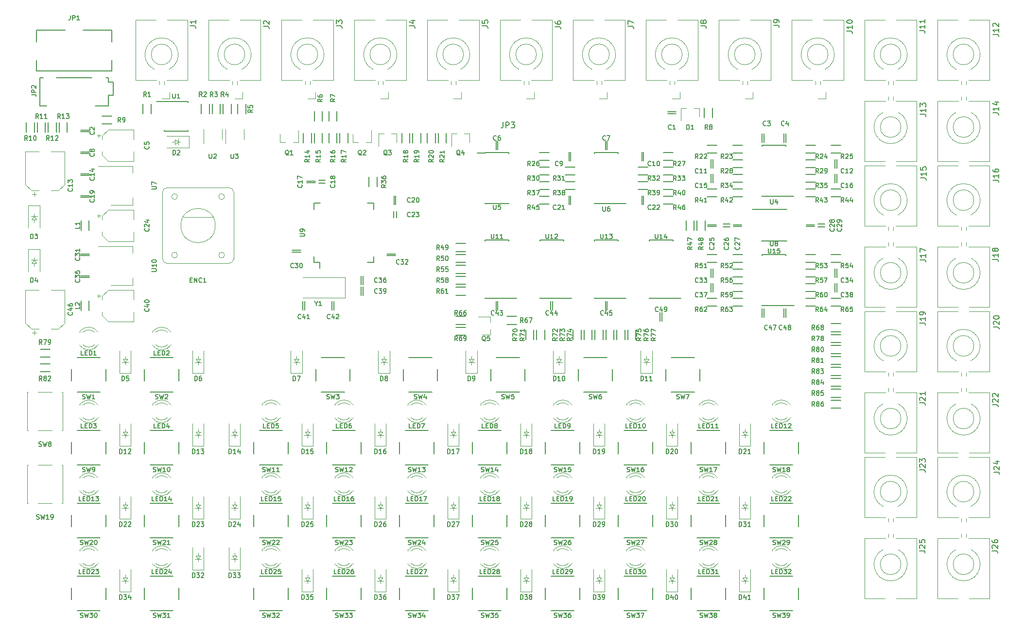
<source format=gto>
G04 #@! TF.GenerationSoftware,KiCad,Pcbnew,6.0.1-79c1e3a40b~116~ubuntu21.04.1*
G04 #@! TF.CreationDate,2023-10-19T20:46:08+02:00*
G04 #@! TF.ProjectId,sequencer,73657175-656e-4636-9572-2e6b69636164,1.1*
G04 #@! TF.SameCoordinates,Original*
G04 #@! TF.FileFunction,Legend,Top*
G04 #@! TF.FilePolarity,Positive*
%FSLAX46Y46*%
G04 Gerber Fmt 4.6, Leading zero omitted, Abs format (unit mm)*
G04 Created by KiCad (PCBNEW 6.0.1-79c1e3a40b~116~ubuntu21.04.1) date 2023-10-19 20:46:08*
%MOMM*%
%LPD*%
G01*
G04 APERTURE LIST*
%ADD10C,0.150000*%
%ADD11C,0.120000*%
%ADD12C,0.100000*%
%ADD13C,0.152400*%
G04 APERTURE END LIST*
D10*
X130378333Y-105733809D02*
X130492619Y-105771904D01*
X130683095Y-105771904D01*
X130759285Y-105733809D01*
X130797380Y-105695714D01*
X130835476Y-105619523D01*
X130835476Y-105543333D01*
X130797380Y-105467142D01*
X130759285Y-105429047D01*
X130683095Y-105390952D01*
X130530714Y-105352857D01*
X130454523Y-105314761D01*
X130416428Y-105276666D01*
X130378333Y-105200476D01*
X130378333Y-105124285D01*
X130416428Y-105048095D01*
X130454523Y-105010000D01*
X130530714Y-104971904D01*
X130721190Y-104971904D01*
X130835476Y-105010000D01*
X131102142Y-104971904D02*
X131292619Y-105771904D01*
X131445000Y-105200476D01*
X131597380Y-105771904D01*
X131787857Y-104971904D01*
X132016428Y-104971904D02*
X132511666Y-104971904D01*
X132245000Y-105276666D01*
X132359285Y-105276666D01*
X132435476Y-105314761D01*
X132473571Y-105352857D01*
X132511666Y-105429047D01*
X132511666Y-105619523D01*
X132473571Y-105695714D01*
X132435476Y-105733809D01*
X132359285Y-105771904D01*
X132130714Y-105771904D01*
X132054523Y-105733809D01*
X132016428Y-105695714D01*
X145618333Y-105733809D02*
X145732619Y-105771904D01*
X145923095Y-105771904D01*
X145999285Y-105733809D01*
X146037380Y-105695714D01*
X146075476Y-105619523D01*
X146075476Y-105543333D01*
X146037380Y-105467142D01*
X145999285Y-105429047D01*
X145923095Y-105390952D01*
X145770714Y-105352857D01*
X145694523Y-105314761D01*
X145656428Y-105276666D01*
X145618333Y-105200476D01*
X145618333Y-105124285D01*
X145656428Y-105048095D01*
X145694523Y-105010000D01*
X145770714Y-104971904D01*
X145961190Y-104971904D01*
X146075476Y-105010000D01*
X146342142Y-104971904D02*
X146532619Y-105771904D01*
X146685000Y-105200476D01*
X146837380Y-105771904D01*
X147027857Y-104971904D01*
X147675476Y-105238571D02*
X147675476Y-105771904D01*
X147485000Y-104933809D02*
X147294523Y-105505238D01*
X147789761Y-105505238D01*
X160858333Y-105733809D02*
X160972619Y-105771904D01*
X161163095Y-105771904D01*
X161239285Y-105733809D01*
X161277380Y-105695714D01*
X161315476Y-105619523D01*
X161315476Y-105543333D01*
X161277380Y-105467142D01*
X161239285Y-105429047D01*
X161163095Y-105390952D01*
X161010714Y-105352857D01*
X160934523Y-105314761D01*
X160896428Y-105276666D01*
X160858333Y-105200476D01*
X160858333Y-105124285D01*
X160896428Y-105048095D01*
X160934523Y-105010000D01*
X161010714Y-104971904D01*
X161201190Y-104971904D01*
X161315476Y-105010000D01*
X161582142Y-104971904D02*
X161772619Y-105771904D01*
X161925000Y-105200476D01*
X162077380Y-105771904D01*
X162267857Y-104971904D01*
X162953571Y-104971904D02*
X162572619Y-104971904D01*
X162534523Y-105352857D01*
X162572619Y-105314761D01*
X162648809Y-105276666D01*
X162839285Y-105276666D01*
X162915476Y-105314761D01*
X162953571Y-105352857D01*
X162991666Y-105429047D01*
X162991666Y-105619523D01*
X162953571Y-105695714D01*
X162915476Y-105733809D01*
X162839285Y-105771904D01*
X162648809Y-105771904D01*
X162572619Y-105733809D01*
X162534523Y-105695714D01*
X176098333Y-105733809D02*
X176212619Y-105771904D01*
X176403095Y-105771904D01*
X176479285Y-105733809D01*
X176517380Y-105695714D01*
X176555476Y-105619523D01*
X176555476Y-105543333D01*
X176517380Y-105467142D01*
X176479285Y-105429047D01*
X176403095Y-105390952D01*
X176250714Y-105352857D01*
X176174523Y-105314761D01*
X176136428Y-105276666D01*
X176098333Y-105200476D01*
X176098333Y-105124285D01*
X176136428Y-105048095D01*
X176174523Y-105010000D01*
X176250714Y-104971904D01*
X176441190Y-104971904D01*
X176555476Y-105010000D01*
X176822142Y-104971904D02*
X177012619Y-105771904D01*
X177165000Y-105200476D01*
X177317380Y-105771904D01*
X177507857Y-104971904D01*
X178155476Y-104971904D02*
X178003095Y-104971904D01*
X177926904Y-105010000D01*
X177888809Y-105048095D01*
X177812619Y-105162380D01*
X177774523Y-105314761D01*
X177774523Y-105619523D01*
X177812619Y-105695714D01*
X177850714Y-105733809D01*
X177926904Y-105771904D01*
X178079285Y-105771904D01*
X178155476Y-105733809D01*
X178193571Y-105695714D01*
X178231666Y-105619523D01*
X178231666Y-105429047D01*
X178193571Y-105352857D01*
X178155476Y-105314761D01*
X178079285Y-105276666D01*
X177926904Y-105276666D01*
X177850714Y-105314761D01*
X177812619Y-105352857D01*
X177774523Y-105429047D01*
X191338333Y-105733809D02*
X191452619Y-105771904D01*
X191643095Y-105771904D01*
X191719285Y-105733809D01*
X191757380Y-105695714D01*
X191795476Y-105619523D01*
X191795476Y-105543333D01*
X191757380Y-105467142D01*
X191719285Y-105429047D01*
X191643095Y-105390952D01*
X191490714Y-105352857D01*
X191414523Y-105314761D01*
X191376428Y-105276666D01*
X191338333Y-105200476D01*
X191338333Y-105124285D01*
X191376428Y-105048095D01*
X191414523Y-105010000D01*
X191490714Y-104971904D01*
X191681190Y-104971904D01*
X191795476Y-105010000D01*
X192062142Y-104971904D02*
X192252619Y-105771904D01*
X192405000Y-105200476D01*
X192557380Y-105771904D01*
X192747857Y-104971904D01*
X192976428Y-104971904D02*
X193509761Y-104971904D01*
X193166904Y-105771904D01*
X87833333Y-105733809D02*
X87947619Y-105771904D01*
X88138095Y-105771904D01*
X88214285Y-105733809D01*
X88252380Y-105695714D01*
X88290476Y-105619523D01*
X88290476Y-105543333D01*
X88252380Y-105467142D01*
X88214285Y-105429047D01*
X88138095Y-105390952D01*
X87985714Y-105352857D01*
X87909523Y-105314761D01*
X87871428Y-105276666D01*
X87833333Y-105200476D01*
X87833333Y-105124285D01*
X87871428Y-105048095D01*
X87909523Y-105010000D01*
X87985714Y-104971904D01*
X88176190Y-104971904D01*
X88290476Y-105010000D01*
X88557142Y-104971904D02*
X88747619Y-105771904D01*
X88900000Y-105200476D01*
X89052380Y-105771904D01*
X89242857Y-104971904D01*
X89966666Y-105771904D02*
X89509523Y-105771904D01*
X89738095Y-105771904D02*
X89738095Y-104971904D01*
X89661904Y-105086190D01*
X89585714Y-105162380D01*
X89509523Y-105200476D01*
X100533333Y-105733809D02*
X100647619Y-105771904D01*
X100838095Y-105771904D01*
X100914285Y-105733809D01*
X100952380Y-105695714D01*
X100990476Y-105619523D01*
X100990476Y-105543333D01*
X100952380Y-105467142D01*
X100914285Y-105429047D01*
X100838095Y-105390952D01*
X100685714Y-105352857D01*
X100609523Y-105314761D01*
X100571428Y-105276666D01*
X100533333Y-105200476D01*
X100533333Y-105124285D01*
X100571428Y-105048095D01*
X100609523Y-105010000D01*
X100685714Y-104971904D01*
X100876190Y-104971904D01*
X100990476Y-105010000D01*
X101257142Y-104971904D02*
X101447619Y-105771904D01*
X101600000Y-105200476D01*
X101752380Y-105771904D01*
X101942857Y-104971904D01*
X102209523Y-105048095D02*
X102247619Y-105010000D01*
X102323809Y-104971904D01*
X102514285Y-104971904D01*
X102590476Y-105010000D01*
X102628571Y-105048095D01*
X102666666Y-105124285D01*
X102666666Y-105200476D01*
X102628571Y-105314761D01*
X102171428Y-105771904D01*
X102666666Y-105771904D01*
X87833333Y-118433809D02*
X87947619Y-118471904D01*
X88138095Y-118471904D01*
X88214285Y-118433809D01*
X88252380Y-118395714D01*
X88290476Y-118319523D01*
X88290476Y-118243333D01*
X88252380Y-118167142D01*
X88214285Y-118129047D01*
X88138095Y-118090952D01*
X87985714Y-118052857D01*
X87909523Y-118014761D01*
X87871428Y-117976666D01*
X87833333Y-117900476D01*
X87833333Y-117824285D01*
X87871428Y-117748095D01*
X87909523Y-117710000D01*
X87985714Y-117671904D01*
X88176190Y-117671904D01*
X88290476Y-117710000D01*
X88557142Y-117671904D02*
X88747619Y-118471904D01*
X88900000Y-117900476D01*
X89052380Y-118471904D01*
X89242857Y-117671904D01*
X89585714Y-118471904D02*
X89738095Y-118471904D01*
X89814285Y-118433809D01*
X89852380Y-118395714D01*
X89928571Y-118281428D01*
X89966666Y-118129047D01*
X89966666Y-117824285D01*
X89928571Y-117748095D01*
X89890476Y-117710000D01*
X89814285Y-117671904D01*
X89661904Y-117671904D01*
X89585714Y-117710000D01*
X89547619Y-117748095D01*
X89509523Y-117824285D01*
X89509523Y-118014761D01*
X89547619Y-118090952D01*
X89585714Y-118129047D01*
X89661904Y-118167142D01*
X89814285Y-118167142D01*
X89890476Y-118129047D01*
X89928571Y-118090952D01*
X89966666Y-118014761D01*
X100152380Y-118433809D02*
X100266666Y-118471904D01*
X100457142Y-118471904D01*
X100533333Y-118433809D01*
X100571428Y-118395714D01*
X100609523Y-118319523D01*
X100609523Y-118243333D01*
X100571428Y-118167142D01*
X100533333Y-118129047D01*
X100457142Y-118090952D01*
X100304761Y-118052857D01*
X100228571Y-118014761D01*
X100190476Y-117976666D01*
X100152380Y-117900476D01*
X100152380Y-117824285D01*
X100190476Y-117748095D01*
X100228571Y-117710000D01*
X100304761Y-117671904D01*
X100495238Y-117671904D01*
X100609523Y-117710000D01*
X100876190Y-117671904D02*
X101066666Y-118471904D01*
X101219047Y-117900476D01*
X101371428Y-118471904D01*
X101561904Y-117671904D01*
X102285714Y-118471904D02*
X101828571Y-118471904D01*
X102057142Y-118471904D02*
X102057142Y-117671904D01*
X101980952Y-117786190D01*
X101904761Y-117862380D01*
X101828571Y-117900476D01*
X102780952Y-117671904D02*
X102857142Y-117671904D01*
X102933333Y-117710000D01*
X102971428Y-117748095D01*
X103009523Y-117824285D01*
X103047619Y-117976666D01*
X103047619Y-118167142D01*
X103009523Y-118319523D01*
X102971428Y-118395714D01*
X102933333Y-118433809D01*
X102857142Y-118471904D01*
X102780952Y-118471904D01*
X102704761Y-118433809D01*
X102666666Y-118395714D01*
X102628571Y-118319523D01*
X102590476Y-118167142D01*
X102590476Y-117976666D01*
X102628571Y-117824285D01*
X102666666Y-117748095D01*
X102704761Y-117710000D01*
X102780952Y-117671904D01*
X87452380Y-131133809D02*
X87566666Y-131171904D01*
X87757142Y-131171904D01*
X87833333Y-131133809D01*
X87871428Y-131095714D01*
X87909523Y-131019523D01*
X87909523Y-130943333D01*
X87871428Y-130867142D01*
X87833333Y-130829047D01*
X87757142Y-130790952D01*
X87604761Y-130752857D01*
X87528571Y-130714761D01*
X87490476Y-130676666D01*
X87452380Y-130600476D01*
X87452380Y-130524285D01*
X87490476Y-130448095D01*
X87528571Y-130410000D01*
X87604761Y-130371904D01*
X87795238Y-130371904D01*
X87909523Y-130410000D01*
X88176190Y-130371904D02*
X88366666Y-131171904D01*
X88519047Y-130600476D01*
X88671428Y-131171904D01*
X88861904Y-130371904D01*
X89128571Y-130448095D02*
X89166666Y-130410000D01*
X89242857Y-130371904D01*
X89433333Y-130371904D01*
X89509523Y-130410000D01*
X89547619Y-130448095D01*
X89585714Y-130524285D01*
X89585714Y-130600476D01*
X89547619Y-130714761D01*
X89090476Y-131171904D01*
X89585714Y-131171904D01*
X90080952Y-130371904D02*
X90157142Y-130371904D01*
X90233333Y-130410000D01*
X90271428Y-130448095D01*
X90309523Y-130524285D01*
X90347619Y-130676666D01*
X90347619Y-130867142D01*
X90309523Y-131019523D01*
X90271428Y-131095714D01*
X90233333Y-131133809D01*
X90157142Y-131171904D01*
X90080952Y-131171904D01*
X90004761Y-131133809D01*
X89966666Y-131095714D01*
X89928571Y-131019523D01*
X89890476Y-130867142D01*
X89890476Y-130676666D01*
X89928571Y-130524285D01*
X89966666Y-130448095D01*
X90004761Y-130410000D01*
X90080952Y-130371904D01*
X100152380Y-131133809D02*
X100266666Y-131171904D01*
X100457142Y-131171904D01*
X100533333Y-131133809D01*
X100571428Y-131095714D01*
X100609523Y-131019523D01*
X100609523Y-130943333D01*
X100571428Y-130867142D01*
X100533333Y-130829047D01*
X100457142Y-130790952D01*
X100304761Y-130752857D01*
X100228571Y-130714761D01*
X100190476Y-130676666D01*
X100152380Y-130600476D01*
X100152380Y-130524285D01*
X100190476Y-130448095D01*
X100228571Y-130410000D01*
X100304761Y-130371904D01*
X100495238Y-130371904D01*
X100609523Y-130410000D01*
X100876190Y-130371904D02*
X101066666Y-131171904D01*
X101219047Y-130600476D01*
X101371428Y-131171904D01*
X101561904Y-130371904D01*
X101828571Y-130448095D02*
X101866666Y-130410000D01*
X101942857Y-130371904D01*
X102133333Y-130371904D01*
X102209523Y-130410000D01*
X102247619Y-130448095D01*
X102285714Y-130524285D01*
X102285714Y-130600476D01*
X102247619Y-130714761D01*
X101790476Y-131171904D01*
X102285714Y-131171904D01*
X103047619Y-131171904D02*
X102590476Y-131171904D01*
X102819047Y-131171904D02*
X102819047Y-130371904D01*
X102742857Y-130486190D01*
X102666666Y-130562380D01*
X102590476Y-130600476D01*
X87452380Y-143833809D02*
X87566666Y-143871904D01*
X87757142Y-143871904D01*
X87833333Y-143833809D01*
X87871428Y-143795714D01*
X87909523Y-143719523D01*
X87909523Y-143643333D01*
X87871428Y-143567142D01*
X87833333Y-143529047D01*
X87757142Y-143490952D01*
X87604761Y-143452857D01*
X87528571Y-143414761D01*
X87490476Y-143376666D01*
X87452380Y-143300476D01*
X87452380Y-143224285D01*
X87490476Y-143148095D01*
X87528571Y-143110000D01*
X87604761Y-143071904D01*
X87795238Y-143071904D01*
X87909523Y-143110000D01*
X88176190Y-143071904D02*
X88366666Y-143871904D01*
X88519047Y-143300476D01*
X88671428Y-143871904D01*
X88861904Y-143071904D01*
X89090476Y-143071904D02*
X89585714Y-143071904D01*
X89319047Y-143376666D01*
X89433333Y-143376666D01*
X89509523Y-143414761D01*
X89547619Y-143452857D01*
X89585714Y-143529047D01*
X89585714Y-143719523D01*
X89547619Y-143795714D01*
X89509523Y-143833809D01*
X89433333Y-143871904D01*
X89204761Y-143871904D01*
X89128571Y-143833809D01*
X89090476Y-143795714D01*
X90080952Y-143071904D02*
X90157142Y-143071904D01*
X90233333Y-143110000D01*
X90271428Y-143148095D01*
X90309523Y-143224285D01*
X90347619Y-143376666D01*
X90347619Y-143567142D01*
X90309523Y-143719523D01*
X90271428Y-143795714D01*
X90233333Y-143833809D01*
X90157142Y-143871904D01*
X90080952Y-143871904D01*
X90004761Y-143833809D01*
X89966666Y-143795714D01*
X89928571Y-143719523D01*
X89890476Y-143567142D01*
X89890476Y-143376666D01*
X89928571Y-143224285D01*
X89966666Y-143148095D01*
X90004761Y-143110000D01*
X90080952Y-143071904D01*
X100152380Y-143833809D02*
X100266666Y-143871904D01*
X100457142Y-143871904D01*
X100533333Y-143833809D01*
X100571428Y-143795714D01*
X100609523Y-143719523D01*
X100609523Y-143643333D01*
X100571428Y-143567142D01*
X100533333Y-143529047D01*
X100457142Y-143490952D01*
X100304761Y-143452857D01*
X100228571Y-143414761D01*
X100190476Y-143376666D01*
X100152380Y-143300476D01*
X100152380Y-143224285D01*
X100190476Y-143148095D01*
X100228571Y-143110000D01*
X100304761Y-143071904D01*
X100495238Y-143071904D01*
X100609523Y-143110000D01*
X100876190Y-143071904D02*
X101066666Y-143871904D01*
X101219047Y-143300476D01*
X101371428Y-143871904D01*
X101561904Y-143071904D01*
X101790476Y-143071904D02*
X102285714Y-143071904D01*
X102019047Y-143376666D01*
X102133333Y-143376666D01*
X102209523Y-143414761D01*
X102247619Y-143452857D01*
X102285714Y-143529047D01*
X102285714Y-143719523D01*
X102247619Y-143795714D01*
X102209523Y-143833809D01*
X102133333Y-143871904D01*
X101904761Y-143871904D01*
X101828571Y-143833809D01*
X101790476Y-143795714D01*
X103047619Y-143871904D02*
X102590476Y-143871904D01*
X102819047Y-143871904D02*
X102819047Y-143071904D01*
X102742857Y-143186190D01*
X102666666Y-143262380D01*
X102590476Y-143300476D01*
X119202380Y-118433809D02*
X119316666Y-118471904D01*
X119507142Y-118471904D01*
X119583333Y-118433809D01*
X119621428Y-118395714D01*
X119659523Y-118319523D01*
X119659523Y-118243333D01*
X119621428Y-118167142D01*
X119583333Y-118129047D01*
X119507142Y-118090952D01*
X119354761Y-118052857D01*
X119278571Y-118014761D01*
X119240476Y-117976666D01*
X119202380Y-117900476D01*
X119202380Y-117824285D01*
X119240476Y-117748095D01*
X119278571Y-117710000D01*
X119354761Y-117671904D01*
X119545238Y-117671904D01*
X119659523Y-117710000D01*
X119926190Y-117671904D02*
X120116666Y-118471904D01*
X120269047Y-117900476D01*
X120421428Y-118471904D01*
X120611904Y-117671904D01*
X121335714Y-118471904D02*
X120878571Y-118471904D01*
X121107142Y-118471904D02*
X121107142Y-117671904D01*
X121030952Y-117786190D01*
X120954761Y-117862380D01*
X120878571Y-117900476D01*
X122097619Y-118471904D02*
X121640476Y-118471904D01*
X121869047Y-118471904D02*
X121869047Y-117671904D01*
X121792857Y-117786190D01*
X121716666Y-117862380D01*
X121640476Y-117900476D01*
X131902380Y-118433809D02*
X132016666Y-118471904D01*
X132207142Y-118471904D01*
X132283333Y-118433809D01*
X132321428Y-118395714D01*
X132359523Y-118319523D01*
X132359523Y-118243333D01*
X132321428Y-118167142D01*
X132283333Y-118129047D01*
X132207142Y-118090952D01*
X132054761Y-118052857D01*
X131978571Y-118014761D01*
X131940476Y-117976666D01*
X131902380Y-117900476D01*
X131902380Y-117824285D01*
X131940476Y-117748095D01*
X131978571Y-117710000D01*
X132054761Y-117671904D01*
X132245238Y-117671904D01*
X132359523Y-117710000D01*
X132626190Y-117671904D02*
X132816666Y-118471904D01*
X132969047Y-117900476D01*
X133121428Y-118471904D01*
X133311904Y-117671904D01*
X134035714Y-118471904D02*
X133578571Y-118471904D01*
X133807142Y-118471904D02*
X133807142Y-117671904D01*
X133730952Y-117786190D01*
X133654761Y-117862380D01*
X133578571Y-117900476D01*
X134340476Y-117748095D02*
X134378571Y-117710000D01*
X134454761Y-117671904D01*
X134645238Y-117671904D01*
X134721428Y-117710000D01*
X134759523Y-117748095D01*
X134797619Y-117824285D01*
X134797619Y-117900476D01*
X134759523Y-118014761D01*
X134302380Y-118471904D01*
X134797619Y-118471904D01*
X144602380Y-118433809D02*
X144716666Y-118471904D01*
X144907142Y-118471904D01*
X144983333Y-118433809D01*
X145021428Y-118395714D01*
X145059523Y-118319523D01*
X145059523Y-118243333D01*
X145021428Y-118167142D01*
X144983333Y-118129047D01*
X144907142Y-118090952D01*
X144754761Y-118052857D01*
X144678571Y-118014761D01*
X144640476Y-117976666D01*
X144602380Y-117900476D01*
X144602380Y-117824285D01*
X144640476Y-117748095D01*
X144678571Y-117710000D01*
X144754761Y-117671904D01*
X144945238Y-117671904D01*
X145059523Y-117710000D01*
X145326190Y-117671904D02*
X145516666Y-118471904D01*
X145669047Y-117900476D01*
X145821428Y-118471904D01*
X146011904Y-117671904D01*
X146735714Y-118471904D02*
X146278571Y-118471904D01*
X146507142Y-118471904D02*
X146507142Y-117671904D01*
X146430952Y-117786190D01*
X146354761Y-117862380D01*
X146278571Y-117900476D01*
X147002380Y-117671904D02*
X147497619Y-117671904D01*
X147230952Y-117976666D01*
X147345238Y-117976666D01*
X147421428Y-118014761D01*
X147459523Y-118052857D01*
X147497619Y-118129047D01*
X147497619Y-118319523D01*
X147459523Y-118395714D01*
X147421428Y-118433809D01*
X147345238Y-118471904D01*
X147116666Y-118471904D01*
X147040476Y-118433809D01*
X147002380Y-118395714D01*
X157302380Y-118433809D02*
X157416666Y-118471904D01*
X157607142Y-118471904D01*
X157683333Y-118433809D01*
X157721428Y-118395714D01*
X157759523Y-118319523D01*
X157759523Y-118243333D01*
X157721428Y-118167142D01*
X157683333Y-118129047D01*
X157607142Y-118090952D01*
X157454761Y-118052857D01*
X157378571Y-118014761D01*
X157340476Y-117976666D01*
X157302380Y-117900476D01*
X157302380Y-117824285D01*
X157340476Y-117748095D01*
X157378571Y-117710000D01*
X157454761Y-117671904D01*
X157645238Y-117671904D01*
X157759523Y-117710000D01*
X158026190Y-117671904D02*
X158216666Y-118471904D01*
X158369047Y-117900476D01*
X158521428Y-118471904D01*
X158711904Y-117671904D01*
X159435714Y-118471904D02*
X158978571Y-118471904D01*
X159207142Y-118471904D02*
X159207142Y-117671904D01*
X159130952Y-117786190D01*
X159054761Y-117862380D01*
X158978571Y-117900476D01*
X160121428Y-117938571D02*
X160121428Y-118471904D01*
X159930952Y-117633809D02*
X159740476Y-118205238D01*
X160235714Y-118205238D01*
X170002380Y-118433809D02*
X170116666Y-118471904D01*
X170307142Y-118471904D01*
X170383333Y-118433809D01*
X170421428Y-118395714D01*
X170459523Y-118319523D01*
X170459523Y-118243333D01*
X170421428Y-118167142D01*
X170383333Y-118129047D01*
X170307142Y-118090952D01*
X170154761Y-118052857D01*
X170078571Y-118014761D01*
X170040476Y-117976666D01*
X170002380Y-117900476D01*
X170002380Y-117824285D01*
X170040476Y-117748095D01*
X170078571Y-117710000D01*
X170154761Y-117671904D01*
X170345238Y-117671904D01*
X170459523Y-117710000D01*
X170726190Y-117671904D02*
X170916666Y-118471904D01*
X171069047Y-117900476D01*
X171221428Y-118471904D01*
X171411904Y-117671904D01*
X172135714Y-118471904D02*
X171678571Y-118471904D01*
X171907142Y-118471904D02*
X171907142Y-117671904D01*
X171830952Y-117786190D01*
X171754761Y-117862380D01*
X171678571Y-117900476D01*
X172859523Y-117671904D02*
X172478571Y-117671904D01*
X172440476Y-118052857D01*
X172478571Y-118014761D01*
X172554761Y-117976666D01*
X172745238Y-117976666D01*
X172821428Y-118014761D01*
X172859523Y-118052857D01*
X172897619Y-118129047D01*
X172897619Y-118319523D01*
X172859523Y-118395714D01*
X172821428Y-118433809D01*
X172745238Y-118471904D01*
X172554761Y-118471904D01*
X172478571Y-118433809D01*
X172440476Y-118395714D01*
X182702380Y-118433809D02*
X182816666Y-118471904D01*
X183007142Y-118471904D01*
X183083333Y-118433809D01*
X183121428Y-118395714D01*
X183159523Y-118319523D01*
X183159523Y-118243333D01*
X183121428Y-118167142D01*
X183083333Y-118129047D01*
X183007142Y-118090952D01*
X182854761Y-118052857D01*
X182778571Y-118014761D01*
X182740476Y-117976666D01*
X182702380Y-117900476D01*
X182702380Y-117824285D01*
X182740476Y-117748095D01*
X182778571Y-117710000D01*
X182854761Y-117671904D01*
X183045238Y-117671904D01*
X183159523Y-117710000D01*
X183426190Y-117671904D02*
X183616666Y-118471904D01*
X183769047Y-117900476D01*
X183921428Y-118471904D01*
X184111904Y-117671904D01*
X184835714Y-118471904D02*
X184378571Y-118471904D01*
X184607142Y-118471904D02*
X184607142Y-117671904D01*
X184530952Y-117786190D01*
X184454761Y-117862380D01*
X184378571Y-117900476D01*
X185521428Y-117671904D02*
X185369047Y-117671904D01*
X185292857Y-117710000D01*
X185254761Y-117748095D01*
X185178571Y-117862380D01*
X185140476Y-118014761D01*
X185140476Y-118319523D01*
X185178571Y-118395714D01*
X185216666Y-118433809D01*
X185292857Y-118471904D01*
X185445238Y-118471904D01*
X185521428Y-118433809D01*
X185559523Y-118395714D01*
X185597619Y-118319523D01*
X185597619Y-118129047D01*
X185559523Y-118052857D01*
X185521428Y-118014761D01*
X185445238Y-117976666D01*
X185292857Y-117976666D01*
X185216666Y-118014761D01*
X185178571Y-118052857D01*
X185140476Y-118129047D01*
X195402380Y-118433809D02*
X195516666Y-118471904D01*
X195707142Y-118471904D01*
X195783333Y-118433809D01*
X195821428Y-118395714D01*
X195859523Y-118319523D01*
X195859523Y-118243333D01*
X195821428Y-118167142D01*
X195783333Y-118129047D01*
X195707142Y-118090952D01*
X195554761Y-118052857D01*
X195478571Y-118014761D01*
X195440476Y-117976666D01*
X195402380Y-117900476D01*
X195402380Y-117824285D01*
X195440476Y-117748095D01*
X195478571Y-117710000D01*
X195554761Y-117671904D01*
X195745238Y-117671904D01*
X195859523Y-117710000D01*
X196126190Y-117671904D02*
X196316666Y-118471904D01*
X196469047Y-117900476D01*
X196621428Y-118471904D01*
X196811904Y-117671904D01*
X197535714Y-118471904D02*
X197078571Y-118471904D01*
X197307142Y-118471904D02*
X197307142Y-117671904D01*
X197230952Y-117786190D01*
X197154761Y-117862380D01*
X197078571Y-117900476D01*
X197802380Y-117671904D02*
X198335714Y-117671904D01*
X197992857Y-118471904D01*
X208102380Y-118433809D02*
X208216666Y-118471904D01*
X208407142Y-118471904D01*
X208483333Y-118433809D01*
X208521428Y-118395714D01*
X208559523Y-118319523D01*
X208559523Y-118243333D01*
X208521428Y-118167142D01*
X208483333Y-118129047D01*
X208407142Y-118090952D01*
X208254761Y-118052857D01*
X208178571Y-118014761D01*
X208140476Y-117976666D01*
X208102380Y-117900476D01*
X208102380Y-117824285D01*
X208140476Y-117748095D01*
X208178571Y-117710000D01*
X208254761Y-117671904D01*
X208445238Y-117671904D01*
X208559523Y-117710000D01*
X208826190Y-117671904D02*
X209016666Y-118471904D01*
X209169047Y-117900476D01*
X209321428Y-118471904D01*
X209511904Y-117671904D01*
X210235714Y-118471904D02*
X209778571Y-118471904D01*
X210007142Y-118471904D02*
X210007142Y-117671904D01*
X209930952Y-117786190D01*
X209854761Y-117862380D01*
X209778571Y-117900476D01*
X210692857Y-118014761D02*
X210616666Y-117976666D01*
X210578571Y-117938571D01*
X210540476Y-117862380D01*
X210540476Y-117824285D01*
X210578571Y-117748095D01*
X210616666Y-117710000D01*
X210692857Y-117671904D01*
X210845238Y-117671904D01*
X210921428Y-117710000D01*
X210959523Y-117748095D01*
X210997619Y-117824285D01*
X210997619Y-117862380D01*
X210959523Y-117938571D01*
X210921428Y-117976666D01*
X210845238Y-118014761D01*
X210692857Y-118014761D01*
X210616666Y-118052857D01*
X210578571Y-118090952D01*
X210540476Y-118167142D01*
X210540476Y-118319523D01*
X210578571Y-118395714D01*
X210616666Y-118433809D01*
X210692857Y-118471904D01*
X210845238Y-118471904D01*
X210921428Y-118433809D01*
X210959523Y-118395714D01*
X210997619Y-118319523D01*
X210997619Y-118167142D01*
X210959523Y-118090952D01*
X210921428Y-118052857D01*
X210845238Y-118014761D01*
X119202380Y-131133809D02*
X119316666Y-131171904D01*
X119507142Y-131171904D01*
X119583333Y-131133809D01*
X119621428Y-131095714D01*
X119659523Y-131019523D01*
X119659523Y-130943333D01*
X119621428Y-130867142D01*
X119583333Y-130829047D01*
X119507142Y-130790952D01*
X119354761Y-130752857D01*
X119278571Y-130714761D01*
X119240476Y-130676666D01*
X119202380Y-130600476D01*
X119202380Y-130524285D01*
X119240476Y-130448095D01*
X119278571Y-130410000D01*
X119354761Y-130371904D01*
X119545238Y-130371904D01*
X119659523Y-130410000D01*
X119926190Y-130371904D02*
X120116666Y-131171904D01*
X120269047Y-130600476D01*
X120421428Y-131171904D01*
X120611904Y-130371904D01*
X120878571Y-130448095D02*
X120916666Y-130410000D01*
X120992857Y-130371904D01*
X121183333Y-130371904D01*
X121259523Y-130410000D01*
X121297619Y-130448095D01*
X121335714Y-130524285D01*
X121335714Y-130600476D01*
X121297619Y-130714761D01*
X120840476Y-131171904D01*
X121335714Y-131171904D01*
X121640476Y-130448095D02*
X121678571Y-130410000D01*
X121754761Y-130371904D01*
X121945238Y-130371904D01*
X122021428Y-130410000D01*
X122059523Y-130448095D01*
X122097619Y-130524285D01*
X122097619Y-130600476D01*
X122059523Y-130714761D01*
X121602380Y-131171904D01*
X122097619Y-131171904D01*
X131902380Y-131133809D02*
X132016666Y-131171904D01*
X132207142Y-131171904D01*
X132283333Y-131133809D01*
X132321428Y-131095714D01*
X132359523Y-131019523D01*
X132359523Y-130943333D01*
X132321428Y-130867142D01*
X132283333Y-130829047D01*
X132207142Y-130790952D01*
X132054761Y-130752857D01*
X131978571Y-130714761D01*
X131940476Y-130676666D01*
X131902380Y-130600476D01*
X131902380Y-130524285D01*
X131940476Y-130448095D01*
X131978571Y-130410000D01*
X132054761Y-130371904D01*
X132245238Y-130371904D01*
X132359523Y-130410000D01*
X132626190Y-130371904D02*
X132816666Y-131171904D01*
X132969047Y-130600476D01*
X133121428Y-131171904D01*
X133311904Y-130371904D01*
X133578571Y-130448095D02*
X133616666Y-130410000D01*
X133692857Y-130371904D01*
X133883333Y-130371904D01*
X133959523Y-130410000D01*
X133997619Y-130448095D01*
X134035714Y-130524285D01*
X134035714Y-130600476D01*
X133997619Y-130714761D01*
X133540476Y-131171904D01*
X134035714Y-131171904D01*
X134302380Y-130371904D02*
X134797619Y-130371904D01*
X134530952Y-130676666D01*
X134645238Y-130676666D01*
X134721428Y-130714761D01*
X134759523Y-130752857D01*
X134797619Y-130829047D01*
X134797619Y-131019523D01*
X134759523Y-131095714D01*
X134721428Y-131133809D01*
X134645238Y-131171904D01*
X134416666Y-131171904D01*
X134340476Y-131133809D01*
X134302380Y-131095714D01*
X144602380Y-131133809D02*
X144716666Y-131171904D01*
X144907142Y-131171904D01*
X144983333Y-131133809D01*
X145021428Y-131095714D01*
X145059523Y-131019523D01*
X145059523Y-130943333D01*
X145021428Y-130867142D01*
X144983333Y-130829047D01*
X144907142Y-130790952D01*
X144754761Y-130752857D01*
X144678571Y-130714761D01*
X144640476Y-130676666D01*
X144602380Y-130600476D01*
X144602380Y-130524285D01*
X144640476Y-130448095D01*
X144678571Y-130410000D01*
X144754761Y-130371904D01*
X144945238Y-130371904D01*
X145059523Y-130410000D01*
X145326190Y-130371904D02*
X145516666Y-131171904D01*
X145669047Y-130600476D01*
X145821428Y-131171904D01*
X146011904Y-130371904D01*
X146278571Y-130448095D02*
X146316666Y-130410000D01*
X146392857Y-130371904D01*
X146583333Y-130371904D01*
X146659523Y-130410000D01*
X146697619Y-130448095D01*
X146735714Y-130524285D01*
X146735714Y-130600476D01*
X146697619Y-130714761D01*
X146240476Y-131171904D01*
X146735714Y-131171904D01*
X147421428Y-130638571D02*
X147421428Y-131171904D01*
X147230952Y-130333809D02*
X147040476Y-130905238D01*
X147535714Y-130905238D01*
X157302380Y-131133809D02*
X157416666Y-131171904D01*
X157607142Y-131171904D01*
X157683333Y-131133809D01*
X157721428Y-131095714D01*
X157759523Y-131019523D01*
X157759523Y-130943333D01*
X157721428Y-130867142D01*
X157683333Y-130829047D01*
X157607142Y-130790952D01*
X157454761Y-130752857D01*
X157378571Y-130714761D01*
X157340476Y-130676666D01*
X157302380Y-130600476D01*
X157302380Y-130524285D01*
X157340476Y-130448095D01*
X157378571Y-130410000D01*
X157454761Y-130371904D01*
X157645238Y-130371904D01*
X157759523Y-130410000D01*
X158026190Y-130371904D02*
X158216666Y-131171904D01*
X158369047Y-130600476D01*
X158521428Y-131171904D01*
X158711904Y-130371904D01*
X158978571Y-130448095D02*
X159016666Y-130410000D01*
X159092857Y-130371904D01*
X159283333Y-130371904D01*
X159359523Y-130410000D01*
X159397619Y-130448095D01*
X159435714Y-130524285D01*
X159435714Y-130600476D01*
X159397619Y-130714761D01*
X158940476Y-131171904D01*
X159435714Y-131171904D01*
X160159523Y-130371904D02*
X159778571Y-130371904D01*
X159740476Y-130752857D01*
X159778571Y-130714761D01*
X159854761Y-130676666D01*
X160045238Y-130676666D01*
X160121428Y-130714761D01*
X160159523Y-130752857D01*
X160197619Y-130829047D01*
X160197619Y-131019523D01*
X160159523Y-131095714D01*
X160121428Y-131133809D01*
X160045238Y-131171904D01*
X159854761Y-131171904D01*
X159778571Y-131133809D01*
X159740476Y-131095714D01*
X170002380Y-131133809D02*
X170116666Y-131171904D01*
X170307142Y-131171904D01*
X170383333Y-131133809D01*
X170421428Y-131095714D01*
X170459523Y-131019523D01*
X170459523Y-130943333D01*
X170421428Y-130867142D01*
X170383333Y-130829047D01*
X170307142Y-130790952D01*
X170154761Y-130752857D01*
X170078571Y-130714761D01*
X170040476Y-130676666D01*
X170002380Y-130600476D01*
X170002380Y-130524285D01*
X170040476Y-130448095D01*
X170078571Y-130410000D01*
X170154761Y-130371904D01*
X170345238Y-130371904D01*
X170459523Y-130410000D01*
X170726190Y-130371904D02*
X170916666Y-131171904D01*
X171069047Y-130600476D01*
X171221428Y-131171904D01*
X171411904Y-130371904D01*
X171678571Y-130448095D02*
X171716666Y-130410000D01*
X171792857Y-130371904D01*
X171983333Y-130371904D01*
X172059523Y-130410000D01*
X172097619Y-130448095D01*
X172135714Y-130524285D01*
X172135714Y-130600476D01*
X172097619Y-130714761D01*
X171640476Y-131171904D01*
X172135714Y-131171904D01*
X172821428Y-130371904D02*
X172669047Y-130371904D01*
X172592857Y-130410000D01*
X172554761Y-130448095D01*
X172478571Y-130562380D01*
X172440476Y-130714761D01*
X172440476Y-131019523D01*
X172478571Y-131095714D01*
X172516666Y-131133809D01*
X172592857Y-131171904D01*
X172745238Y-131171904D01*
X172821428Y-131133809D01*
X172859523Y-131095714D01*
X172897619Y-131019523D01*
X172897619Y-130829047D01*
X172859523Y-130752857D01*
X172821428Y-130714761D01*
X172745238Y-130676666D01*
X172592857Y-130676666D01*
X172516666Y-130714761D01*
X172478571Y-130752857D01*
X172440476Y-130829047D01*
X182702380Y-131133809D02*
X182816666Y-131171904D01*
X183007142Y-131171904D01*
X183083333Y-131133809D01*
X183121428Y-131095714D01*
X183159523Y-131019523D01*
X183159523Y-130943333D01*
X183121428Y-130867142D01*
X183083333Y-130829047D01*
X183007142Y-130790952D01*
X182854761Y-130752857D01*
X182778571Y-130714761D01*
X182740476Y-130676666D01*
X182702380Y-130600476D01*
X182702380Y-130524285D01*
X182740476Y-130448095D01*
X182778571Y-130410000D01*
X182854761Y-130371904D01*
X183045238Y-130371904D01*
X183159523Y-130410000D01*
X183426190Y-130371904D02*
X183616666Y-131171904D01*
X183769047Y-130600476D01*
X183921428Y-131171904D01*
X184111904Y-130371904D01*
X184378571Y-130448095D02*
X184416666Y-130410000D01*
X184492857Y-130371904D01*
X184683333Y-130371904D01*
X184759523Y-130410000D01*
X184797619Y-130448095D01*
X184835714Y-130524285D01*
X184835714Y-130600476D01*
X184797619Y-130714761D01*
X184340476Y-131171904D01*
X184835714Y-131171904D01*
X185102380Y-130371904D02*
X185635714Y-130371904D01*
X185292857Y-131171904D01*
X195402380Y-131133809D02*
X195516666Y-131171904D01*
X195707142Y-131171904D01*
X195783333Y-131133809D01*
X195821428Y-131095714D01*
X195859523Y-131019523D01*
X195859523Y-130943333D01*
X195821428Y-130867142D01*
X195783333Y-130829047D01*
X195707142Y-130790952D01*
X195554761Y-130752857D01*
X195478571Y-130714761D01*
X195440476Y-130676666D01*
X195402380Y-130600476D01*
X195402380Y-130524285D01*
X195440476Y-130448095D01*
X195478571Y-130410000D01*
X195554761Y-130371904D01*
X195745238Y-130371904D01*
X195859523Y-130410000D01*
X196126190Y-130371904D02*
X196316666Y-131171904D01*
X196469047Y-130600476D01*
X196621428Y-131171904D01*
X196811904Y-130371904D01*
X197078571Y-130448095D02*
X197116666Y-130410000D01*
X197192857Y-130371904D01*
X197383333Y-130371904D01*
X197459523Y-130410000D01*
X197497619Y-130448095D01*
X197535714Y-130524285D01*
X197535714Y-130600476D01*
X197497619Y-130714761D01*
X197040476Y-131171904D01*
X197535714Y-131171904D01*
X197992857Y-130714761D02*
X197916666Y-130676666D01*
X197878571Y-130638571D01*
X197840476Y-130562380D01*
X197840476Y-130524285D01*
X197878571Y-130448095D01*
X197916666Y-130410000D01*
X197992857Y-130371904D01*
X198145238Y-130371904D01*
X198221428Y-130410000D01*
X198259523Y-130448095D01*
X198297619Y-130524285D01*
X198297619Y-130562380D01*
X198259523Y-130638571D01*
X198221428Y-130676666D01*
X198145238Y-130714761D01*
X197992857Y-130714761D01*
X197916666Y-130752857D01*
X197878571Y-130790952D01*
X197840476Y-130867142D01*
X197840476Y-131019523D01*
X197878571Y-131095714D01*
X197916666Y-131133809D01*
X197992857Y-131171904D01*
X198145238Y-131171904D01*
X198221428Y-131133809D01*
X198259523Y-131095714D01*
X198297619Y-131019523D01*
X198297619Y-130867142D01*
X198259523Y-130790952D01*
X198221428Y-130752857D01*
X198145238Y-130714761D01*
X208102380Y-131133809D02*
X208216666Y-131171904D01*
X208407142Y-131171904D01*
X208483333Y-131133809D01*
X208521428Y-131095714D01*
X208559523Y-131019523D01*
X208559523Y-130943333D01*
X208521428Y-130867142D01*
X208483333Y-130829047D01*
X208407142Y-130790952D01*
X208254761Y-130752857D01*
X208178571Y-130714761D01*
X208140476Y-130676666D01*
X208102380Y-130600476D01*
X208102380Y-130524285D01*
X208140476Y-130448095D01*
X208178571Y-130410000D01*
X208254761Y-130371904D01*
X208445238Y-130371904D01*
X208559523Y-130410000D01*
X208826190Y-130371904D02*
X209016666Y-131171904D01*
X209169047Y-130600476D01*
X209321428Y-131171904D01*
X209511904Y-130371904D01*
X209778571Y-130448095D02*
X209816666Y-130410000D01*
X209892857Y-130371904D01*
X210083333Y-130371904D01*
X210159523Y-130410000D01*
X210197619Y-130448095D01*
X210235714Y-130524285D01*
X210235714Y-130600476D01*
X210197619Y-130714761D01*
X209740476Y-131171904D01*
X210235714Y-131171904D01*
X210616666Y-131171904D02*
X210769047Y-131171904D01*
X210845238Y-131133809D01*
X210883333Y-131095714D01*
X210959523Y-130981428D01*
X210997619Y-130829047D01*
X210997619Y-130524285D01*
X210959523Y-130448095D01*
X210921428Y-130410000D01*
X210845238Y-130371904D01*
X210692857Y-130371904D01*
X210616666Y-130410000D01*
X210578571Y-130448095D01*
X210540476Y-130524285D01*
X210540476Y-130714761D01*
X210578571Y-130790952D01*
X210616666Y-130829047D01*
X210692857Y-130867142D01*
X210845238Y-130867142D01*
X210921428Y-130829047D01*
X210959523Y-130790952D01*
X210997619Y-130714761D01*
X119202380Y-143833809D02*
X119316666Y-143871904D01*
X119507142Y-143871904D01*
X119583333Y-143833809D01*
X119621428Y-143795714D01*
X119659523Y-143719523D01*
X119659523Y-143643333D01*
X119621428Y-143567142D01*
X119583333Y-143529047D01*
X119507142Y-143490952D01*
X119354761Y-143452857D01*
X119278571Y-143414761D01*
X119240476Y-143376666D01*
X119202380Y-143300476D01*
X119202380Y-143224285D01*
X119240476Y-143148095D01*
X119278571Y-143110000D01*
X119354761Y-143071904D01*
X119545238Y-143071904D01*
X119659523Y-143110000D01*
X119926190Y-143071904D02*
X120116666Y-143871904D01*
X120269047Y-143300476D01*
X120421428Y-143871904D01*
X120611904Y-143071904D01*
X120840476Y-143071904D02*
X121335714Y-143071904D01*
X121069047Y-143376666D01*
X121183333Y-143376666D01*
X121259523Y-143414761D01*
X121297619Y-143452857D01*
X121335714Y-143529047D01*
X121335714Y-143719523D01*
X121297619Y-143795714D01*
X121259523Y-143833809D01*
X121183333Y-143871904D01*
X120954761Y-143871904D01*
X120878571Y-143833809D01*
X120840476Y-143795714D01*
X121640476Y-143148095D02*
X121678571Y-143110000D01*
X121754761Y-143071904D01*
X121945238Y-143071904D01*
X122021428Y-143110000D01*
X122059523Y-143148095D01*
X122097619Y-143224285D01*
X122097619Y-143300476D01*
X122059523Y-143414761D01*
X121602380Y-143871904D01*
X122097619Y-143871904D01*
X131902380Y-143833809D02*
X132016666Y-143871904D01*
X132207142Y-143871904D01*
X132283333Y-143833809D01*
X132321428Y-143795714D01*
X132359523Y-143719523D01*
X132359523Y-143643333D01*
X132321428Y-143567142D01*
X132283333Y-143529047D01*
X132207142Y-143490952D01*
X132054761Y-143452857D01*
X131978571Y-143414761D01*
X131940476Y-143376666D01*
X131902380Y-143300476D01*
X131902380Y-143224285D01*
X131940476Y-143148095D01*
X131978571Y-143110000D01*
X132054761Y-143071904D01*
X132245238Y-143071904D01*
X132359523Y-143110000D01*
X132626190Y-143071904D02*
X132816666Y-143871904D01*
X132969047Y-143300476D01*
X133121428Y-143871904D01*
X133311904Y-143071904D01*
X133540476Y-143071904D02*
X134035714Y-143071904D01*
X133769047Y-143376666D01*
X133883333Y-143376666D01*
X133959523Y-143414761D01*
X133997619Y-143452857D01*
X134035714Y-143529047D01*
X134035714Y-143719523D01*
X133997619Y-143795714D01*
X133959523Y-143833809D01*
X133883333Y-143871904D01*
X133654761Y-143871904D01*
X133578571Y-143833809D01*
X133540476Y-143795714D01*
X134302380Y-143071904D02*
X134797619Y-143071904D01*
X134530952Y-143376666D01*
X134645238Y-143376666D01*
X134721428Y-143414761D01*
X134759523Y-143452857D01*
X134797619Y-143529047D01*
X134797619Y-143719523D01*
X134759523Y-143795714D01*
X134721428Y-143833809D01*
X134645238Y-143871904D01*
X134416666Y-143871904D01*
X134340476Y-143833809D01*
X134302380Y-143795714D01*
X144602380Y-143833809D02*
X144716666Y-143871904D01*
X144907142Y-143871904D01*
X144983333Y-143833809D01*
X145021428Y-143795714D01*
X145059523Y-143719523D01*
X145059523Y-143643333D01*
X145021428Y-143567142D01*
X144983333Y-143529047D01*
X144907142Y-143490952D01*
X144754761Y-143452857D01*
X144678571Y-143414761D01*
X144640476Y-143376666D01*
X144602380Y-143300476D01*
X144602380Y-143224285D01*
X144640476Y-143148095D01*
X144678571Y-143110000D01*
X144754761Y-143071904D01*
X144945238Y-143071904D01*
X145059523Y-143110000D01*
X145326190Y-143071904D02*
X145516666Y-143871904D01*
X145669047Y-143300476D01*
X145821428Y-143871904D01*
X146011904Y-143071904D01*
X146240476Y-143071904D02*
X146735714Y-143071904D01*
X146469047Y-143376666D01*
X146583333Y-143376666D01*
X146659523Y-143414761D01*
X146697619Y-143452857D01*
X146735714Y-143529047D01*
X146735714Y-143719523D01*
X146697619Y-143795714D01*
X146659523Y-143833809D01*
X146583333Y-143871904D01*
X146354761Y-143871904D01*
X146278571Y-143833809D01*
X146240476Y-143795714D01*
X147421428Y-143338571D02*
X147421428Y-143871904D01*
X147230952Y-143033809D02*
X147040476Y-143605238D01*
X147535714Y-143605238D01*
X157302380Y-143833809D02*
X157416666Y-143871904D01*
X157607142Y-143871904D01*
X157683333Y-143833809D01*
X157721428Y-143795714D01*
X157759523Y-143719523D01*
X157759523Y-143643333D01*
X157721428Y-143567142D01*
X157683333Y-143529047D01*
X157607142Y-143490952D01*
X157454761Y-143452857D01*
X157378571Y-143414761D01*
X157340476Y-143376666D01*
X157302380Y-143300476D01*
X157302380Y-143224285D01*
X157340476Y-143148095D01*
X157378571Y-143110000D01*
X157454761Y-143071904D01*
X157645238Y-143071904D01*
X157759523Y-143110000D01*
X158026190Y-143071904D02*
X158216666Y-143871904D01*
X158369047Y-143300476D01*
X158521428Y-143871904D01*
X158711904Y-143071904D01*
X158940476Y-143071904D02*
X159435714Y-143071904D01*
X159169047Y-143376666D01*
X159283333Y-143376666D01*
X159359523Y-143414761D01*
X159397619Y-143452857D01*
X159435714Y-143529047D01*
X159435714Y-143719523D01*
X159397619Y-143795714D01*
X159359523Y-143833809D01*
X159283333Y-143871904D01*
X159054761Y-143871904D01*
X158978571Y-143833809D01*
X158940476Y-143795714D01*
X160159523Y-143071904D02*
X159778571Y-143071904D01*
X159740476Y-143452857D01*
X159778571Y-143414761D01*
X159854761Y-143376666D01*
X160045238Y-143376666D01*
X160121428Y-143414761D01*
X160159523Y-143452857D01*
X160197619Y-143529047D01*
X160197619Y-143719523D01*
X160159523Y-143795714D01*
X160121428Y-143833809D01*
X160045238Y-143871904D01*
X159854761Y-143871904D01*
X159778571Y-143833809D01*
X159740476Y-143795714D01*
X170002380Y-143833809D02*
X170116666Y-143871904D01*
X170307142Y-143871904D01*
X170383333Y-143833809D01*
X170421428Y-143795714D01*
X170459523Y-143719523D01*
X170459523Y-143643333D01*
X170421428Y-143567142D01*
X170383333Y-143529047D01*
X170307142Y-143490952D01*
X170154761Y-143452857D01*
X170078571Y-143414761D01*
X170040476Y-143376666D01*
X170002380Y-143300476D01*
X170002380Y-143224285D01*
X170040476Y-143148095D01*
X170078571Y-143110000D01*
X170154761Y-143071904D01*
X170345238Y-143071904D01*
X170459523Y-143110000D01*
X170726190Y-143071904D02*
X170916666Y-143871904D01*
X171069047Y-143300476D01*
X171221428Y-143871904D01*
X171411904Y-143071904D01*
X171640476Y-143071904D02*
X172135714Y-143071904D01*
X171869047Y-143376666D01*
X171983333Y-143376666D01*
X172059523Y-143414761D01*
X172097619Y-143452857D01*
X172135714Y-143529047D01*
X172135714Y-143719523D01*
X172097619Y-143795714D01*
X172059523Y-143833809D01*
X171983333Y-143871904D01*
X171754761Y-143871904D01*
X171678571Y-143833809D01*
X171640476Y-143795714D01*
X172821428Y-143071904D02*
X172669047Y-143071904D01*
X172592857Y-143110000D01*
X172554761Y-143148095D01*
X172478571Y-143262380D01*
X172440476Y-143414761D01*
X172440476Y-143719523D01*
X172478571Y-143795714D01*
X172516666Y-143833809D01*
X172592857Y-143871904D01*
X172745238Y-143871904D01*
X172821428Y-143833809D01*
X172859523Y-143795714D01*
X172897619Y-143719523D01*
X172897619Y-143529047D01*
X172859523Y-143452857D01*
X172821428Y-143414761D01*
X172745238Y-143376666D01*
X172592857Y-143376666D01*
X172516666Y-143414761D01*
X172478571Y-143452857D01*
X172440476Y-143529047D01*
X182702380Y-143833809D02*
X182816666Y-143871904D01*
X183007142Y-143871904D01*
X183083333Y-143833809D01*
X183121428Y-143795714D01*
X183159523Y-143719523D01*
X183159523Y-143643333D01*
X183121428Y-143567142D01*
X183083333Y-143529047D01*
X183007142Y-143490952D01*
X182854761Y-143452857D01*
X182778571Y-143414761D01*
X182740476Y-143376666D01*
X182702380Y-143300476D01*
X182702380Y-143224285D01*
X182740476Y-143148095D01*
X182778571Y-143110000D01*
X182854761Y-143071904D01*
X183045238Y-143071904D01*
X183159523Y-143110000D01*
X183426190Y-143071904D02*
X183616666Y-143871904D01*
X183769047Y-143300476D01*
X183921428Y-143871904D01*
X184111904Y-143071904D01*
X184340476Y-143071904D02*
X184835714Y-143071904D01*
X184569047Y-143376666D01*
X184683333Y-143376666D01*
X184759523Y-143414761D01*
X184797619Y-143452857D01*
X184835714Y-143529047D01*
X184835714Y-143719523D01*
X184797619Y-143795714D01*
X184759523Y-143833809D01*
X184683333Y-143871904D01*
X184454761Y-143871904D01*
X184378571Y-143833809D01*
X184340476Y-143795714D01*
X185102380Y-143071904D02*
X185635714Y-143071904D01*
X185292857Y-143871904D01*
X195402380Y-143833809D02*
X195516666Y-143871904D01*
X195707142Y-143871904D01*
X195783333Y-143833809D01*
X195821428Y-143795714D01*
X195859523Y-143719523D01*
X195859523Y-143643333D01*
X195821428Y-143567142D01*
X195783333Y-143529047D01*
X195707142Y-143490952D01*
X195554761Y-143452857D01*
X195478571Y-143414761D01*
X195440476Y-143376666D01*
X195402380Y-143300476D01*
X195402380Y-143224285D01*
X195440476Y-143148095D01*
X195478571Y-143110000D01*
X195554761Y-143071904D01*
X195745238Y-143071904D01*
X195859523Y-143110000D01*
X196126190Y-143071904D02*
X196316666Y-143871904D01*
X196469047Y-143300476D01*
X196621428Y-143871904D01*
X196811904Y-143071904D01*
X197040476Y-143071904D02*
X197535714Y-143071904D01*
X197269047Y-143376666D01*
X197383333Y-143376666D01*
X197459523Y-143414761D01*
X197497619Y-143452857D01*
X197535714Y-143529047D01*
X197535714Y-143719523D01*
X197497619Y-143795714D01*
X197459523Y-143833809D01*
X197383333Y-143871904D01*
X197154761Y-143871904D01*
X197078571Y-143833809D01*
X197040476Y-143795714D01*
X197992857Y-143414761D02*
X197916666Y-143376666D01*
X197878571Y-143338571D01*
X197840476Y-143262380D01*
X197840476Y-143224285D01*
X197878571Y-143148095D01*
X197916666Y-143110000D01*
X197992857Y-143071904D01*
X198145238Y-143071904D01*
X198221428Y-143110000D01*
X198259523Y-143148095D01*
X198297619Y-143224285D01*
X198297619Y-143262380D01*
X198259523Y-143338571D01*
X198221428Y-143376666D01*
X198145238Y-143414761D01*
X197992857Y-143414761D01*
X197916666Y-143452857D01*
X197878571Y-143490952D01*
X197840476Y-143567142D01*
X197840476Y-143719523D01*
X197878571Y-143795714D01*
X197916666Y-143833809D01*
X197992857Y-143871904D01*
X198145238Y-143871904D01*
X198221428Y-143833809D01*
X198259523Y-143795714D01*
X198297619Y-143719523D01*
X198297619Y-143567142D01*
X198259523Y-143490952D01*
X198221428Y-143452857D01*
X198145238Y-143414761D01*
X208102380Y-143833809D02*
X208216666Y-143871904D01*
X208407142Y-143871904D01*
X208483333Y-143833809D01*
X208521428Y-143795714D01*
X208559523Y-143719523D01*
X208559523Y-143643333D01*
X208521428Y-143567142D01*
X208483333Y-143529047D01*
X208407142Y-143490952D01*
X208254761Y-143452857D01*
X208178571Y-143414761D01*
X208140476Y-143376666D01*
X208102380Y-143300476D01*
X208102380Y-143224285D01*
X208140476Y-143148095D01*
X208178571Y-143110000D01*
X208254761Y-143071904D01*
X208445238Y-143071904D01*
X208559523Y-143110000D01*
X208826190Y-143071904D02*
X209016666Y-143871904D01*
X209169047Y-143300476D01*
X209321428Y-143871904D01*
X209511904Y-143071904D01*
X209740476Y-143071904D02*
X210235714Y-143071904D01*
X209969047Y-143376666D01*
X210083333Y-143376666D01*
X210159523Y-143414761D01*
X210197619Y-143452857D01*
X210235714Y-143529047D01*
X210235714Y-143719523D01*
X210197619Y-143795714D01*
X210159523Y-143833809D01*
X210083333Y-143871904D01*
X209854761Y-143871904D01*
X209778571Y-143833809D01*
X209740476Y-143795714D01*
X210616666Y-143871904D02*
X210769047Y-143871904D01*
X210845238Y-143833809D01*
X210883333Y-143795714D01*
X210959523Y-143681428D01*
X210997619Y-143529047D01*
X210997619Y-143224285D01*
X210959523Y-143148095D01*
X210921428Y-143110000D01*
X210845238Y-143071904D01*
X210692857Y-143071904D01*
X210616666Y-143110000D01*
X210578571Y-143148095D01*
X210540476Y-143224285D01*
X210540476Y-143414761D01*
X210578571Y-143490952D01*
X210616666Y-143529047D01*
X210692857Y-143567142D01*
X210845238Y-143567142D01*
X210921428Y-143529047D01*
X210959523Y-143490952D01*
X210997619Y-143414761D01*
X124504523Y-102596904D02*
X124504523Y-101796904D01*
X124695000Y-101796904D01*
X124809285Y-101835000D01*
X124885476Y-101911190D01*
X124923571Y-101987380D01*
X124961666Y-102139761D01*
X124961666Y-102254047D01*
X124923571Y-102406428D01*
X124885476Y-102482619D01*
X124809285Y-102558809D01*
X124695000Y-102596904D01*
X124504523Y-102596904D01*
X125228333Y-101796904D02*
X125761666Y-101796904D01*
X125418809Y-102596904D01*
X139744523Y-102596904D02*
X139744523Y-101796904D01*
X139935000Y-101796904D01*
X140049285Y-101835000D01*
X140125476Y-101911190D01*
X140163571Y-101987380D01*
X140201666Y-102139761D01*
X140201666Y-102254047D01*
X140163571Y-102406428D01*
X140125476Y-102482619D01*
X140049285Y-102558809D01*
X139935000Y-102596904D01*
X139744523Y-102596904D01*
X140658809Y-102139761D02*
X140582619Y-102101666D01*
X140544523Y-102063571D01*
X140506428Y-101987380D01*
X140506428Y-101949285D01*
X140544523Y-101873095D01*
X140582619Y-101835000D01*
X140658809Y-101796904D01*
X140811190Y-101796904D01*
X140887380Y-101835000D01*
X140925476Y-101873095D01*
X140963571Y-101949285D01*
X140963571Y-101987380D01*
X140925476Y-102063571D01*
X140887380Y-102101666D01*
X140811190Y-102139761D01*
X140658809Y-102139761D01*
X140582619Y-102177857D01*
X140544523Y-102215952D01*
X140506428Y-102292142D01*
X140506428Y-102444523D01*
X140544523Y-102520714D01*
X140582619Y-102558809D01*
X140658809Y-102596904D01*
X140811190Y-102596904D01*
X140887380Y-102558809D01*
X140925476Y-102520714D01*
X140963571Y-102444523D01*
X140963571Y-102292142D01*
X140925476Y-102215952D01*
X140887380Y-102177857D01*
X140811190Y-102139761D01*
X154984523Y-102596904D02*
X154984523Y-101796904D01*
X155175000Y-101796904D01*
X155289285Y-101835000D01*
X155365476Y-101911190D01*
X155403571Y-101987380D01*
X155441666Y-102139761D01*
X155441666Y-102254047D01*
X155403571Y-102406428D01*
X155365476Y-102482619D01*
X155289285Y-102558809D01*
X155175000Y-102596904D01*
X154984523Y-102596904D01*
X155822619Y-102596904D02*
X155975000Y-102596904D01*
X156051190Y-102558809D01*
X156089285Y-102520714D01*
X156165476Y-102406428D01*
X156203571Y-102254047D01*
X156203571Y-101949285D01*
X156165476Y-101873095D01*
X156127380Y-101835000D01*
X156051190Y-101796904D01*
X155898809Y-101796904D01*
X155822619Y-101835000D01*
X155784523Y-101873095D01*
X155746428Y-101949285D01*
X155746428Y-102139761D01*
X155784523Y-102215952D01*
X155822619Y-102254047D01*
X155898809Y-102292142D01*
X156051190Y-102292142D01*
X156127380Y-102254047D01*
X156165476Y-102215952D01*
X156203571Y-102139761D01*
X169843571Y-102596904D02*
X169843571Y-101796904D01*
X170034047Y-101796904D01*
X170148333Y-101835000D01*
X170224523Y-101911190D01*
X170262619Y-101987380D01*
X170300714Y-102139761D01*
X170300714Y-102254047D01*
X170262619Y-102406428D01*
X170224523Y-102482619D01*
X170148333Y-102558809D01*
X170034047Y-102596904D01*
X169843571Y-102596904D01*
X171062619Y-102596904D02*
X170605476Y-102596904D01*
X170834047Y-102596904D02*
X170834047Y-101796904D01*
X170757857Y-101911190D01*
X170681666Y-101987380D01*
X170605476Y-102025476D01*
X171557857Y-101796904D02*
X171634047Y-101796904D01*
X171710238Y-101835000D01*
X171748333Y-101873095D01*
X171786428Y-101949285D01*
X171824523Y-102101666D01*
X171824523Y-102292142D01*
X171786428Y-102444523D01*
X171748333Y-102520714D01*
X171710238Y-102558809D01*
X171634047Y-102596904D01*
X171557857Y-102596904D01*
X171481666Y-102558809D01*
X171443571Y-102520714D01*
X171405476Y-102444523D01*
X171367380Y-102292142D01*
X171367380Y-102101666D01*
X171405476Y-101949285D01*
X171443571Y-101873095D01*
X171481666Y-101835000D01*
X171557857Y-101796904D01*
X185083571Y-102596904D02*
X185083571Y-101796904D01*
X185274047Y-101796904D01*
X185388333Y-101835000D01*
X185464523Y-101911190D01*
X185502619Y-101987380D01*
X185540714Y-102139761D01*
X185540714Y-102254047D01*
X185502619Y-102406428D01*
X185464523Y-102482619D01*
X185388333Y-102558809D01*
X185274047Y-102596904D01*
X185083571Y-102596904D01*
X186302619Y-102596904D02*
X185845476Y-102596904D01*
X186074047Y-102596904D02*
X186074047Y-101796904D01*
X185997857Y-101911190D01*
X185921666Y-101987380D01*
X185845476Y-102025476D01*
X187064523Y-102596904D02*
X186607380Y-102596904D01*
X186835952Y-102596904D02*
X186835952Y-101796904D01*
X186759761Y-101911190D01*
X186683571Y-101987380D01*
X186607380Y-102025476D01*
X94659523Y-102596904D02*
X94659523Y-101796904D01*
X94850000Y-101796904D01*
X94964285Y-101835000D01*
X95040476Y-101911190D01*
X95078571Y-101987380D01*
X95116666Y-102139761D01*
X95116666Y-102254047D01*
X95078571Y-102406428D01*
X95040476Y-102482619D01*
X94964285Y-102558809D01*
X94850000Y-102596904D01*
X94659523Y-102596904D01*
X95840476Y-101796904D02*
X95459523Y-101796904D01*
X95421428Y-102177857D01*
X95459523Y-102139761D01*
X95535714Y-102101666D01*
X95726190Y-102101666D01*
X95802380Y-102139761D01*
X95840476Y-102177857D01*
X95878571Y-102254047D01*
X95878571Y-102444523D01*
X95840476Y-102520714D01*
X95802380Y-102558809D01*
X95726190Y-102596904D01*
X95535714Y-102596904D01*
X95459523Y-102558809D01*
X95421428Y-102520714D01*
X107359523Y-102596904D02*
X107359523Y-101796904D01*
X107550000Y-101796904D01*
X107664285Y-101835000D01*
X107740476Y-101911190D01*
X107778571Y-101987380D01*
X107816666Y-102139761D01*
X107816666Y-102254047D01*
X107778571Y-102406428D01*
X107740476Y-102482619D01*
X107664285Y-102558809D01*
X107550000Y-102596904D01*
X107359523Y-102596904D01*
X108502380Y-101796904D02*
X108350000Y-101796904D01*
X108273809Y-101835000D01*
X108235714Y-101873095D01*
X108159523Y-101987380D01*
X108121428Y-102139761D01*
X108121428Y-102444523D01*
X108159523Y-102520714D01*
X108197619Y-102558809D01*
X108273809Y-102596904D01*
X108426190Y-102596904D01*
X108502380Y-102558809D01*
X108540476Y-102520714D01*
X108578571Y-102444523D01*
X108578571Y-102254047D01*
X108540476Y-102177857D01*
X108502380Y-102139761D01*
X108426190Y-102101666D01*
X108273809Y-102101666D01*
X108197619Y-102139761D01*
X108159523Y-102177857D01*
X108121428Y-102254047D01*
X94278571Y-115296904D02*
X94278571Y-114496904D01*
X94469047Y-114496904D01*
X94583333Y-114535000D01*
X94659523Y-114611190D01*
X94697619Y-114687380D01*
X94735714Y-114839761D01*
X94735714Y-114954047D01*
X94697619Y-115106428D01*
X94659523Y-115182619D01*
X94583333Y-115258809D01*
X94469047Y-115296904D01*
X94278571Y-115296904D01*
X95497619Y-115296904D02*
X95040476Y-115296904D01*
X95269047Y-115296904D02*
X95269047Y-114496904D01*
X95192857Y-114611190D01*
X95116666Y-114687380D01*
X95040476Y-114725476D01*
X95802380Y-114573095D02*
X95840476Y-114535000D01*
X95916666Y-114496904D01*
X96107142Y-114496904D01*
X96183333Y-114535000D01*
X96221428Y-114573095D01*
X96259523Y-114649285D01*
X96259523Y-114725476D01*
X96221428Y-114839761D01*
X95764285Y-115296904D01*
X96259523Y-115296904D01*
X106978571Y-115296904D02*
X106978571Y-114496904D01*
X107169047Y-114496904D01*
X107283333Y-114535000D01*
X107359523Y-114611190D01*
X107397619Y-114687380D01*
X107435714Y-114839761D01*
X107435714Y-114954047D01*
X107397619Y-115106428D01*
X107359523Y-115182619D01*
X107283333Y-115258809D01*
X107169047Y-115296904D01*
X106978571Y-115296904D01*
X108197619Y-115296904D02*
X107740476Y-115296904D01*
X107969047Y-115296904D02*
X107969047Y-114496904D01*
X107892857Y-114611190D01*
X107816666Y-114687380D01*
X107740476Y-114725476D01*
X108464285Y-114496904D02*
X108959523Y-114496904D01*
X108692857Y-114801666D01*
X108807142Y-114801666D01*
X108883333Y-114839761D01*
X108921428Y-114877857D01*
X108959523Y-114954047D01*
X108959523Y-115144523D01*
X108921428Y-115220714D01*
X108883333Y-115258809D01*
X108807142Y-115296904D01*
X108578571Y-115296904D01*
X108502380Y-115258809D01*
X108464285Y-115220714D01*
X94278571Y-127996904D02*
X94278571Y-127196904D01*
X94469047Y-127196904D01*
X94583333Y-127235000D01*
X94659523Y-127311190D01*
X94697619Y-127387380D01*
X94735714Y-127539761D01*
X94735714Y-127654047D01*
X94697619Y-127806428D01*
X94659523Y-127882619D01*
X94583333Y-127958809D01*
X94469047Y-127996904D01*
X94278571Y-127996904D01*
X95040476Y-127273095D02*
X95078571Y-127235000D01*
X95154761Y-127196904D01*
X95345238Y-127196904D01*
X95421428Y-127235000D01*
X95459523Y-127273095D01*
X95497619Y-127349285D01*
X95497619Y-127425476D01*
X95459523Y-127539761D01*
X95002380Y-127996904D01*
X95497619Y-127996904D01*
X95802380Y-127273095D02*
X95840476Y-127235000D01*
X95916666Y-127196904D01*
X96107142Y-127196904D01*
X96183333Y-127235000D01*
X96221428Y-127273095D01*
X96259523Y-127349285D01*
X96259523Y-127425476D01*
X96221428Y-127539761D01*
X95764285Y-127996904D01*
X96259523Y-127996904D01*
X106978571Y-127996904D02*
X106978571Y-127196904D01*
X107169047Y-127196904D01*
X107283333Y-127235000D01*
X107359523Y-127311190D01*
X107397619Y-127387380D01*
X107435714Y-127539761D01*
X107435714Y-127654047D01*
X107397619Y-127806428D01*
X107359523Y-127882619D01*
X107283333Y-127958809D01*
X107169047Y-127996904D01*
X106978571Y-127996904D01*
X107740476Y-127273095D02*
X107778571Y-127235000D01*
X107854761Y-127196904D01*
X108045238Y-127196904D01*
X108121428Y-127235000D01*
X108159523Y-127273095D01*
X108197619Y-127349285D01*
X108197619Y-127425476D01*
X108159523Y-127539761D01*
X107702380Y-127996904D01*
X108197619Y-127996904D01*
X108464285Y-127196904D02*
X108959523Y-127196904D01*
X108692857Y-127501666D01*
X108807142Y-127501666D01*
X108883333Y-127539761D01*
X108921428Y-127577857D01*
X108959523Y-127654047D01*
X108959523Y-127844523D01*
X108921428Y-127920714D01*
X108883333Y-127958809D01*
X108807142Y-127996904D01*
X108578571Y-127996904D01*
X108502380Y-127958809D01*
X108464285Y-127920714D01*
X94278571Y-140696904D02*
X94278571Y-139896904D01*
X94469047Y-139896904D01*
X94583333Y-139935000D01*
X94659523Y-140011190D01*
X94697619Y-140087380D01*
X94735714Y-140239761D01*
X94735714Y-140354047D01*
X94697619Y-140506428D01*
X94659523Y-140582619D01*
X94583333Y-140658809D01*
X94469047Y-140696904D01*
X94278571Y-140696904D01*
X95002380Y-139896904D02*
X95497619Y-139896904D01*
X95230952Y-140201666D01*
X95345238Y-140201666D01*
X95421428Y-140239761D01*
X95459523Y-140277857D01*
X95497619Y-140354047D01*
X95497619Y-140544523D01*
X95459523Y-140620714D01*
X95421428Y-140658809D01*
X95345238Y-140696904D01*
X95116666Y-140696904D01*
X95040476Y-140658809D01*
X95002380Y-140620714D01*
X96183333Y-140163571D02*
X96183333Y-140696904D01*
X95992857Y-139858809D02*
X95802380Y-140430238D01*
X96297619Y-140430238D01*
X106978571Y-136886904D02*
X106978571Y-136086904D01*
X107169047Y-136086904D01*
X107283333Y-136125000D01*
X107359523Y-136201190D01*
X107397619Y-136277380D01*
X107435714Y-136429761D01*
X107435714Y-136544047D01*
X107397619Y-136696428D01*
X107359523Y-136772619D01*
X107283333Y-136848809D01*
X107169047Y-136886904D01*
X106978571Y-136886904D01*
X107702380Y-136086904D02*
X108197619Y-136086904D01*
X107930952Y-136391666D01*
X108045238Y-136391666D01*
X108121428Y-136429761D01*
X108159523Y-136467857D01*
X108197619Y-136544047D01*
X108197619Y-136734523D01*
X108159523Y-136810714D01*
X108121428Y-136848809D01*
X108045238Y-136886904D01*
X107816666Y-136886904D01*
X107740476Y-136848809D01*
X107702380Y-136810714D01*
X108502380Y-136163095D02*
X108540476Y-136125000D01*
X108616666Y-136086904D01*
X108807142Y-136086904D01*
X108883333Y-136125000D01*
X108921428Y-136163095D01*
X108959523Y-136239285D01*
X108959523Y-136315476D01*
X108921428Y-136429761D01*
X108464285Y-136886904D01*
X108959523Y-136886904D01*
X113328571Y-115296904D02*
X113328571Y-114496904D01*
X113519047Y-114496904D01*
X113633333Y-114535000D01*
X113709523Y-114611190D01*
X113747619Y-114687380D01*
X113785714Y-114839761D01*
X113785714Y-114954047D01*
X113747619Y-115106428D01*
X113709523Y-115182619D01*
X113633333Y-115258809D01*
X113519047Y-115296904D01*
X113328571Y-115296904D01*
X114547619Y-115296904D02*
X114090476Y-115296904D01*
X114319047Y-115296904D02*
X114319047Y-114496904D01*
X114242857Y-114611190D01*
X114166666Y-114687380D01*
X114090476Y-114725476D01*
X115233333Y-114763571D02*
X115233333Y-115296904D01*
X115042857Y-114458809D02*
X114852380Y-115030238D01*
X115347619Y-115030238D01*
X126028571Y-115296904D02*
X126028571Y-114496904D01*
X126219047Y-114496904D01*
X126333333Y-114535000D01*
X126409523Y-114611190D01*
X126447619Y-114687380D01*
X126485714Y-114839761D01*
X126485714Y-114954047D01*
X126447619Y-115106428D01*
X126409523Y-115182619D01*
X126333333Y-115258809D01*
X126219047Y-115296904D01*
X126028571Y-115296904D01*
X127247619Y-115296904D02*
X126790476Y-115296904D01*
X127019047Y-115296904D02*
X127019047Y-114496904D01*
X126942857Y-114611190D01*
X126866666Y-114687380D01*
X126790476Y-114725476D01*
X127971428Y-114496904D02*
X127590476Y-114496904D01*
X127552380Y-114877857D01*
X127590476Y-114839761D01*
X127666666Y-114801666D01*
X127857142Y-114801666D01*
X127933333Y-114839761D01*
X127971428Y-114877857D01*
X128009523Y-114954047D01*
X128009523Y-115144523D01*
X127971428Y-115220714D01*
X127933333Y-115258809D01*
X127857142Y-115296904D01*
X127666666Y-115296904D01*
X127590476Y-115258809D01*
X127552380Y-115220714D01*
X138728571Y-115296904D02*
X138728571Y-114496904D01*
X138919047Y-114496904D01*
X139033333Y-114535000D01*
X139109523Y-114611190D01*
X139147619Y-114687380D01*
X139185714Y-114839761D01*
X139185714Y-114954047D01*
X139147619Y-115106428D01*
X139109523Y-115182619D01*
X139033333Y-115258809D01*
X138919047Y-115296904D01*
X138728571Y-115296904D01*
X139947619Y-115296904D02*
X139490476Y-115296904D01*
X139719047Y-115296904D02*
X139719047Y-114496904D01*
X139642857Y-114611190D01*
X139566666Y-114687380D01*
X139490476Y-114725476D01*
X140633333Y-114496904D02*
X140480952Y-114496904D01*
X140404761Y-114535000D01*
X140366666Y-114573095D01*
X140290476Y-114687380D01*
X140252380Y-114839761D01*
X140252380Y-115144523D01*
X140290476Y-115220714D01*
X140328571Y-115258809D01*
X140404761Y-115296904D01*
X140557142Y-115296904D01*
X140633333Y-115258809D01*
X140671428Y-115220714D01*
X140709523Y-115144523D01*
X140709523Y-114954047D01*
X140671428Y-114877857D01*
X140633333Y-114839761D01*
X140557142Y-114801666D01*
X140404761Y-114801666D01*
X140328571Y-114839761D01*
X140290476Y-114877857D01*
X140252380Y-114954047D01*
X151428571Y-115296904D02*
X151428571Y-114496904D01*
X151619047Y-114496904D01*
X151733333Y-114535000D01*
X151809523Y-114611190D01*
X151847619Y-114687380D01*
X151885714Y-114839761D01*
X151885714Y-114954047D01*
X151847619Y-115106428D01*
X151809523Y-115182619D01*
X151733333Y-115258809D01*
X151619047Y-115296904D01*
X151428571Y-115296904D01*
X152647619Y-115296904D02*
X152190476Y-115296904D01*
X152419047Y-115296904D02*
X152419047Y-114496904D01*
X152342857Y-114611190D01*
X152266666Y-114687380D01*
X152190476Y-114725476D01*
X152914285Y-114496904D02*
X153447619Y-114496904D01*
X153104761Y-115296904D01*
X164128571Y-115296904D02*
X164128571Y-114496904D01*
X164319047Y-114496904D01*
X164433333Y-114535000D01*
X164509523Y-114611190D01*
X164547619Y-114687380D01*
X164585714Y-114839761D01*
X164585714Y-114954047D01*
X164547619Y-115106428D01*
X164509523Y-115182619D01*
X164433333Y-115258809D01*
X164319047Y-115296904D01*
X164128571Y-115296904D01*
X165347619Y-115296904D02*
X164890476Y-115296904D01*
X165119047Y-115296904D02*
X165119047Y-114496904D01*
X165042857Y-114611190D01*
X164966666Y-114687380D01*
X164890476Y-114725476D01*
X165804761Y-114839761D02*
X165728571Y-114801666D01*
X165690476Y-114763571D01*
X165652380Y-114687380D01*
X165652380Y-114649285D01*
X165690476Y-114573095D01*
X165728571Y-114535000D01*
X165804761Y-114496904D01*
X165957142Y-114496904D01*
X166033333Y-114535000D01*
X166071428Y-114573095D01*
X166109523Y-114649285D01*
X166109523Y-114687380D01*
X166071428Y-114763571D01*
X166033333Y-114801666D01*
X165957142Y-114839761D01*
X165804761Y-114839761D01*
X165728571Y-114877857D01*
X165690476Y-114915952D01*
X165652380Y-114992142D01*
X165652380Y-115144523D01*
X165690476Y-115220714D01*
X165728571Y-115258809D01*
X165804761Y-115296904D01*
X165957142Y-115296904D01*
X166033333Y-115258809D01*
X166071428Y-115220714D01*
X166109523Y-115144523D01*
X166109523Y-114992142D01*
X166071428Y-114915952D01*
X166033333Y-114877857D01*
X165957142Y-114839761D01*
X176828571Y-115296904D02*
X176828571Y-114496904D01*
X177019047Y-114496904D01*
X177133333Y-114535000D01*
X177209523Y-114611190D01*
X177247619Y-114687380D01*
X177285714Y-114839761D01*
X177285714Y-114954047D01*
X177247619Y-115106428D01*
X177209523Y-115182619D01*
X177133333Y-115258809D01*
X177019047Y-115296904D01*
X176828571Y-115296904D01*
X178047619Y-115296904D02*
X177590476Y-115296904D01*
X177819047Y-115296904D02*
X177819047Y-114496904D01*
X177742857Y-114611190D01*
X177666666Y-114687380D01*
X177590476Y-114725476D01*
X178428571Y-115296904D02*
X178580952Y-115296904D01*
X178657142Y-115258809D01*
X178695238Y-115220714D01*
X178771428Y-115106428D01*
X178809523Y-114954047D01*
X178809523Y-114649285D01*
X178771428Y-114573095D01*
X178733333Y-114535000D01*
X178657142Y-114496904D01*
X178504761Y-114496904D01*
X178428571Y-114535000D01*
X178390476Y-114573095D01*
X178352380Y-114649285D01*
X178352380Y-114839761D01*
X178390476Y-114915952D01*
X178428571Y-114954047D01*
X178504761Y-114992142D01*
X178657142Y-114992142D01*
X178733333Y-114954047D01*
X178771428Y-114915952D01*
X178809523Y-114839761D01*
X189528571Y-115296904D02*
X189528571Y-114496904D01*
X189719047Y-114496904D01*
X189833333Y-114535000D01*
X189909523Y-114611190D01*
X189947619Y-114687380D01*
X189985714Y-114839761D01*
X189985714Y-114954047D01*
X189947619Y-115106428D01*
X189909523Y-115182619D01*
X189833333Y-115258809D01*
X189719047Y-115296904D01*
X189528571Y-115296904D01*
X190290476Y-114573095D02*
X190328571Y-114535000D01*
X190404761Y-114496904D01*
X190595238Y-114496904D01*
X190671428Y-114535000D01*
X190709523Y-114573095D01*
X190747619Y-114649285D01*
X190747619Y-114725476D01*
X190709523Y-114839761D01*
X190252380Y-115296904D01*
X190747619Y-115296904D01*
X191242857Y-114496904D02*
X191319047Y-114496904D01*
X191395238Y-114535000D01*
X191433333Y-114573095D01*
X191471428Y-114649285D01*
X191509523Y-114801666D01*
X191509523Y-114992142D01*
X191471428Y-115144523D01*
X191433333Y-115220714D01*
X191395238Y-115258809D01*
X191319047Y-115296904D01*
X191242857Y-115296904D01*
X191166666Y-115258809D01*
X191128571Y-115220714D01*
X191090476Y-115144523D01*
X191052380Y-114992142D01*
X191052380Y-114801666D01*
X191090476Y-114649285D01*
X191128571Y-114573095D01*
X191166666Y-114535000D01*
X191242857Y-114496904D01*
X202228571Y-115296904D02*
X202228571Y-114496904D01*
X202419047Y-114496904D01*
X202533333Y-114535000D01*
X202609523Y-114611190D01*
X202647619Y-114687380D01*
X202685714Y-114839761D01*
X202685714Y-114954047D01*
X202647619Y-115106428D01*
X202609523Y-115182619D01*
X202533333Y-115258809D01*
X202419047Y-115296904D01*
X202228571Y-115296904D01*
X202990476Y-114573095D02*
X203028571Y-114535000D01*
X203104761Y-114496904D01*
X203295238Y-114496904D01*
X203371428Y-114535000D01*
X203409523Y-114573095D01*
X203447619Y-114649285D01*
X203447619Y-114725476D01*
X203409523Y-114839761D01*
X202952380Y-115296904D01*
X203447619Y-115296904D01*
X204209523Y-115296904D02*
X203752380Y-115296904D01*
X203980952Y-115296904D02*
X203980952Y-114496904D01*
X203904761Y-114611190D01*
X203828571Y-114687380D01*
X203752380Y-114725476D01*
X113328571Y-127996904D02*
X113328571Y-127196904D01*
X113519047Y-127196904D01*
X113633333Y-127235000D01*
X113709523Y-127311190D01*
X113747619Y-127387380D01*
X113785714Y-127539761D01*
X113785714Y-127654047D01*
X113747619Y-127806428D01*
X113709523Y-127882619D01*
X113633333Y-127958809D01*
X113519047Y-127996904D01*
X113328571Y-127996904D01*
X114090476Y-127273095D02*
X114128571Y-127235000D01*
X114204761Y-127196904D01*
X114395238Y-127196904D01*
X114471428Y-127235000D01*
X114509523Y-127273095D01*
X114547619Y-127349285D01*
X114547619Y-127425476D01*
X114509523Y-127539761D01*
X114052380Y-127996904D01*
X114547619Y-127996904D01*
X115233333Y-127463571D02*
X115233333Y-127996904D01*
X115042857Y-127158809D02*
X114852380Y-127730238D01*
X115347619Y-127730238D01*
X126028571Y-127996904D02*
X126028571Y-127196904D01*
X126219047Y-127196904D01*
X126333333Y-127235000D01*
X126409523Y-127311190D01*
X126447619Y-127387380D01*
X126485714Y-127539761D01*
X126485714Y-127654047D01*
X126447619Y-127806428D01*
X126409523Y-127882619D01*
X126333333Y-127958809D01*
X126219047Y-127996904D01*
X126028571Y-127996904D01*
X126790476Y-127273095D02*
X126828571Y-127235000D01*
X126904761Y-127196904D01*
X127095238Y-127196904D01*
X127171428Y-127235000D01*
X127209523Y-127273095D01*
X127247619Y-127349285D01*
X127247619Y-127425476D01*
X127209523Y-127539761D01*
X126752380Y-127996904D01*
X127247619Y-127996904D01*
X127971428Y-127196904D02*
X127590476Y-127196904D01*
X127552380Y-127577857D01*
X127590476Y-127539761D01*
X127666666Y-127501666D01*
X127857142Y-127501666D01*
X127933333Y-127539761D01*
X127971428Y-127577857D01*
X128009523Y-127654047D01*
X128009523Y-127844523D01*
X127971428Y-127920714D01*
X127933333Y-127958809D01*
X127857142Y-127996904D01*
X127666666Y-127996904D01*
X127590476Y-127958809D01*
X127552380Y-127920714D01*
X138728571Y-127996904D02*
X138728571Y-127196904D01*
X138919047Y-127196904D01*
X139033333Y-127235000D01*
X139109523Y-127311190D01*
X139147619Y-127387380D01*
X139185714Y-127539761D01*
X139185714Y-127654047D01*
X139147619Y-127806428D01*
X139109523Y-127882619D01*
X139033333Y-127958809D01*
X138919047Y-127996904D01*
X138728571Y-127996904D01*
X139490476Y-127273095D02*
X139528571Y-127235000D01*
X139604761Y-127196904D01*
X139795238Y-127196904D01*
X139871428Y-127235000D01*
X139909523Y-127273095D01*
X139947619Y-127349285D01*
X139947619Y-127425476D01*
X139909523Y-127539761D01*
X139452380Y-127996904D01*
X139947619Y-127996904D01*
X140633333Y-127196904D02*
X140480952Y-127196904D01*
X140404761Y-127235000D01*
X140366666Y-127273095D01*
X140290476Y-127387380D01*
X140252380Y-127539761D01*
X140252380Y-127844523D01*
X140290476Y-127920714D01*
X140328571Y-127958809D01*
X140404761Y-127996904D01*
X140557142Y-127996904D01*
X140633333Y-127958809D01*
X140671428Y-127920714D01*
X140709523Y-127844523D01*
X140709523Y-127654047D01*
X140671428Y-127577857D01*
X140633333Y-127539761D01*
X140557142Y-127501666D01*
X140404761Y-127501666D01*
X140328571Y-127539761D01*
X140290476Y-127577857D01*
X140252380Y-127654047D01*
X151428571Y-127996904D02*
X151428571Y-127196904D01*
X151619047Y-127196904D01*
X151733333Y-127235000D01*
X151809523Y-127311190D01*
X151847619Y-127387380D01*
X151885714Y-127539761D01*
X151885714Y-127654047D01*
X151847619Y-127806428D01*
X151809523Y-127882619D01*
X151733333Y-127958809D01*
X151619047Y-127996904D01*
X151428571Y-127996904D01*
X152190476Y-127273095D02*
X152228571Y-127235000D01*
X152304761Y-127196904D01*
X152495238Y-127196904D01*
X152571428Y-127235000D01*
X152609523Y-127273095D01*
X152647619Y-127349285D01*
X152647619Y-127425476D01*
X152609523Y-127539761D01*
X152152380Y-127996904D01*
X152647619Y-127996904D01*
X152914285Y-127196904D02*
X153447619Y-127196904D01*
X153104761Y-127996904D01*
X164128571Y-127996904D02*
X164128571Y-127196904D01*
X164319047Y-127196904D01*
X164433333Y-127235000D01*
X164509523Y-127311190D01*
X164547619Y-127387380D01*
X164585714Y-127539761D01*
X164585714Y-127654047D01*
X164547619Y-127806428D01*
X164509523Y-127882619D01*
X164433333Y-127958809D01*
X164319047Y-127996904D01*
X164128571Y-127996904D01*
X164890476Y-127273095D02*
X164928571Y-127235000D01*
X165004761Y-127196904D01*
X165195238Y-127196904D01*
X165271428Y-127235000D01*
X165309523Y-127273095D01*
X165347619Y-127349285D01*
X165347619Y-127425476D01*
X165309523Y-127539761D01*
X164852380Y-127996904D01*
X165347619Y-127996904D01*
X165804761Y-127539761D02*
X165728571Y-127501666D01*
X165690476Y-127463571D01*
X165652380Y-127387380D01*
X165652380Y-127349285D01*
X165690476Y-127273095D01*
X165728571Y-127235000D01*
X165804761Y-127196904D01*
X165957142Y-127196904D01*
X166033333Y-127235000D01*
X166071428Y-127273095D01*
X166109523Y-127349285D01*
X166109523Y-127387380D01*
X166071428Y-127463571D01*
X166033333Y-127501666D01*
X165957142Y-127539761D01*
X165804761Y-127539761D01*
X165728571Y-127577857D01*
X165690476Y-127615952D01*
X165652380Y-127692142D01*
X165652380Y-127844523D01*
X165690476Y-127920714D01*
X165728571Y-127958809D01*
X165804761Y-127996904D01*
X165957142Y-127996904D01*
X166033333Y-127958809D01*
X166071428Y-127920714D01*
X166109523Y-127844523D01*
X166109523Y-127692142D01*
X166071428Y-127615952D01*
X166033333Y-127577857D01*
X165957142Y-127539761D01*
X176828571Y-127996904D02*
X176828571Y-127196904D01*
X177019047Y-127196904D01*
X177133333Y-127235000D01*
X177209523Y-127311190D01*
X177247619Y-127387380D01*
X177285714Y-127539761D01*
X177285714Y-127654047D01*
X177247619Y-127806428D01*
X177209523Y-127882619D01*
X177133333Y-127958809D01*
X177019047Y-127996904D01*
X176828571Y-127996904D01*
X177590476Y-127273095D02*
X177628571Y-127235000D01*
X177704761Y-127196904D01*
X177895238Y-127196904D01*
X177971428Y-127235000D01*
X178009523Y-127273095D01*
X178047619Y-127349285D01*
X178047619Y-127425476D01*
X178009523Y-127539761D01*
X177552380Y-127996904D01*
X178047619Y-127996904D01*
X178428571Y-127996904D02*
X178580952Y-127996904D01*
X178657142Y-127958809D01*
X178695238Y-127920714D01*
X178771428Y-127806428D01*
X178809523Y-127654047D01*
X178809523Y-127349285D01*
X178771428Y-127273095D01*
X178733333Y-127235000D01*
X178657142Y-127196904D01*
X178504761Y-127196904D01*
X178428571Y-127235000D01*
X178390476Y-127273095D01*
X178352380Y-127349285D01*
X178352380Y-127539761D01*
X178390476Y-127615952D01*
X178428571Y-127654047D01*
X178504761Y-127692142D01*
X178657142Y-127692142D01*
X178733333Y-127654047D01*
X178771428Y-127615952D01*
X178809523Y-127539761D01*
X189528571Y-127996904D02*
X189528571Y-127196904D01*
X189719047Y-127196904D01*
X189833333Y-127235000D01*
X189909523Y-127311190D01*
X189947619Y-127387380D01*
X189985714Y-127539761D01*
X189985714Y-127654047D01*
X189947619Y-127806428D01*
X189909523Y-127882619D01*
X189833333Y-127958809D01*
X189719047Y-127996904D01*
X189528571Y-127996904D01*
X190252380Y-127196904D02*
X190747619Y-127196904D01*
X190480952Y-127501666D01*
X190595238Y-127501666D01*
X190671428Y-127539761D01*
X190709523Y-127577857D01*
X190747619Y-127654047D01*
X190747619Y-127844523D01*
X190709523Y-127920714D01*
X190671428Y-127958809D01*
X190595238Y-127996904D01*
X190366666Y-127996904D01*
X190290476Y-127958809D01*
X190252380Y-127920714D01*
X191242857Y-127196904D02*
X191319047Y-127196904D01*
X191395238Y-127235000D01*
X191433333Y-127273095D01*
X191471428Y-127349285D01*
X191509523Y-127501666D01*
X191509523Y-127692142D01*
X191471428Y-127844523D01*
X191433333Y-127920714D01*
X191395238Y-127958809D01*
X191319047Y-127996904D01*
X191242857Y-127996904D01*
X191166666Y-127958809D01*
X191128571Y-127920714D01*
X191090476Y-127844523D01*
X191052380Y-127692142D01*
X191052380Y-127501666D01*
X191090476Y-127349285D01*
X191128571Y-127273095D01*
X191166666Y-127235000D01*
X191242857Y-127196904D01*
X202228571Y-127996904D02*
X202228571Y-127196904D01*
X202419047Y-127196904D01*
X202533333Y-127235000D01*
X202609523Y-127311190D01*
X202647619Y-127387380D01*
X202685714Y-127539761D01*
X202685714Y-127654047D01*
X202647619Y-127806428D01*
X202609523Y-127882619D01*
X202533333Y-127958809D01*
X202419047Y-127996904D01*
X202228571Y-127996904D01*
X202952380Y-127196904D02*
X203447619Y-127196904D01*
X203180952Y-127501666D01*
X203295238Y-127501666D01*
X203371428Y-127539761D01*
X203409523Y-127577857D01*
X203447619Y-127654047D01*
X203447619Y-127844523D01*
X203409523Y-127920714D01*
X203371428Y-127958809D01*
X203295238Y-127996904D01*
X203066666Y-127996904D01*
X202990476Y-127958809D01*
X202952380Y-127920714D01*
X204209523Y-127996904D02*
X203752380Y-127996904D01*
X203980952Y-127996904D02*
X203980952Y-127196904D01*
X203904761Y-127311190D01*
X203828571Y-127387380D01*
X203752380Y-127425476D01*
X113328571Y-136886904D02*
X113328571Y-136086904D01*
X113519047Y-136086904D01*
X113633333Y-136125000D01*
X113709523Y-136201190D01*
X113747619Y-136277380D01*
X113785714Y-136429761D01*
X113785714Y-136544047D01*
X113747619Y-136696428D01*
X113709523Y-136772619D01*
X113633333Y-136848809D01*
X113519047Y-136886904D01*
X113328571Y-136886904D01*
X114052380Y-136086904D02*
X114547619Y-136086904D01*
X114280952Y-136391666D01*
X114395238Y-136391666D01*
X114471428Y-136429761D01*
X114509523Y-136467857D01*
X114547619Y-136544047D01*
X114547619Y-136734523D01*
X114509523Y-136810714D01*
X114471428Y-136848809D01*
X114395238Y-136886904D01*
X114166666Y-136886904D01*
X114090476Y-136848809D01*
X114052380Y-136810714D01*
X114814285Y-136086904D02*
X115309523Y-136086904D01*
X115042857Y-136391666D01*
X115157142Y-136391666D01*
X115233333Y-136429761D01*
X115271428Y-136467857D01*
X115309523Y-136544047D01*
X115309523Y-136734523D01*
X115271428Y-136810714D01*
X115233333Y-136848809D01*
X115157142Y-136886904D01*
X114928571Y-136886904D01*
X114852380Y-136848809D01*
X114814285Y-136810714D01*
X126028571Y-140696904D02*
X126028571Y-139896904D01*
X126219047Y-139896904D01*
X126333333Y-139935000D01*
X126409523Y-140011190D01*
X126447619Y-140087380D01*
X126485714Y-140239761D01*
X126485714Y-140354047D01*
X126447619Y-140506428D01*
X126409523Y-140582619D01*
X126333333Y-140658809D01*
X126219047Y-140696904D01*
X126028571Y-140696904D01*
X126752380Y-139896904D02*
X127247619Y-139896904D01*
X126980952Y-140201666D01*
X127095238Y-140201666D01*
X127171428Y-140239761D01*
X127209523Y-140277857D01*
X127247619Y-140354047D01*
X127247619Y-140544523D01*
X127209523Y-140620714D01*
X127171428Y-140658809D01*
X127095238Y-140696904D01*
X126866666Y-140696904D01*
X126790476Y-140658809D01*
X126752380Y-140620714D01*
X127971428Y-139896904D02*
X127590476Y-139896904D01*
X127552380Y-140277857D01*
X127590476Y-140239761D01*
X127666666Y-140201666D01*
X127857142Y-140201666D01*
X127933333Y-140239761D01*
X127971428Y-140277857D01*
X128009523Y-140354047D01*
X128009523Y-140544523D01*
X127971428Y-140620714D01*
X127933333Y-140658809D01*
X127857142Y-140696904D01*
X127666666Y-140696904D01*
X127590476Y-140658809D01*
X127552380Y-140620714D01*
X138728571Y-140696904D02*
X138728571Y-139896904D01*
X138919047Y-139896904D01*
X139033333Y-139935000D01*
X139109523Y-140011190D01*
X139147619Y-140087380D01*
X139185714Y-140239761D01*
X139185714Y-140354047D01*
X139147619Y-140506428D01*
X139109523Y-140582619D01*
X139033333Y-140658809D01*
X138919047Y-140696904D01*
X138728571Y-140696904D01*
X139452380Y-139896904D02*
X139947619Y-139896904D01*
X139680952Y-140201666D01*
X139795238Y-140201666D01*
X139871428Y-140239761D01*
X139909523Y-140277857D01*
X139947619Y-140354047D01*
X139947619Y-140544523D01*
X139909523Y-140620714D01*
X139871428Y-140658809D01*
X139795238Y-140696904D01*
X139566666Y-140696904D01*
X139490476Y-140658809D01*
X139452380Y-140620714D01*
X140633333Y-139896904D02*
X140480952Y-139896904D01*
X140404761Y-139935000D01*
X140366666Y-139973095D01*
X140290476Y-140087380D01*
X140252380Y-140239761D01*
X140252380Y-140544523D01*
X140290476Y-140620714D01*
X140328571Y-140658809D01*
X140404761Y-140696904D01*
X140557142Y-140696904D01*
X140633333Y-140658809D01*
X140671428Y-140620714D01*
X140709523Y-140544523D01*
X140709523Y-140354047D01*
X140671428Y-140277857D01*
X140633333Y-140239761D01*
X140557142Y-140201666D01*
X140404761Y-140201666D01*
X140328571Y-140239761D01*
X140290476Y-140277857D01*
X140252380Y-140354047D01*
X151428571Y-140696904D02*
X151428571Y-139896904D01*
X151619047Y-139896904D01*
X151733333Y-139935000D01*
X151809523Y-140011190D01*
X151847619Y-140087380D01*
X151885714Y-140239761D01*
X151885714Y-140354047D01*
X151847619Y-140506428D01*
X151809523Y-140582619D01*
X151733333Y-140658809D01*
X151619047Y-140696904D01*
X151428571Y-140696904D01*
X152152380Y-139896904D02*
X152647619Y-139896904D01*
X152380952Y-140201666D01*
X152495238Y-140201666D01*
X152571428Y-140239761D01*
X152609523Y-140277857D01*
X152647619Y-140354047D01*
X152647619Y-140544523D01*
X152609523Y-140620714D01*
X152571428Y-140658809D01*
X152495238Y-140696904D01*
X152266666Y-140696904D01*
X152190476Y-140658809D01*
X152152380Y-140620714D01*
X152914285Y-139896904D02*
X153447619Y-139896904D01*
X153104761Y-140696904D01*
X164128571Y-140696904D02*
X164128571Y-139896904D01*
X164319047Y-139896904D01*
X164433333Y-139935000D01*
X164509523Y-140011190D01*
X164547619Y-140087380D01*
X164585714Y-140239761D01*
X164585714Y-140354047D01*
X164547619Y-140506428D01*
X164509523Y-140582619D01*
X164433333Y-140658809D01*
X164319047Y-140696904D01*
X164128571Y-140696904D01*
X164852380Y-139896904D02*
X165347619Y-139896904D01*
X165080952Y-140201666D01*
X165195238Y-140201666D01*
X165271428Y-140239761D01*
X165309523Y-140277857D01*
X165347619Y-140354047D01*
X165347619Y-140544523D01*
X165309523Y-140620714D01*
X165271428Y-140658809D01*
X165195238Y-140696904D01*
X164966666Y-140696904D01*
X164890476Y-140658809D01*
X164852380Y-140620714D01*
X165804761Y-140239761D02*
X165728571Y-140201666D01*
X165690476Y-140163571D01*
X165652380Y-140087380D01*
X165652380Y-140049285D01*
X165690476Y-139973095D01*
X165728571Y-139935000D01*
X165804761Y-139896904D01*
X165957142Y-139896904D01*
X166033333Y-139935000D01*
X166071428Y-139973095D01*
X166109523Y-140049285D01*
X166109523Y-140087380D01*
X166071428Y-140163571D01*
X166033333Y-140201666D01*
X165957142Y-140239761D01*
X165804761Y-140239761D01*
X165728571Y-140277857D01*
X165690476Y-140315952D01*
X165652380Y-140392142D01*
X165652380Y-140544523D01*
X165690476Y-140620714D01*
X165728571Y-140658809D01*
X165804761Y-140696904D01*
X165957142Y-140696904D01*
X166033333Y-140658809D01*
X166071428Y-140620714D01*
X166109523Y-140544523D01*
X166109523Y-140392142D01*
X166071428Y-140315952D01*
X166033333Y-140277857D01*
X165957142Y-140239761D01*
X176828571Y-140696904D02*
X176828571Y-139896904D01*
X177019047Y-139896904D01*
X177133333Y-139935000D01*
X177209523Y-140011190D01*
X177247619Y-140087380D01*
X177285714Y-140239761D01*
X177285714Y-140354047D01*
X177247619Y-140506428D01*
X177209523Y-140582619D01*
X177133333Y-140658809D01*
X177019047Y-140696904D01*
X176828571Y-140696904D01*
X177552380Y-139896904D02*
X178047619Y-139896904D01*
X177780952Y-140201666D01*
X177895238Y-140201666D01*
X177971428Y-140239761D01*
X178009523Y-140277857D01*
X178047619Y-140354047D01*
X178047619Y-140544523D01*
X178009523Y-140620714D01*
X177971428Y-140658809D01*
X177895238Y-140696904D01*
X177666666Y-140696904D01*
X177590476Y-140658809D01*
X177552380Y-140620714D01*
X178428571Y-140696904D02*
X178580952Y-140696904D01*
X178657142Y-140658809D01*
X178695238Y-140620714D01*
X178771428Y-140506428D01*
X178809523Y-140354047D01*
X178809523Y-140049285D01*
X178771428Y-139973095D01*
X178733333Y-139935000D01*
X178657142Y-139896904D01*
X178504761Y-139896904D01*
X178428571Y-139935000D01*
X178390476Y-139973095D01*
X178352380Y-140049285D01*
X178352380Y-140239761D01*
X178390476Y-140315952D01*
X178428571Y-140354047D01*
X178504761Y-140392142D01*
X178657142Y-140392142D01*
X178733333Y-140354047D01*
X178771428Y-140315952D01*
X178809523Y-140239761D01*
X189528571Y-140696904D02*
X189528571Y-139896904D01*
X189719047Y-139896904D01*
X189833333Y-139935000D01*
X189909523Y-140011190D01*
X189947619Y-140087380D01*
X189985714Y-140239761D01*
X189985714Y-140354047D01*
X189947619Y-140506428D01*
X189909523Y-140582619D01*
X189833333Y-140658809D01*
X189719047Y-140696904D01*
X189528571Y-140696904D01*
X190671428Y-140163571D02*
X190671428Y-140696904D01*
X190480952Y-139858809D02*
X190290476Y-140430238D01*
X190785714Y-140430238D01*
X191242857Y-139896904D02*
X191319047Y-139896904D01*
X191395238Y-139935000D01*
X191433333Y-139973095D01*
X191471428Y-140049285D01*
X191509523Y-140201666D01*
X191509523Y-140392142D01*
X191471428Y-140544523D01*
X191433333Y-140620714D01*
X191395238Y-140658809D01*
X191319047Y-140696904D01*
X191242857Y-140696904D01*
X191166666Y-140658809D01*
X191128571Y-140620714D01*
X191090476Y-140544523D01*
X191052380Y-140392142D01*
X191052380Y-140201666D01*
X191090476Y-140049285D01*
X191128571Y-139973095D01*
X191166666Y-139935000D01*
X191242857Y-139896904D01*
X202228571Y-140696904D02*
X202228571Y-139896904D01*
X202419047Y-139896904D01*
X202533333Y-139935000D01*
X202609523Y-140011190D01*
X202647619Y-140087380D01*
X202685714Y-140239761D01*
X202685714Y-140354047D01*
X202647619Y-140506428D01*
X202609523Y-140582619D01*
X202533333Y-140658809D01*
X202419047Y-140696904D01*
X202228571Y-140696904D01*
X203371428Y-140163571D02*
X203371428Y-140696904D01*
X203180952Y-139858809D02*
X202990476Y-140430238D01*
X203485714Y-140430238D01*
X204209523Y-140696904D02*
X203752380Y-140696904D01*
X203980952Y-140696904D02*
X203980952Y-139896904D01*
X203904761Y-140011190D01*
X203828571Y-140087380D01*
X203752380Y-140125476D01*
X88004761Y-98151904D02*
X87623809Y-98151904D01*
X87623809Y-97351904D01*
X88271428Y-97732857D02*
X88538095Y-97732857D01*
X88652380Y-98151904D02*
X88271428Y-98151904D01*
X88271428Y-97351904D01*
X88652380Y-97351904D01*
X88995238Y-98151904D02*
X88995238Y-97351904D01*
X89185714Y-97351904D01*
X89300000Y-97390000D01*
X89376190Y-97466190D01*
X89414285Y-97542380D01*
X89452380Y-97694761D01*
X89452380Y-97809047D01*
X89414285Y-97961428D01*
X89376190Y-98037619D01*
X89300000Y-98113809D01*
X89185714Y-98151904D01*
X88995238Y-98151904D01*
X90214285Y-98151904D02*
X89757142Y-98151904D01*
X89985714Y-98151904D02*
X89985714Y-97351904D01*
X89909523Y-97466190D01*
X89833333Y-97542380D01*
X89757142Y-97580476D01*
X100704761Y-98151904D02*
X100323809Y-98151904D01*
X100323809Y-97351904D01*
X100971428Y-97732857D02*
X101238095Y-97732857D01*
X101352380Y-98151904D02*
X100971428Y-98151904D01*
X100971428Y-97351904D01*
X101352380Y-97351904D01*
X101695238Y-98151904D02*
X101695238Y-97351904D01*
X101885714Y-97351904D01*
X102000000Y-97390000D01*
X102076190Y-97466190D01*
X102114285Y-97542380D01*
X102152380Y-97694761D01*
X102152380Y-97809047D01*
X102114285Y-97961428D01*
X102076190Y-98037619D01*
X102000000Y-98113809D01*
X101885714Y-98151904D01*
X101695238Y-98151904D01*
X102457142Y-97428095D02*
X102495238Y-97390000D01*
X102571428Y-97351904D01*
X102761904Y-97351904D01*
X102838095Y-97390000D01*
X102876190Y-97428095D01*
X102914285Y-97504285D01*
X102914285Y-97580476D01*
X102876190Y-97694761D01*
X102419047Y-98151904D01*
X102914285Y-98151904D01*
X88004761Y-110851904D02*
X87623809Y-110851904D01*
X87623809Y-110051904D01*
X88271428Y-110432857D02*
X88538095Y-110432857D01*
X88652380Y-110851904D02*
X88271428Y-110851904D01*
X88271428Y-110051904D01*
X88652380Y-110051904D01*
X88995238Y-110851904D02*
X88995238Y-110051904D01*
X89185714Y-110051904D01*
X89300000Y-110090000D01*
X89376190Y-110166190D01*
X89414285Y-110242380D01*
X89452380Y-110394761D01*
X89452380Y-110509047D01*
X89414285Y-110661428D01*
X89376190Y-110737619D01*
X89300000Y-110813809D01*
X89185714Y-110851904D01*
X88995238Y-110851904D01*
X89719047Y-110051904D02*
X90214285Y-110051904D01*
X89947619Y-110356666D01*
X90061904Y-110356666D01*
X90138095Y-110394761D01*
X90176190Y-110432857D01*
X90214285Y-110509047D01*
X90214285Y-110699523D01*
X90176190Y-110775714D01*
X90138095Y-110813809D01*
X90061904Y-110851904D01*
X89833333Y-110851904D01*
X89757142Y-110813809D01*
X89719047Y-110775714D01*
X100704761Y-110851904D02*
X100323809Y-110851904D01*
X100323809Y-110051904D01*
X100971428Y-110432857D02*
X101238095Y-110432857D01*
X101352380Y-110851904D02*
X100971428Y-110851904D01*
X100971428Y-110051904D01*
X101352380Y-110051904D01*
X101695238Y-110851904D02*
X101695238Y-110051904D01*
X101885714Y-110051904D01*
X102000000Y-110090000D01*
X102076190Y-110166190D01*
X102114285Y-110242380D01*
X102152380Y-110394761D01*
X102152380Y-110509047D01*
X102114285Y-110661428D01*
X102076190Y-110737619D01*
X102000000Y-110813809D01*
X101885714Y-110851904D01*
X101695238Y-110851904D01*
X102838095Y-110318571D02*
X102838095Y-110851904D01*
X102647619Y-110013809D02*
X102457142Y-110585238D01*
X102952380Y-110585238D01*
X87623809Y-123551904D02*
X87242857Y-123551904D01*
X87242857Y-122751904D01*
X87890476Y-123132857D02*
X88157142Y-123132857D01*
X88271428Y-123551904D02*
X87890476Y-123551904D01*
X87890476Y-122751904D01*
X88271428Y-122751904D01*
X88614285Y-123551904D02*
X88614285Y-122751904D01*
X88804761Y-122751904D01*
X88919047Y-122790000D01*
X88995238Y-122866190D01*
X89033333Y-122942380D01*
X89071428Y-123094761D01*
X89071428Y-123209047D01*
X89033333Y-123361428D01*
X88995238Y-123437619D01*
X88919047Y-123513809D01*
X88804761Y-123551904D01*
X88614285Y-123551904D01*
X89833333Y-123551904D02*
X89376190Y-123551904D01*
X89604761Y-123551904D02*
X89604761Y-122751904D01*
X89528571Y-122866190D01*
X89452380Y-122942380D01*
X89376190Y-122980476D01*
X90100000Y-122751904D02*
X90595238Y-122751904D01*
X90328571Y-123056666D01*
X90442857Y-123056666D01*
X90519047Y-123094761D01*
X90557142Y-123132857D01*
X90595238Y-123209047D01*
X90595238Y-123399523D01*
X90557142Y-123475714D01*
X90519047Y-123513809D01*
X90442857Y-123551904D01*
X90214285Y-123551904D01*
X90138095Y-123513809D01*
X90100000Y-123475714D01*
X100323809Y-123551904D02*
X99942857Y-123551904D01*
X99942857Y-122751904D01*
X100590476Y-123132857D02*
X100857142Y-123132857D01*
X100971428Y-123551904D02*
X100590476Y-123551904D01*
X100590476Y-122751904D01*
X100971428Y-122751904D01*
X101314285Y-123551904D02*
X101314285Y-122751904D01*
X101504761Y-122751904D01*
X101619047Y-122790000D01*
X101695238Y-122866190D01*
X101733333Y-122942380D01*
X101771428Y-123094761D01*
X101771428Y-123209047D01*
X101733333Y-123361428D01*
X101695238Y-123437619D01*
X101619047Y-123513809D01*
X101504761Y-123551904D01*
X101314285Y-123551904D01*
X102533333Y-123551904D02*
X102076190Y-123551904D01*
X102304761Y-123551904D02*
X102304761Y-122751904D01*
X102228571Y-122866190D01*
X102152380Y-122942380D01*
X102076190Y-122980476D01*
X103219047Y-123018571D02*
X103219047Y-123551904D01*
X103028571Y-122713809D02*
X102838095Y-123285238D01*
X103333333Y-123285238D01*
X87623809Y-136251904D02*
X87242857Y-136251904D01*
X87242857Y-135451904D01*
X87890476Y-135832857D02*
X88157142Y-135832857D01*
X88271428Y-136251904D02*
X87890476Y-136251904D01*
X87890476Y-135451904D01*
X88271428Y-135451904D01*
X88614285Y-136251904D02*
X88614285Y-135451904D01*
X88804761Y-135451904D01*
X88919047Y-135490000D01*
X88995238Y-135566190D01*
X89033333Y-135642380D01*
X89071428Y-135794761D01*
X89071428Y-135909047D01*
X89033333Y-136061428D01*
X88995238Y-136137619D01*
X88919047Y-136213809D01*
X88804761Y-136251904D01*
X88614285Y-136251904D01*
X89376190Y-135528095D02*
X89414285Y-135490000D01*
X89490476Y-135451904D01*
X89680952Y-135451904D01*
X89757142Y-135490000D01*
X89795238Y-135528095D01*
X89833333Y-135604285D01*
X89833333Y-135680476D01*
X89795238Y-135794761D01*
X89338095Y-136251904D01*
X89833333Y-136251904D01*
X90100000Y-135451904D02*
X90595238Y-135451904D01*
X90328571Y-135756666D01*
X90442857Y-135756666D01*
X90519047Y-135794761D01*
X90557142Y-135832857D01*
X90595238Y-135909047D01*
X90595238Y-136099523D01*
X90557142Y-136175714D01*
X90519047Y-136213809D01*
X90442857Y-136251904D01*
X90214285Y-136251904D01*
X90138095Y-136213809D01*
X90100000Y-136175714D01*
X100323809Y-136251904D02*
X99942857Y-136251904D01*
X99942857Y-135451904D01*
X100590476Y-135832857D02*
X100857142Y-135832857D01*
X100971428Y-136251904D02*
X100590476Y-136251904D01*
X100590476Y-135451904D01*
X100971428Y-135451904D01*
X101314285Y-136251904D02*
X101314285Y-135451904D01*
X101504761Y-135451904D01*
X101619047Y-135490000D01*
X101695238Y-135566190D01*
X101733333Y-135642380D01*
X101771428Y-135794761D01*
X101771428Y-135909047D01*
X101733333Y-136061428D01*
X101695238Y-136137619D01*
X101619047Y-136213809D01*
X101504761Y-136251904D01*
X101314285Y-136251904D01*
X102076190Y-135528095D02*
X102114285Y-135490000D01*
X102190476Y-135451904D01*
X102380952Y-135451904D01*
X102457142Y-135490000D01*
X102495238Y-135528095D01*
X102533333Y-135604285D01*
X102533333Y-135680476D01*
X102495238Y-135794761D01*
X102038095Y-136251904D01*
X102533333Y-136251904D01*
X103219047Y-135718571D02*
X103219047Y-136251904D01*
X103028571Y-135413809D02*
X102838095Y-135985238D01*
X103333333Y-135985238D01*
X119754761Y-110851904D02*
X119373809Y-110851904D01*
X119373809Y-110051904D01*
X120021428Y-110432857D02*
X120288095Y-110432857D01*
X120402380Y-110851904D02*
X120021428Y-110851904D01*
X120021428Y-110051904D01*
X120402380Y-110051904D01*
X120745238Y-110851904D02*
X120745238Y-110051904D01*
X120935714Y-110051904D01*
X121050000Y-110090000D01*
X121126190Y-110166190D01*
X121164285Y-110242380D01*
X121202380Y-110394761D01*
X121202380Y-110509047D01*
X121164285Y-110661428D01*
X121126190Y-110737619D01*
X121050000Y-110813809D01*
X120935714Y-110851904D01*
X120745238Y-110851904D01*
X121926190Y-110051904D02*
X121545238Y-110051904D01*
X121507142Y-110432857D01*
X121545238Y-110394761D01*
X121621428Y-110356666D01*
X121811904Y-110356666D01*
X121888095Y-110394761D01*
X121926190Y-110432857D01*
X121964285Y-110509047D01*
X121964285Y-110699523D01*
X121926190Y-110775714D01*
X121888095Y-110813809D01*
X121811904Y-110851904D01*
X121621428Y-110851904D01*
X121545238Y-110813809D01*
X121507142Y-110775714D01*
X132454761Y-110851904D02*
X132073809Y-110851904D01*
X132073809Y-110051904D01*
X132721428Y-110432857D02*
X132988095Y-110432857D01*
X133102380Y-110851904D02*
X132721428Y-110851904D01*
X132721428Y-110051904D01*
X133102380Y-110051904D01*
X133445238Y-110851904D02*
X133445238Y-110051904D01*
X133635714Y-110051904D01*
X133750000Y-110090000D01*
X133826190Y-110166190D01*
X133864285Y-110242380D01*
X133902380Y-110394761D01*
X133902380Y-110509047D01*
X133864285Y-110661428D01*
X133826190Y-110737619D01*
X133750000Y-110813809D01*
X133635714Y-110851904D01*
X133445238Y-110851904D01*
X134588095Y-110051904D02*
X134435714Y-110051904D01*
X134359523Y-110090000D01*
X134321428Y-110128095D01*
X134245238Y-110242380D01*
X134207142Y-110394761D01*
X134207142Y-110699523D01*
X134245238Y-110775714D01*
X134283333Y-110813809D01*
X134359523Y-110851904D01*
X134511904Y-110851904D01*
X134588095Y-110813809D01*
X134626190Y-110775714D01*
X134664285Y-110699523D01*
X134664285Y-110509047D01*
X134626190Y-110432857D01*
X134588095Y-110394761D01*
X134511904Y-110356666D01*
X134359523Y-110356666D01*
X134283333Y-110394761D01*
X134245238Y-110432857D01*
X134207142Y-110509047D01*
X145154761Y-110851904D02*
X144773809Y-110851904D01*
X144773809Y-110051904D01*
X145421428Y-110432857D02*
X145688095Y-110432857D01*
X145802380Y-110851904D02*
X145421428Y-110851904D01*
X145421428Y-110051904D01*
X145802380Y-110051904D01*
X146145238Y-110851904D02*
X146145238Y-110051904D01*
X146335714Y-110051904D01*
X146450000Y-110090000D01*
X146526190Y-110166190D01*
X146564285Y-110242380D01*
X146602380Y-110394761D01*
X146602380Y-110509047D01*
X146564285Y-110661428D01*
X146526190Y-110737619D01*
X146450000Y-110813809D01*
X146335714Y-110851904D01*
X146145238Y-110851904D01*
X146869047Y-110051904D02*
X147402380Y-110051904D01*
X147059523Y-110851904D01*
X157854761Y-110851904D02*
X157473809Y-110851904D01*
X157473809Y-110051904D01*
X158121428Y-110432857D02*
X158388095Y-110432857D01*
X158502380Y-110851904D02*
X158121428Y-110851904D01*
X158121428Y-110051904D01*
X158502380Y-110051904D01*
X158845238Y-110851904D02*
X158845238Y-110051904D01*
X159035714Y-110051904D01*
X159150000Y-110090000D01*
X159226190Y-110166190D01*
X159264285Y-110242380D01*
X159302380Y-110394761D01*
X159302380Y-110509047D01*
X159264285Y-110661428D01*
X159226190Y-110737619D01*
X159150000Y-110813809D01*
X159035714Y-110851904D01*
X158845238Y-110851904D01*
X159759523Y-110394761D02*
X159683333Y-110356666D01*
X159645238Y-110318571D01*
X159607142Y-110242380D01*
X159607142Y-110204285D01*
X159645238Y-110128095D01*
X159683333Y-110090000D01*
X159759523Y-110051904D01*
X159911904Y-110051904D01*
X159988095Y-110090000D01*
X160026190Y-110128095D01*
X160064285Y-110204285D01*
X160064285Y-110242380D01*
X160026190Y-110318571D01*
X159988095Y-110356666D01*
X159911904Y-110394761D01*
X159759523Y-110394761D01*
X159683333Y-110432857D01*
X159645238Y-110470952D01*
X159607142Y-110547142D01*
X159607142Y-110699523D01*
X159645238Y-110775714D01*
X159683333Y-110813809D01*
X159759523Y-110851904D01*
X159911904Y-110851904D01*
X159988095Y-110813809D01*
X160026190Y-110775714D01*
X160064285Y-110699523D01*
X160064285Y-110547142D01*
X160026190Y-110470952D01*
X159988095Y-110432857D01*
X159911904Y-110394761D01*
X170554761Y-110851904D02*
X170173809Y-110851904D01*
X170173809Y-110051904D01*
X170821428Y-110432857D02*
X171088095Y-110432857D01*
X171202380Y-110851904D02*
X170821428Y-110851904D01*
X170821428Y-110051904D01*
X171202380Y-110051904D01*
X171545238Y-110851904D02*
X171545238Y-110051904D01*
X171735714Y-110051904D01*
X171850000Y-110090000D01*
X171926190Y-110166190D01*
X171964285Y-110242380D01*
X172002380Y-110394761D01*
X172002380Y-110509047D01*
X171964285Y-110661428D01*
X171926190Y-110737619D01*
X171850000Y-110813809D01*
X171735714Y-110851904D01*
X171545238Y-110851904D01*
X172383333Y-110851904D02*
X172535714Y-110851904D01*
X172611904Y-110813809D01*
X172650000Y-110775714D01*
X172726190Y-110661428D01*
X172764285Y-110509047D01*
X172764285Y-110204285D01*
X172726190Y-110128095D01*
X172688095Y-110090000D01*
X172611904Y-110051904D01*
X172459523Y-110051904D01*
X172383333Y-110090000D01*
X172345238Y-110128095D01*
X172307142Y-110204285D01*
X172307142Y-110394761D01*
X172345238Y-110470952D01*
X172383333Y-110509047D01*
X172459523Y-110547142D01*
X172611904Y-110547142D01*
X172688095Y-110509047D01*
X172726190Y-110470952D01*
X172764285Y-110394761D01*
X182873809Y-110851904D02*
X182492857Y-110851904D01*
X182492857Y-110051904D01*
X183140476Y-110432857D02*
X183407142Y-110432857D01*
X183521428Y-110851904D02*
X183140476Y-110851904D01*
X183140476Y-110051904D01*
X183521428Y-110051904D01*
X183864285Y-110851904D02*
X183864285Y-110051904D01*
X184054761Y-110051904D01*
X184169047Y-110090000D01*
X184245238Y-110166190D01*
X184283333Y-110242380D01*
X184321428Y-110394761D01*
X184321428Y-110509047D01*
X184283333Y-110661428D01*
X184245238Y-110737619D01*
X184169047Y-110813809D01*
X184054761Y-110851904D01*
X183864285Y-110851904D01*
X185083333Y-110851904D02*
X184626190Y-110851904D01*
X184854761Y-110851904D02*
X184854761Y-110051904D01*
X184778571Y-110166190D01*
X184702380Y-110242380D01*
X184626190Y-110280476D01*
X185578571Y-110051904D02*
X185654761Y-110051904D01*
X185730952Y-110090000D01*
X185769047Y-110128095D01*
X185807142Y-110204285D01*
X185845238Y-110356666D01*
X185845238Y-110547142D01*
X185807142Y-110699523D01*
X185769047Y-110775714D01*
X185730952Y-110813809D01*
X185654761Y-110851904D01*
X185578571Y-110851904D01*
X185502380Y-110813809D01*
X185464285Y-110775714D01*
X185426190Y-110699523D01*
X185388095Y-110547142D01*
X185388095Y-110356666D01*
X185426190Y-110204285D01*
X185464285Y-110128095D01*
X185502380Y-110090000D01*
X185578571Y-110051904D01*
X195573809Y-110851904D02*
X195192857Y-110851904D01*
X195192857Y-110051904D01*
X195840476Y-110432857D02*
X196107142Y-110432857D01*
X196221428Y-110851904D02*
X195840476Y-110851904D01*
X195840476Y-110051904D01*
X196221428Y-110051904D01*
X196564285Y-110851904D02*
X196564285Y-110051904D01*
X196754761Y-110051904D01*
X196869047Y-110090000D01*
X196945238Y-110166190D01*
X196983333Y-110242380D01*
X197021428Y-110394761D01*
X197021428Y-110509047D01*
X196983333Y-110661428D01*
X196945238Y-110737619D01*
X196869047Y-110813809D01*
X196754761Y-110851904D01*
X196564285Y-110851904D01*
X197783333Y-110851904D02*
X197326190Y-110851904D01*
X197554761Y-110851904D02*
X197554761Y-110051904D01*
X197478571Y-110166190D01*
X197402380Y-110242380D01*
X197326190Y-110280476D01*
X198545238Y-110851904D02*
X198088095Y-110851904D01*
X198316666Y-110851904D02*
X198316666Y-110051904D01*
X198240476Y-110166190D01*
X198164285Y-110242380D01*
X198088095Y-110280476D01*
X208273809Y-110851904D02*
X207892857Y-110851904D01*
X207892857Y-110051904D01*
X208540476Y-110432857D02*
X208807142Y-110432857D01*
X208921428Y-110851904D02*
X208540476Y-110851904D01*
X208540476Y-110051904D01*
X208921428Y-110051904D01*
X209264285Y-110851904D02*
X209264285Y-110051904D01*
X209454761Y-110051904D01*
X209569047Y-110090000D01*
X209645238Y-110166190D01*
X209683333Y-110242380D01*
X209721428Y-110394761D01*
X209721428Y-110509047D01*
X209683333Y-110661428D01*
X209645238Y-110737619D01*
X209569047Y-110813809D01*
X209454761Y-110851904D01*
X209264285Y-110851904D01*
X210483333Y-110851904D02*
X210026190Y-110851904D01*
X210254761Y-110851904D02*
X210254761Y-110051904D01*
X210178571Y-110166190D01*
X210102380Y-110242380D01*
X210026190Y-110280476D01*
X210788095Y-110128095D02*
X210826190Y-110090000D01*
X210902380Y-110051904D01*
X211092857Y-110051904D01*
X211169047Y-110090000D01*
X211207142Y-110128095D01*
X211245238Y-110204285D01*
X211245238Y-110280476D01*
X211207142Y-110394761D01*
X210750000Y-110851904D01*
X211245238Y-110851904D01*
X119373809Y-123551904D02*
X118992857Y-123551904D01*
X118992857Y-122751904D01*
X119640476Y-123132857D02*
X119907142Y-123132857D01*
X120021428Y-123551904D02*
X119640476Y-123551904D01*
X119640476Y-122751904D01*
X120021428Y-122751904D01*
X120364285Y-123551904D02*
X120364285Y-122751904D01*
X120554761Y-122751904D01*
X120669047Y-122790000D01*
X120745238Y-122866190D01*
X120783333Y-122942380D01*
X120821428Y-123094761D01*
X120821428Y-123209047D01*
X120783333Y-123361428D01*
X120745238Y-123437619D01*
X120669047Y-123513809D01*
X120554761Y-123551904D01*
X120364285Y-123551904D01*
X121583333Y-123551904D02*
X121126190Y-123551904D01*
X121354761Y-123551904D02*
X121354761Y-122751904D01*
X121278571Y-122866190D01*
X121202380Y-122942380D01*
X121126190Y-122980476D01*
X122307142Y-122751904D02*
X121926190Y-122751904D01*
X121888095Y-123132857D01*
X121926190Y-123094761D01*
X122002380Y-123056666D01*
X122192857Y-123056666D01*
X122269047Y-123094761D01*
X122307142Y-123132857D01*
X122345238Y-123209047D01*
X122345238Y-123399523D01*
X122307142Y-123475714D01*
X122269047Y-123513809D01*
X122192857Y-123551904D01*
X122002380Y-123551904D01*
X121926190Y-123513809D01*
X121888095Y-123475714D01*
X132073809Y-123551904D02*
X131692857Y-123551904D01*
X131692857Y-122751904D01*
X132340476Y-123132857D02*
X132607142Y-123132857D01*
X132721428Y-123551904D02*
X132340476Y-123551904D01*
X132340476Y-122751904D01*
X132721428Y-122751904D01*
X133064285Y-123551904D02*
X133064285Y-122751904D01*
X133254761Y-122751904D01*
X133369047Y-122790000D01*
X133445238Y-122866190D01*
X133483333Y-122942380D01*
X133521428Y-123094761D01*
X133521428Y-123209047D01*
X133483333Y-123361428D01*
X133445238Y-123437619D01*
X133369047Y-123513809D01*
X133254761Y-123551904D01*
X133064285Y-123551904D01*
X134283333Y-123551904D02*
X133826190Y-123551904D01*
X134054761Y-123551904D02*
X134054761Y-122751904D01*
X133978571Y-122866190D01*
X133902380Y-122942380D01*
X133826190Y-122980476D01*
X134969047Y-122751904D02*
X134816666Y-122751904D01*
X134740476Y-122790000D01*
X134702380Y-122828095D01*
X134626190Y-122942380D01*
X134588095Y-123094761D01*
X134588095Y-123399523D01*
X134626190Y-123475714D01*
X134664285Y-123513809D01*
X134740476Y-123551904D01*
X134892857Y-123551904D01*
X134969047Y-123513809D01*
X135007142Y-123475714D01*
X135045238Y-123399523D01*
X135045238Y-123209047D01*
X135007142Y-123132857D01*
X134969047Y-123094761D01*
X134892857Y-123056666D01*
X134740476Y-123056666D01*
X134664285Y-123094761D01*
X134626190Y-123132857D01*
X134588095Y-123209047D01*
X144773809Y-123551904D02*
X144392857Y-123551904D01*
X144392857Y-122751904D01*
X145040476Y-123132857D02*
X145307142Y-123132857D01*
X145421428Y-123551904D02*
X145040476Y-123551904D01*
X145040476Y-122751904D01*
X145421428Y-122751904D01*
X145764285Y-123551904D02*
X145764285Y-122751904D01*
X145954761Y-122751904D01*
X146069047Y-122790000D01*
X146145238Y-122866190D01*
X146183333Y-122942380D01*
X146221428Y-123094761D01*
X146221428Y-123209047D01*
X146183333Y-123361428D01*
X146145238Y-123437619D01*
X146069047Y-123513809D01*
X145954761Y-123551904D01*
X145764285Y-123551904D01*
X146983333Y-123551904D02*
X146526190Y-123551904D01*
X146754761Y-123551904D02*
X146754761Y-122751904D01*
X146678571Y-122866190D01*
X146602380Y-122942380D01*
X146526190Y-122980476D01*
X147250000Y-122751904D02*
X147783333Y-122751904D01*
X147440476Y-123551904D01*
X157473809Y-123551904D02*
X157092857Y-123551904D01*
X157092857Y-122751904D01*
X157740476Y-123132857D02*
X158007142Y-123132857D01*
X158121428Y-123551904D02*
X157740476Y-123551904D01*
X157740476Y-122751904D01*
X158121428Y-122751904D01*
X158464285Y-123551904D02*
X158464285Y-122751904D01*
X158654761Y-122751904D01*
X158769047Y-122790000D01*
X158845238Y-122866190D01*
X158883333Y-122942380D01*
X158921428Y-123094761D01*
X158921428Y-123209047D01*
X158883333Y-123361428D01*
X158845238Y-123437619D01*
X158769047Y-123513809D01*
X158654761Y-123551904D01*
X158464285Y-123551904D01*
X159683333Y-123551904D02*
X159226190Y-123551904D01*
X159454761Y-123551904D02*
X159454761Y-122751904D01*
X159378571Y-122866190D01*
X159302380Y-122942380D01*
X159226190Y-122980476D01*
X160140476Y-123094761D02*
X160064285Y-123056666D01*
X160026190Y-123018571D01*
X159988095Y-122942380D01*
X159988095Y-122904285D01*
X160026190Y-122828095D01*
X160064285Y-122790000D01*
X160140476Y-122751904D01*
X160292857Y-122751904D01*
X160369047Y-122790000D01*
X160407142Y-122828095D01*
X160445238Y-122904285D01*
X160445238Y-122942380D01*
X160407142Y-123018571D01*
X160369047Y-123056666D01*
X160292857Y-123094761D01*
X160140476Y-123094761D01*
X160064285Y-123132857D01*
X160026190Y-123170952D01*
X159988095Y-123247142D01*
X159988095Y-123399523D01*
X160026190Y-123475714D01*
X160064285Y-123513809D01*
X160140476Y-123551904D01*
X160292857Y-123551904D01*
X160369047Y-123513809D01*
X160407142Y-123475714D01*
X160445238Y-123399523D01*
X160445238Y-123247142D01*
X160407142Y-123170952D01*
X160369047Y-123132857D01*
X160292857Y-123094761D01*
X170173809Y-123551904D02*
X169792857Y-123551904D01*
X169792857Y-122751904D01*
X170440476Y-123132857D02*
X170707142Y-123132857D01*
X170821428Y-123551904D02*
X170440476Y-123551904D01*
X170440476Y-122751904D01*
X170821428Y-122751904D01*
X171164285Y-123551904D02*
X171164285Y-122751904D01*
X171354761Y-122751904D01*
X171469047Y-122790000D01*
X171545238Y-122866190D01*
X171583333Y-122942380D01*
X171621428Y-123094761D01*
X171621428Y-123209047D01*
X171583333Y-123361428D01*
X171545238Y-123437619D01*
X171469047Y-123513809D01*
X171354761Y-123551904D01*
X171164285Y-123551904D01*
X172383333Y-123551904D02*
X171926190Y-123551904D01*
X172154761Y-123551904D02*
X172154761Y-122751904D01*
X172078571Y-122866190D01*
X172002380Y-122942380D01*
X171926190Y-122980476D01*
X172764285Y-123551904D02*
X172916666Y-123551904D01*
X172992857Y-123513809D01*
X173030952Y-123475714D01*
X173107142Y-123361428D01*
X173145238Y-123209047D01*
X173145238Y-122904285D01*
X173107142Y-122828095D01*
X173069047Y-122790000D01*
X172992857Y-122751904D01*
X172840476Y-122751904D01*
X172764285Y-122790000D01*
X172726190Y-122828095D01*
X172688095Y-122904285D01*
X172688095Y-123094761D01*
X172726190Y-123170952D01*
X172764285Y-123209047D01*
X172840476Y-123247142D01*
X172992857Y-123247142D01*
X173069047Y-123209047D01*
X173107142Y-123170952D01*
X173145238Y-123094761D01*
X182873809Y-123551904D02*
X182492857Y-123551904D01*
X182492857Y-122751904D01*
X183140476Y-123132857D02*
X183407142Y-123132857D01*
X183521428Y-123551904D02*
X183140476Y-123551904D01*
X183140476Y-122751904D01*
X183521428Y-122751904D01*
X183864285Y-123551904D02*
X183864285Y-122751904D01*
X184054761Y-122751904D01*
X184169047Y-122790000D01*
X184245238Y-122866190D01*
X184283333Y-122942380D01*
X184321428Y-123094761D01*
X184321428Y-123209047D01*
X184283333Y-123361428D01*
X184245238Y-123437619D01*
X184169047Y-123513809D01*
X184054761Y-123551904D01*
X183864285Y-123551904D01*
X184626190Y-122828095D02*
X184664285Y-122790000D01*
X184740476Y-122751904D01*
X184930952Y-122751904D01*
X185007142Y-122790000D01*
X185045238Y-122828095D01*
X185083333Y-122904285D01*
X185083333Y-122980476D01*
X185045238Y-123094761D01*
X184588095Y-123551904D01*
X185083333Y-123551904D01*
X185578571Y-122751904D02*
X185654761Y-122751904D01*
X185730952Y-122790000D01*
X185769047Y-122828095D01*
X185807142Y-122904285D01*
X185845238Y-123056666D01*
X185845238Y-123247142D01*
X185807142Y-123399523D01*
X185769047Y-123475714D01*
X185730952Y-123513809D01*
X185654761Y-123551904D01*
X185578571Y-123551904D01*
X185502380Y-123513809D01*
X185464285Y-123475714D01*
X185426190Y-123399523D01*
X185388095Y-123247142D01*
X185388095Y-123056666D01*
X185426190Y-122904285D01*
X185464285Y-122828095D01*
X185502380Y-122790000D01*
X185578571Y-122751904D01*
X195573809Y-123551904D02*
X195192857Y-123551904D01*
X195192857Y-122751904D01*
X195840476Y-123132857D02*
X196107142Y-123132857D01*
X196221428Y-123551904D02*
X195840476Y-123551904D01*
X195840476Y-122751904D01*
X196221428Y-122751904D01*
X196564285Y-123551904D02*
X196564285Y-122751904D01*
X196754761Y-122751904D01*
X196869047Y-122790000D01*
X196945238Y-122866190D01*
X196983333Y-122942380D01*
X197021428Y-123094761D01*
X197021428Y-123209047D01*
X196983333Y-123361428D01*
X196945238Y-123437619D01*
X196869047Y-123513809D01*
X196754761Y-123551904D01*
X196564285Y-123551904D01*
X197326190Y-122828095D02*
X197364285Y-122790000D01*
X197440476Y-122751904D01*
X197630952Y-122751904D01*
X197707142Y-122790000D01*
X197745238Y-122828095D01*
X197783333Y-122904285D01*
X197783333Y-122980476D01*
X197745238Y-123094761D01*
X197288095Y-123551904D01*
X197783333Y-123551904D01*
X198545238Y-123551904D02*
X198088095Y-123551904D01*
X198316666Y-123551904D02*
X198316666Y-122751904D01*
X198240476Y-122866190D01*
X198164285Y-122942380D01*
X198088095Y-122980476D01*
X208273809Y-123551904D02*
X207892857Y-123551904D01*
X207892857Y-122751904D01*
X208540476Y-123132857D02*
X208807142Y-123132857D01*
X208921428Y-123551904D02*
X208540476Y-123551904D01*
X208540476Y-122751904D01*
X208921428Y-122751904D01*
X209264285Y-123551904D02*
X209264285Y-122751904D01*
X209454761Y-122751904D01*
X209569047Y-122790000D01*
X209645238Y-122866190D01*
X209683333Y-122942380D01*
X209721428Y-123094761D01*
X209721428Y-123209047D01*
X209683333Y-123361428D01*
X209645238Y-123437619D01*
X209569047Y-123513809D01*
X209454761Y-123551904D01*
X209264285Y-123551904D01*
X210026190Y-122828095D02*
X210064285Y-122790000D01*
X210140476Y-122751904D01*
X210330952Y-122751904D01*
X210407142Y-122790000D01*
X210445238Y-122828095D01*
X210483333Y-122904285D01*
X210483333Y-122980476D01*
X210445238Y-123094761D01*
X209988095Y-123551904D01*
X210483333Y-123551904D01*
X210788095Y-122828095D02*
X210826190Y-122790000D01*
X210902380Y-122751904D01*
X211092857Y-122751904D01*
X211169047Y-122790000D01*
X211207142Y-122828095D01*
X211245238Y-122904285D01*
X211245238Y-122980476D01*
X211207142Y-123094761D01*
X210750000Y-123551904D01*
X211245238Y-123551904D01*
X119373809Y-136251904D02*
X118992857Y-136251904D01*
X118992857Y-135451904D01*
X119640476Y-135832857D02*
X119907142Y-135832857D01*
X120021428Y-136251904D02*
X119640476Y-136251904D01*
X119640476Y-135451904D01*
X120021428Y-135451904D01*
X120364285Y-136251904D02*
X120364285Y-135451904D01*
X120554761Y-135451904D01*
X120669047Y-135490000D01*
X120745238Y-135566190D01*
X120783333Y-135642380D01*
X120821428Y-135794761D01*
X120821428Y-135909047D01*
X120783333Y-136061428D01*
X120745238Y-136137619D01*
X120669047Y-136213809D01*
X120554761Y-136251904D01*
X120364285Y-136251904D01*
X121126190Y-135528095D02*
X121164285Y-135490000D01*
X121240476Y-135451904D01*
X121430952Y-135451904D01*
X121507142Y-135490000D01*
X121545238Y-135528095D01*
X121583333Y-135604285D01*
X121583333Y-135680476D01*
X121545238Y-135794761D01*
X121088095Y-136251904D01*
X121583333Y-136251904D01*
X122307142Y-135451904D02*
X121926190Y-135451904D01*
X121888095Y-135832857D01*
X121926190Y-135794761D01*
X122002380Y-135756666D01*
X122192857Y-135756666D01*
X122269047Y-135794761D01*
X122307142Y-135832857D01*
X122345238Y-135909047D01*
X122345238Y-136099523D01*
X122307142Y-136175714D01*
X122269047Y-136213809D01*
X122192857Y-136251904D01*
X122002380Y-136251904D01*
X121926190Y-136213809D01*
X121888095Y-136175714D01*
X132073809Y-136251904D02*
X131692857Y-136251904D01*
X131692857Y-135451904D01*
X132340476Y-135832857D02*
X132607142Y-135832857D01*
X132721428Y-136251904D02*
X132340476Y-136251904D01*
X132340476Y-135451904D01*
X132721428Y-135451904D01*
X133064285Y-136251904D02*
X133064285Y-135451904D01*
X133254761Y-135451904D01*
X133369047Y-135490000D01*
X133445238Y-135566190D01*
X133483333Y-135642380D01*
X133521428Y-135794761D01*
X133521428Y-135909047D01*
X133483333Y-136061428D01*
X133445238Y-136137619D01*
X133369047Y-136213809D01*
X133254761Y-136251904D01*
X133064285Y-136251904D01*
X133826190Y-135528095D02*
X133864285Y-135490000D01*
X133940476Y-135451904D01*
X134130952Y-135451904D01*
X134207142Y-135490000D01*
X134245238Y-135528095D01*
X134283333Y-135604285D01*
X134283333Y-135680476D01*
X134245238Y-135794761D01*
X133788095Y-136251904D01*
X134283333Y-136251904D01*
X134969047Y-135451904D02*
X134816666Y-135451904D01*
X134740476Y-135490000D01*
X134702380Y-135528095D01*
X134626190Y-135642380D01*
X134588095Y-135794761D01*
X134588095Y-136099523D01*
X134626190Y-136175714D01*
X134664285Y-136213809D01*
X134740476Y-136251904D01*
X134892857Y-136251904D01*
X134969047Y-136213809D01*
X135007142Y-136175714D01*
X135045238Y-136099523D01*
X135045238Y-135909047D01*
X135007142Y-135832857D01*
X134969047Y-135794761D01*
X134892857Y-135756666D01*
X134740476Y-135756666D01*
X134664285Y-135794761D01*
X134626190Y-135832857D01*
X134588095Y-135909047D01*
X144773809Y-136251904D02*
X144392857Y-136251904D01*
X144392857Y-135451904D01*
X145040476Y-135832857D02*
X145307142Y-135832857D01*
X145421428Y-136251904D02*
X145040476Y-136251904D01*
X145040476Y-135451904D01*
X145421428Y-135451904D01*
X145764285Y-136251904D02*
X145764285Y-135451904D01*
X145954761Y-135451904D01*
X146069047Y-135490000D01*
X146145238Y-135566190D01*
X146183333Y-135642380D01*
X146221428Y-135794761D01*
X146221428Y-135909047D01*
X146183333Y-136061428D01*
X146145238Y-136137619D01*
X146069047Y-136213809D01*
X145954761Y-136251904D01*
X145764285Y-136251904D01*
X146526190Y-135528095D02*
X146564285Y-135490000D01*
X146640476Y-135451904D01*
X146830952Y-135451904D01*
X146907142Y-135490000D01*
X146945238Y-135528095D01*
X146983333Y-135604285D01*
X146983333Y-135680476D01*
X146945238Y-135794761D01*
X146488095Y-136251904D01*
X146983333Y-136251904D01*
X147250000Y-135451904D02*
X147783333Y-135451904D01*
X147440476Y-136251904D01*
X157473809Y-136251904D02*
X157092857Y-136251904D01*
X157092857Y-135451904D01*
X157740476Y-135832857D02*
X158007142Y-135832857D01*
X158121428Y-136251904D02*
X157740476Y-136251904D01*
X157740476Y-135451904D01*
X158121428Y-135451904D01*
X158464285Y-136251904D02*
X158464285Y-135451904D01*
X158654761Y-135451904D01*
X158769047Y-135490000D01*
X158845238Y-135566190D01*
X158883333Y-135642380D01*
X158921428Y-135794761D01*
X158921428Y-135909047D01*
X158883333Y-136061428D01*
X158845238Y-136137619D01*
X158769047Y-136213809D01*
X158654761Y-136251904D01*
X158464285Y-136251904D01*
X159226190Y-135528095D02*
X159264285Y-135490000D01*
X159340476Y-135451904D01*
X159530952Y-135451904D01*
X159607142Y-135490000D01*
X159645238Y-135528095D01*
X159683333Y-135604285D01*
X159683333Y-135680476D01*
X159645238Y-135794761D01*
X159188095Y-136251904D01*
X159683333Y-136251904D01*
X160140476Y-135794761D02*
X160064285Y-135756666D01*
X160026190Y-135718571D01*
X159988095Y-135642380D01*
X159988095Y-135604285D01*
X160026190Y-135528095D01*
X160064285Y-135490000D01*
X160140476Y-135451904D01*
X160292857Y-135451904D01*
X160369047Y-135490000D01*
X160407142Y-135528095D01*
X160445238Y-135604285D01*
X160445238Y-135642380D01*
X160407142Y-135718571D01*
X160369047Y-135756666D01*
X160292857Y-135794761D01*
X160140476Y-135794761D01*
X160064285Y-135832857D01*
X160026190Y-135870952D01*
X159988095Y-135947142D01*
X159988095Y-136099523D01*
X160026190Y-136175714D01*
X160064285Y-136213809D01*
X160140476Y-136251904D01*
X160292857Y-136251904D01*
X160369047Y-136213809D01*
X160407142Y-136175714D01*
X160445238Y-136099523D01*
X160445238Y-135947142D01*
X160407142Y-135870952D01*
X160369047Y-135832857D01*
X160292857Y-135794761D01*
X170173809Y-136251904D02*
X169792857Y-136251904D01*
X169792857Y-135451904D01*
X170440476Y-135832857D02*
X170707142Y-135832857D01*
X170821428Y-136251904D02*
X170440476Y-136251904D01*
X170440476Y-135451904D01*
X170821428Y-135451904D01*
X171164285Y-136251904D02*
X171164285Y-135451904D01*
X171354761Y-135451904D01*
X171469047Y-135490000D01*
X171545238Y-135566190D01*
X171583333Y-135642380D01*
X171621428Y-135794761D01*
X171621428Y-135909047D01*
X171583333Y-136061428D01*
X171545238Y-136137619D01*
X171469047Y-136213809D01*
X171354761Y-136251904D01*
X171164285Y-136251904D01*
X171926190Y-135528095D02*
X171964285Y-135490000D01*
X172040476Y-135451904D01*
X172230952Y-135451904D01*
X172307142Y-135490000D01*
X172345238Y-135528095D01*
X172383333Y-135604285D01*
X172383333Y-135680476D01*
X172345238Y-135794761D01*
X171888095Y-136251904D01*
X172383333Y-136251904D01*
X172764285Y-136251904D02*
X172916666Y-136251904D01*
X172992857Y-136213809D01*
X173030952Y-136175714D01*
X173107142Y-136061428D01*
X173145238Y-135909047D01*
X173145238Y-135604285D01*
X173107142Y-135528095D01*
X173069047Y-135490000D01*
X172992857Y-135451904D01*
X172840476Y-135451904D01*
X172764285Y-135490000D01*
X172726190Y-135528095D01*
X172688095Y-135604285D01*
X172688095Y-135794761D01*
X172726190Y-135870952D01*
X172764285Y-135909047D01*
X172840476Y-135947142D01*
X172992857Y-135947142D01*
X173069047Y-135909047D01*
X173107142Y-135870952D01*
X173145238Y-135794761D01*
X182873809Y-136251904D02*
X182492857Y-136251904D01*
X182492857Y-135451904D01*
X183140476Y-135832857D02*
X183407142Y-135832857D01*
X183521428Y-136251904D02*
X183140476Y-136251904D01*
X183140476Y-135451904D01*
X183521428Y-135451904D01*
X183864285Y-136251904D02*
X183864285Y-135451904D01*
X184054761Y-135451904D01*
X184169047Y-135490000D01*
X184245238Y-135566190D01*
X184283333Y-135642380D01*
X184321428Y-135794761D01*
X184321428Y-135909047D01*
X184283333Y-136061428D01*
X184245238Y-136137619D01*
X184169047Y-136213809D01*
X184054761Y-136251904D01*
X183864285Y-136251904D01*
X184588095Y-135451904D02*
X185083333Y-135451904D01*
X184816666Y-135756666D01*
X184930952Y-135756666D01*
X185007142Y-135794761D01*
X185045238Y-135832857D01*
X185083333Y-135909047D01*
X185083333Y-136099523D01*
X185045238Y-136175714D01*
X185007142Y-136213809D01*
X184930952Y-136251904D01*
X184702380Y-136251904D01*
X184626190Y-136213809D01*
X184588095Y-136175714D01*
X185578571Y-135451904D02*
X185654761Y-135451904D01*
X185730952Y-135490000D01*
X185769047Y-135528095D01*
X185807142Y-135604285D01*
X185845238Y-135756666D01*
X185845238Y-135947142D01*
X185807142Y-136099523D01*
X185769047Y-136175714D01*
X185730952Y-136213809D01*
X185654761Y-136251904D01*
X185578571Y-136251904D01*
X185502380Y-136213809D01*
X185464285Y-136175714D01*
X185426190Y-136099523D01*
X185388095Y-135947142D01*
X185388095Y-135756666D01*
X185426190Y-135604285D01*
X185464285Y-135528095D01*
X185502380Y-135490000D01*
X185578571Y-135451904D01*
X195573809Y-136251904D02*
X195192857Y-136251904D01*
X195192857Y-135451904D01*
X195840476Y-135832857D02*
X196107142Y-135832857D01*
X196221428Y-136251904D02*
X195840476Y-136251904D01*
X195840476Y-135451904D01*
X196221428Y-135451904D01*
X196564285Y-136251904D02*
X196564285Y-135451904D01*
X196754761Y-135451904D01*
X196869047Y-135490000D01*
X196945238Y-135566190D01*
X196983333Y-135642380D01*
X197021428Y-135794761D01*
X197021428Y-135909047D01*
X196983333Y-136061428D01*
X196945238Y-136137619D01*
X196869047Y-136213809D01*
X196754761Y-136251904D01*
X196564285Y-136251904D01*
X197288095Y-135451904D02*
X197783333Y-135451904D01*
X197516666Y-135756666D01*
X197630952Y-135756666D01*
X197707142Y-135794761D01*
X197745238Y-135832857D01*
X197783333Y-135909047D01*
X197783333Y-136099523D01*
X197745238Y-136175714D01*
X197707142Y-136213809D01*
X197630952Y-136251904D01*
X197402380Y-136251904D01*
X197326190Y-136213809D01*
X197288095Y-136175714D01*
X198545238Y-136251904D02*
X198088095Y-136251904D01*
X198316666Y-136251904D02*
X198316666Y-135451904D01*
X198240476Y-135566190D01*
X198164285Y-135642380D01*
X198088095Y-135680476D01*
X208273809Y-136251904D02*
X207892857Y-136251904D01*
X207892857Y-135451904D01*
X208540476Y-135832857D02*
X208807142Y-135832857D01*
X208921428Y-136251904D02*
X208540476Y-136251904D01*
X208540476Y-135451904D01*
X208921428Y-135451904D01*
X209264285Y-136251904D02*
X209264285Y-135451904D01*
X209454761Y-135451904D01*
X209569047Y-135490000D01*
X209645238Y-135566190D01*
X209683333Y-135642380D01*
X209721428Y-135794761D01*
X209721428Y-135909047D01*
X209683333Y-136061428D01*
X209645238Y-136137619D01*
X209569047Y-136213809D01*
X209454761Y-136251904D01*
X209264285Y-136251904D01*
X209988095Y-135451904D02*
X210483333Y-135451904D01*
X210216666Y-135756666D01*
X210330952Y-135756666D01*
X210407142Y-135794761D01*
X210445238Y-135832857D01*
X210483333Y-135909047D01*
X210483333Y-136099523D01*
X210445238Y-136175714D01*
X210407142Y-136213809D01*
X210330952Y-136251904D01*
X210102380Y-136251904D01*
X210026190Y-136213809D01*
X209988095Y-136175714D01*
X210788095Y-135528095D02*
X210826190Y-135490000D01*
X210902380Y-135451904D01*
X211092857Y-135451904D01*
X211169047Y-135490000D01*
X211207142Y-135528095D01*
X211245238Y-135604285D01*
X211245238Y-135680476D01*
X211207142Y-135794761D01*
X210750000Y-136251904D01*
X211245238Y-136251904D01*
X159886666Y-60610714D02*
X159848571Y-60648809D01*
X159734285Y-60686904D01*
X159658095Y-60686904D01*
X159543809Y-60648809D01*
X159467619Y-60572619D01*
X159429523Y-60496428D01*
X159391428Y-60344047D01*
X159391428Y-60229761D01*
X159429523Y-60077380D01*
X159467619Y-60001190D01*
X159543809Y-59925000D01*
X159658095Y-59886904D01*
X159734285Y-59886904D01*
X159848571Y-59925000D01*
X159886666Y-59963095D01*
X160572380Y-59886904D02*
X160420000Y-59886904D01*
X160343809Y-59925000D01*
X160305714Y-59963095D01*
X160229523Y-60077380D01*
X160191428Y-60229761D01*
X160191428Y-60534523D01*
X160229523Y-60610714D01*
X160267619Y-60648809D01*
X160343809Y-60686904D01*
X160496190Y-60686904D01*
X160572380Y-60648809D01*
X160610476Y-60610714D01*
X160648571Y-60534523D01*
X160648571Y-60344047D01*
X160610476Y-60267857D01*
X160572380Y-60229761D01*
X160496190Y-60191666D01*
X160343809Y-60191666D01*
X160267619Y-60229761D01*
X160229523Y-60267857D01*
X160191428Y-60344047D01*
X159505714Y-91090714D02*
X159467619Y-91128809D01*
X159353333Y-91166904D01*
X159277142Y-91166904D01*
X159162857Y-91128809D01*
X159086666Y-91052619D01*
X159048571Y-90976428D01*
X159010476Y-90824047D01*
X159010476Y-90709761D01*
X159048571Y-90557380D01*
X159086666Y-90481190D01*
X159162857Y-90405000D01*
X159277142Y-90366904D01*
X159353333Y-90366904D01*
X159467619Y-90405000D01*
X159505714Y-90443095D01*
X160191428Y-90633571D02*
X160191428Y-91166904D01*
X160000952Y-90328809D02*
X159810476Y-90900238D01*
X160305714Y-90900238D01*
X160534285Y-90366904D02*
X161029523Y-90366904D01*
X160762857Y-90671666D01*
X160877142Y-90671666D01*
X160953333Y-90709761D01*
X160991428Y-90747857D01*
X161029523Y-90824047D01*
X161029523Y-91014523D01*
X160991428Y-91090714D01*
X160953333Y-91128809D01*
X160877142Y-91166904D01*
X160648571Y-91166904D01*
X160572380Y-91128809D01*
X160534285Y-91090714D01*
X169030714Y-91090714D02*
X168992619Y-91128809D01*
X168878333Y-91166904D01*
X168802142Y-91166904D01*
X168687857Y-91128809D01*
X168611666Y-91052619D01*
X168573571Y-90976428D01*
X168535476Y-90824047D01*
X168535476Y-90709761D01*
X168573571Y-90557380D01*
X168611666Y-90481190D01*
X168687857Y-90405000D01*
X168802142Y-90366904D01*
X168878333Y-90366904D01*
X168992619Y-90405000D01*
X169030714Y-90443095D01*
X169716428Y-90633571D02*
X169716428Y-91166904D01*
X169525952Y-90328809D02*
X169335476Y-90900238D01*
X169830714Y-90900238D01*
X170478333Y-90633571D02*
X170478333Y-91166904D01*
X170287857Y-90328809D02*
X170097380Y-90900238D01*
X170592619Y-90900238D01*
X178555714Y-91090714D02*
X178517619Y-91128809D01*
X178403333Y-91166904D01*
X178327142Y-91166904D01*
X178212857Y-91128809D01*
X178136666Y-91052619D01*
X178098571Y-90976428D01*
X178060476Y-90824047D01*
X178060476Y-90709761D01*
X178098571Y-90557380D01*
X178136666Y-90481190D01*
X178212857Y-90405000D01*
X178327142Y-90366904D01*
X178403333Y-90366904D01*
X178517619Y-90405000D01*
X178555714Y-90443095D01*
X179241428Y-90633571D02*
X179241428Y-91166904D01*
X179050952Y-90328809D02*
X178860476Y-90900238D01*
X179355714Y-90900238D01*
X180041428Y-90366904D02*
X179660476Y-90366904D01*
X179622380Y-90747857D01*
X179660476Y-90709761D01*
X179736666Y-90671666D01*
X179927142Y-90671666D01*
X180003333Y-90709761D01*
X180041428Y-90747857D01*
X180079523Y-90824047D01*
X180079523Y-91014523D01*
X180041428Y-91090714D01*
X180003333Y-91128809D01*
X179927142Y-91166904D01*
X179736666Y-91166904D01*
X179660476Y-91128809D01*
X179622380Y-91090714D01*
X188080714Y-90455714D02*
X188042619Y-90493809D01*
X187928333Y-90531904D01*
X187852142Y-90531904D01*
X187737857Y-90493809D01*
X187661666Y-90417619D01*
X187623571Y-90341428D01*
X187585476Y-90189047D01*
X187585476Y-90074761D01*
X187623571Y-89922380D01*
X187661666Y-89846190D01*
X187737857Y-89770000D01*
X187852142Y-89731904D01*
X187928333Y-89731904D01*
X188042619Y-89770000D01*
X188080714Y-89808095D01*
X188766428Y-89998571D02*
X188766428Y-90531904D01*
X188575952Y-89693809D02*
X188385476Y-90265238D01*
X188880714Y-90265238D01*
X189223571Y-90531904D02*
X189375952Y-90531904D01*
X189452142Y-90493809D01*
X189490238Y-90455714D01*
X189566428Y-90341428D01*
X189604523Y-90189047D01*
X189604523Y-89884285D01*
X189566428Y-89808095D01*
X189528333Y-89770000D01*
X189452142Y-89731904D01*
X189299761Y-89731904D01*
X189223571Y-89770000D01*
X189185476Y-89808095D01*
X189147380Y-89884285D01*
X189147380Y-90074761D01*
X189185476Y-90150952D01*
X189223571Y-90189047D01*
X189299761Y-90227142D01*
X189452142Y-90227142D01*
X189528333Y-90189047D01*
X189566428Y-90150952D01*
X189604523Y-90074761D01*
X106578571Y-85032857D02*
X106845238Y-85032857D01*
X106959523Y-85451904D02*
X106578571Y-85451904D01*
X106578571Y-84651904D01*
X106959523Y-84651904D01*
X107302380Y-85451904D02*
X107302380Y-84651904D01*
X107759523Y-85451904D01*
X107759523Y-84651904D01*
X108597619Y-85375714D02*
X108559523Y-85413809D01*
X108445238Y-85451904D01*
X108369047Y-85451904D01*
X108254761Y-85413809D01*
X108178571Y-85337619D01*
X108140476Y-85261428D01*
X108102380Y-85109047D01*
X108102380Y-84994761D01*
X108140476Y-84842380D01*
X108178571Y-84766190D01*
X108254761Y-84690000D01*
X108369047Y-84651904D01*
X108445238Y-84651904D01*
X108559523Y-84690000D01*
X108597619Y-84728095D01*
X109359523Y-85451904D02*
X108902380Y-85451904D01*
X109130952Y-85451904D02*
X109130952Y-84651904D01*
X109054761Y-84766190D01*
X108978571Y-84842380D01*
X108902380Y-84880476D01*
X144900714Y-73945714D02*
X144862619Y-73983809D01*
X144748333Y-74021904D01*
X144672142Y-74021904D01*
X144557857Y-73983809D01*
X144481666Y-73907619D01*
X144443571Y-73831428D01*
X144405476Y-73679047D01*
X144405476Y-73564761D01*
X144443571Y-73412380D01*
X144481666Y-73336190D01*
X144557857Y-73260000D01*
X144672142Y-73221904D01*
X144748333Y-73221904D01*
X144862619Y-73260000D01*
X144900714Y-73298095D01*
X145205476Y-73298095D02*
X145243571Y-73260000D01*
X145319761Y-73221904D01*
X145510238Y-73221904D01*
X145586428Y-73260000D01*
X145624523Y-73298095D01*
X145662619Y-73374285D01*
X145662619Y-73450476D01*
X145624523Y-73564761D01*
X145167380Y-74021904D01*
X145662619Y-74021904D01*
X145929285Y-73221904D02*
X146424523Y-73221904D01*
X146157857Y-73526666D01*
X146272142Y-73526666D01*
X146348333Y-73564761D01*
X146386428Y-73602857D01*
X146424523Y-73679047D01*
X146424523Y-73869523D01*
X146386428Y-73945714D01*
X146348333Y-73983809D01*
X146272142Y-74021904D01*
X146043571Y-74021904D01*
X145967380Y-73983809D01*
X145929285Y-73945714D01*
X131730714Y-68459285D02*
X131768809Y-68497380D01*
X131806904Y-68611666D01*
X131806904Y-68687857D01*
X131768809Y-68802142D01*
X131692619Y-68878333D01*
X131616428Y-68916428D01*
X131464047Y-68954523D01*
X131349761Y-68954523D01*
X131197380Y-68916428D01*
X131121190Y-68878333D01*
X131045000Y-68802142D01*
X131006904Y-68687857D01*
X131006904Y-68611666D01*
X131045000Y-68497380D01*
X131083095Y-68459285D01*
X131806904Y-67697380D02*
X131806904Y-68154523D01*
X131806904Y-67925952D02*
X131006904Y-67925952D01*
X131121190Y-68002142D01*
X131197380Y-68078333D01*
X131235476Y-68154523D01*
X131349761Y-67240238D02*
X131311666Y-67316428D01*
X131273571Y-67354523D01*
X131197380Y-67392619D01*
X131159285Y-67392619D01*
X131083095Y-67354523D01*
X131045000Y-67316428D01*
X131006904Y-67240238D01*
X131006904Y-67087857D01*
X131045000Y-67011666D01*
X131083095Y-66973571D01*
X131159285Y-66935476D01*
X131197380Y-66935476D01*
X131273571Y-66973571D01*
X131311666Y-67011666D01*
X131349761Y-67087857D01*
X131349761Y-67240238D01*
X131387857Y-67316428D01*
X131425952Y-67354523D01*
X131502142Y-67392619D01*
X131654523Y-67392619D01*
X131730714Y-67354523D01*
X131768809Y-67316428D01*
X131806904Y-67240238D01*
X131806904Y-67087857D01*
X131768809Y-67011666D01*
X131730714Y-66973571D01*
X131654523Y-66935476D01*
X131502142Y-66935476D01*
X131425952Y-66973571D01*
X131387857Y-67011666D01*
X131349761Y-67087857D01*
X125850714Y-91725714D02*
X125812619Y-91763809D01*
X125698333Y-91801904D01*
X125622142Y-91801904D01*
X125507857Y-91763809D01*
X125431666Y-91687619D01*
X125393571Y-91611428D01*
X125355476Y-91459047D01*
X125355476Y-91344761D01*
X125393571Y-91192380D01*
X125431666Y-91116190D01*
X125507857Y-91040000D01*
X125622142Y-91001904D01*
X125698333Y-91001904D01*
X125812619Y-91040000D01*
X125850714Y-91078095D01*
X126536428Y-91268571D02*
X126536428Y-91801904D01*
X126345952Y-90963809D02*
X126155476Y-91535238D01*
X126650714Y-91535238D01*
X127374523Y-91801904D02*
X126917380Y-91801904D01*
X127145952Y-91801904D02*
X127145952Y-91001904D01*
X127069761Y-91116190D01*
X126993571Y-91192380D01*
X126917380Y-91230476D01*
X130930714Y-91725714D02*
X130892619Y-91763809D01*
X130778333Y-91801904D01*
X130702142Y-91801904D01*
X130587857Y-91763809D01*
X130511666Y-91687619D01*
X130473571Y-91611428D01*
X130435476Y-91459047D01*
X130435476Y-91344761D01*
X130473571Y-91192380D01*
X130511666Y-91116190D01*
X130587857Y-91040000D01*
X130702142Y-91001904D01*
X130778333Y-91001904D01*
X130892619Y-91040000D01*
X130930714Y-91078095D01*
X131616428Y-91268571D02*
X131616428Y-91801904D01*
X131425952Y-90963809D02*
X131235476Y-91535238D01*
X131730714Y-91535238D01*
X131997380Y-91078095D02*
X132035476Y-91040000D01*
X132111666Y-91001904D01*
X132302142Y-91001904D01*
X132378333Y-91040000D01*
X132416428Y-91078095D01*
X132454523Y-91154285D01*
X132454523Y-91230476D01*
X132416428Y-91344761D01*
X131959285Y-91801904D01*
X132454523Y-91801904D01*
X215385714Y-93706904D02*
X215119047Y-93325952D01*
X214928571Y-93706904D02*
X214928571Y-92906904D01*
X215233333Y-92906904D01*
X215309523Y-92945000D01*
X215347619Y-92983095D01*
X215385714Y-93059285D01*
X215385714Y-93173571D01*
X215347619Y-93249761D01*
X215309523Y-93287857D01*
X215233333Y-93325952D01*
X214928571Y-93325952D01*
X216071428Y-92906904D02*
X215919047Y-92906904D01*
X215842857Y-92945000D01*
X215804761Y-92983095D01*
X215728571Y-93097380D01*
X215690476Y-93249761D01*
X215690476Y-93554523D01*
X215728571Y-93630714D01*
X215766666Y-93668809D01*
X215842857Y-93706904D01*
X215995238Y-93706904D01*
X216071428Y-93668809D01*
X216109523Y-93630714D01*
X216147619Y-93554523D01*
X216147619Y-93364047D01*
X216109523Y-93287857D01*
X216071428Y-93249761D01*
X215995238Y-93211666D01*
X215842857Y-93211666D01*
X215766666Y-93249761D01*
X215728571Y-93287857D01*
X215690476Y-93364047D01*
X216604761Y-93249761D02*
X216528571Y-93211666D01*
X216490476Y-93173571D01*
X216452380Y-93097380D01*
X216452380Y-93059285D01*
X216490476Y-92983095D01*
X216528571Y-92945000D01*
X216604761Y-92906904D01*
X216757142Y-92906904D01*
X216833333Y-92945000D01*
X216871428Y-92983095D01*
X216909523Y-93059285D01*
X216909523Y-93097380D01*
X216871428Y-93173571D01*
X216833333Y-93211666D01*
X216757142Y-93249761D01*
X216604761Y-93249761D01*
X216528571Y-93287857D01*
X216490476Y-93325952D01*
X216452380Y-93402142D01*
X216452380Y-93554523D01*
X216490476Y-93630714D01*
X216528571Y-93668809D01*
X216604761Y-93706904D01*
X216757142Y-93706904D01*
X216833333Y-93668809D01*
X216871428Y-93630714D01*
X216909523Y-93554523D01*
X216909523Y-93402142D01*
X216871428Y-93325952D01*
X216833333Y-93287857D01*
X216757142Y-93249761D01*
X215385714Y-95611904D02*
X215119047Y-95230952D01*
X214928571Y-95611904D02*
X214928571Y-94811904D01*
X215233333Y-94811904D01*
X215309523Y-94850000D01*
X215347619Y-94888095D01*
X215385714Y-94964285D01*
X215385714Y-95078571D01*
X215347619Y-95154761D01*
X215309523Y-95192857D01*
X215233333Y-95230952D01*
X214928571Y-95230952D01*
X215652380Y-94811904D02*
X216185714Y-94811904D01*
X215842857Y-95611904D01*
X216604761Y-95154761D02*
X216528571Y-95116666D01*
X216490476Y-95078571D01*
X216452380Y-95002380D01*
X216452380Y-94964285D01*
X216490476Y-94888095D01*
X216528571Y-94850000D01*
X216604761Y-94811904D01*
X216757142Y-94811904D01*
X216833333Y-94850000D01*
X216871428Y-94888095D01*
X216909523Y-94964285D01*
X216909523Y-95002380D01*
X216871428Y-95078571D01*
X216833333Y-95116666D01*
X216757142Y-95154761D01*
X216604761Y-95154761D01*
X216528571Y-95192857D01*
X216490476Y-95230952D01*
X216452380Y-95307142D01*
X216452380Y-95459523D01*
X216490476Y-95535714D01*
X216528571Y-95573809D01*
X216604761Y-95611904D01*
X216757142Y-95611904D01*
X216833333Y-95573809D01*
X216871428Y-95535714D01*
X216909523Y-95459523D01*
X216909523Y-95307142D01*
X216871428Y-95230952D01*
X216833333Y-95192857D01*
X216757142Y-95154761D01*
X215385714Y-97516904D02*
X215119047Y-97135952D01*
X214928571Y-97516904D02*
X214928571Y-96716904D01*
X215233333Y-96716904D01*
X215309523Y-96755000D01*
X215347619Y-96793095D01*
X215385714Y-96869285D01*
X215385714Y-96983571D01*
X215347619Y-97059761D01*
X215309523Y-97097857D01*
X215233333Y-97135952D01*
X214928571Y-97135952D01*
X215842857Y-97059761D02*
X215766666Y-97021666D01*
X215728571Y-96983571D01*
X215690476Y-96907380D01*
X215690476Y-96869285D01*
X215728571Y-96793095D01*
X215766666Y-96755000D01*
X215842857Y-96716904D01*
X215995238Y-96716904D01*
X216071428Y-96755000D01*
X216109523Y-96793095D01*
X216147619Y-96869285D01*
X216147619Y-96907380D01*
X216109523Y-96983571D01*
X216071428Y-97021666D01*
X215995238Y-97059761D01*
X215842857Y-97059761D01*
X215766666Y-97097857D01*
X215728571Y-97135952D01*
X215690476Y-97212142D01*
X215690476Y-97364523D01*
X215728571Y-97440714D01*
X215766666Y-97478809D01*
X215842857Y-97516904D01*
X215995238Y-97516904D01*
X216071428Y-97478809D01*
X216109523Y-97440714D01*
X216147619Y-97364523D01*
X216147619Y-97212142D01*
X216109523Y-97135952D01*
X216071428Y-97097857D01*
X215995238Y-97059761D01*
X216642857Y-96716904D02*
X216719047Y-96716904D01*
X216795238Y-96755000D01*
X216833333Y-96793095D01*
X216871428Y-96869285D01*
X216909523Y-97021666D01*
X216909523Y-97212142D01*
X216871428Y-97364523D01*
X216833333Y-97440714D01*
X216795238Y-97478809D01*
X216719047Y-97516904D01*
X216642857Y-97516904D01*
X216566666Y-97478809D01*
X216528571Y-97440714D01*
X216490476Y-97364523D01*
X216452380Y-97212142D01*
X216452380Y-97021666D01*
X216490476Y-96869285D01*
X216528571Y-96793095D01*
X216566666Y-96755000D01*
X216642857Y-96716904D01*
X215385714Y-99421904D02*
X215119047Y-99040952D01*
X214928571Y-99421904D02*
X214928571Y-98621904D01*
X215233333Y-98621904D01*
X215309523Y-98660000D01*
X215347619Y-98698095D01*
X215385714Y-98774285D01*
X215385714Y-98888571D01*
X215347619Y-98964761D01*
X215309523Y-99002857D01*
X215233333Y-99040952D01*
X214928571Y-99040952D01*
X215842857Y-98964761D02*
X215766666Y-98926666D01*
X215728571Y-98888571D01*
X215690476Y-98812380D01*
X215690476Y-98774285D01*
X215728571Y-98698095D01*
X215766666Y-98660000D01*
X215842857Y-98621904D01*
X215995238Y-98621904D01*
X216071428Y-98660000D01*
X216109523Y-98698095D01*
X216147619Y-98774285D01*
X216147619Y-98812380D01*
X216109523Y-98888571D01*
X216071428Y-98926666D01*
X215995238Y-98964761D01*
X215842857Y-98964761D01*
X215766666Y-99002857D01*
X215728571Y-99040952D01*
X215690476Y-99117142D01*
X215690476Y-99269523D01*
X215728571Y-99345714D01*
X215766666Y-99383809D01*
X215842857Y-99421904D01*
X215995238Y-99421904D01*
X216071428Y-99383809D01*
X216109523Y-99345714D01*
X216147619Y-99269523D01*
X216147619Y-99117142D01*
X216109523Y-99040952D01*
X216071428Y-99002857D01*
X215995238Y-98964761D01*
X216909523Y-99421904D02*
X216452380Y-99421904D01*
X216680952Y-99421904D02*
X216680952Y-98621904D01*
X216604761Y-98736190D01*
X216528571Y-98812380D01*
X216452380Y-98850476D01*
X215385714Y-101326904D02*
X215119047Y-100945952D01*
X214928571Y-101326904D02*
X214928571Y-100526904D01*
X215233333Y-100526904D01*
X215309523Y-100565000D01*
X215347619Y-100603095D01*
X215385714Y-100679285D01*
X215385714Y-100793571D01*
X215347619Y-100869761D01*
X215309523Y-100907857D01*
X215233333Y-100945952D01*
X214928571Y-100945952D01*
X215842857Y-100869761D02*
X215766666Y-100831666D01*
X215728571Y-100793571D01*
X215690476Y-100717380D01*
X215690476Y-100679285D01*
X215728571Y-100603095D01*
X215766666Y-100565000D01*
X215842857Y-100526904D01*
X215995238Y-100526904D01*
X216071428Y-100565000D01*
X216109523Y-100603095D01*
X216147619Y-100679285D01*
X216147619Y-100717380D01*
X216109523Y-100793571D01*
X216071428Y-100831666D01*
X215995238Y-100869761D01*
X215842857Y-100869761D01*
X215766666Y-100907857D01*
X215728571Y-100945952D01*
X215690476Y-101022142D01*
X215690476Y-101174523D01*
X215728571Y-101250714D01*
X215766666Y-101288809D01*
X215842857Y-101326904D01*
X215995238Y-101326904D01*
X216071428Y-101288809D01*
X216109523Y-101250714D01*
X216147619Y-101174523D01*
X216147619Y-101022142D01*
X216109523Y-100945952D01*
X216071428Y-100907857D01*
X215995238Y-100869761D01*
X216414285Y-100526904D02*
X216909523Y-100526904D01*
X216642857Y-100831666D01*
X216757142Y-100831666D01*
X216833333Y-100869761D01*
X216871428Y-100907857D01*
X216909523Y-100984047D01*
X216909523Y-101174523D01*
X216871428Y-101250714D01*
X216833333Y-101288809D01*
X216757142Y-101326904D01*
X216528571Y-101326904D01*
X216452380Y-101288809D01*
X216414285Y-101250714D01*
X215385714Y-103231904D02*
X215119047Y-102850952D01*
X214928571Y-103231904D02*
X214928571Y-102431904D01*
X215233333Y-102431904D01*
X215309523Y-102470000D01*
X215347619Y-102508095D01*
X215385714Y-102584285D01*
X215385714Y-102698571D01*
X215347619Y-102774761D01*
X215309523Y-102812857D01*
X215233333Y-102850952D01*
X214928571Y-102850952D01*
X215842857Y-102774761D02*
X215766666Y-102736666D01*
X215728571Y-102698571D01*
X215690476Y-102622380D01*
X215690476Y-102584285D01*
X215728571Y-102508095D01*
X215766666Y-102470000D01*
X215842857Y-102431904D01*
X215995238Y-102431904D01*
X216071428Y-102470000D01*
X216109523Y-102508095D01*
X216147619Y-102584285D01*
X216147619Y-102622380D01*
X216109523Y-102698571D01*
X216071428Y-102736666D01*
X215995238Y-102774761D01*
X215842857Y-102774761D01*
X215766666Y-102812857D01*
X215728571Y-102850952D01*
X215690476Y-102927142D01*
X215690476Y-103079523D01*
X215728571Y-103155714D01*
X215766666Y-103193809D01*
X215842857Y-103231904D01*
X215995238Y-103231904D01*
X216071428Y-103193809D01*
X216109523Y-103155714D01*
X216147619Y-103079523D01*
X216147619Y-102927142D01*
X216109523Y-102850952D01*
X216071428Y-102812857D01*
X215995238Y-102774761D01*
X216833333Y-102698571D02*
X216833333Y-103231904D01*
X216642857Y-102393809D02*
X216452380Y-102965238D01*
X216947619Y-102965238D01*
X215385714Y-105136904D02*
X215119047Y-104755952D01*
X214928571Y-105136904D02*
X214928571Y-104336904D01*
X215233333Y-104336904D01*
X215309523Y-104375000D01*
X215347619Y-104413095D01*
X215385714Y-104489285D01*
X215385714Y-104603571D01*
X215347619Y-104679761D01*
X215309523Y-104717857D01*
X215233333Y-104755952D01*
X214928571Y-104755952D01*
X215842857Y-104679761D02*
X215766666Y-104641666D01*
X215728571Y-104603571D01*
X215690476Y-104527380D01*
X215690476Y-104489285D01*
X215728571Y-104413095D01*
X215766666Y-104375000D01*
X215842857Y-104336904D01*
X215995238Y-104336904D01*
X216071428Y-104375000D01*
X216109523Y-104413095D01*
X216147619Y-104489285D01*
X216147619Y-104527380D01*
X216109523Y-104603571D01*
X216071428Y-104641666D01*
X215995238Y-104679761D01*
X215842857Y-104679761D01*
X215766666Y-104717857D01*
X215728571Y-104755952D01*
X215690476Y-104832142D01*
X215690476Y-104984523D01*
X215728571Y-105060714D01*
X215766666Y-105098809D01*
X215842857Y-105136904D01*
X215995238Y-105136904D01*
X216071428Y-105098809D01*
X216109523Y-105060714D01*
X216147619Y-104984523D01*
X216147619Y-104832142D01*
X216109523Y-104755952D01*
X216071428Y-104717857D01*
X215995238Y-104679761D01*
X216871428Y-104336904D02*
X216490476Y-104336904D01*
X216452380Y-104717857D01*
X216490476Y-104679761D01*
X216566666Y-104641666D01*
X216757142Y-104641666D01*
X216833333Y-104679761D01*
X216871428Y-104717857D01*
X216909523Y-104794047D01*
X216909523Y-104984523D01*
X216871428Y-105060714D01*
X216833333Y-105098809D01*
X216757142Y-105136904D01*
X216566666Y-105136904D01*
X216490476Y-105098809D01*
X216452380Y-105060714D01*
X215385714Y-107041904D02*
X215119047Y-106660952D01*
X214928571Y-107041904D02*
X214928571Y-106241904D01*
X215233333Y-106241904D01*
X215309523Y-106280000D01*
X215347619Y-106318095D01*
X215385714Y-106394285D01*
X215385714Y-106508571D01*
X215347619Y-106584761D01*
X215309523Y-106622857D01*
X215233333Y-106660952D01*
X214928571Y-106660952D01*
X215842857Y-106584761D02*
X215766666Y-106546666D01*
X215728571Y-106508571D01*
X215690476Y-106432380D01*
X215690476Y-106394285D01*
X215728571Y-106318095D01*
X215766666Y-106280000D01*
X215842857Y-106241904D01*
X215995238Y-106241904D01*
X216071428Y-106280000D01*
X216109523Y-106318095D01*
X216147619Y-106394285D01*
X216147619Y-106432380D01*
X216109523Y-106508571D01*
X216071428Y-106546666D01*
X215995238Y-106584761D01*
X215842857Y-106584761D01*
X215766666Y-106622857D01*
X215728571Y-106660952D01*
X215690476Y-106737142D01*
X215690476Y-106889523D01*
X215728571Y-106965714D01*
X215766666Y-107003809D01*
X215842857Y-107041904D01*
X215995238Y-107041904D01*
X216071428Y-107003809D01*
X216109523Y-106965714D01*
X216147619Y-106889523D01*
X216147619Y-106737142D01*
X216109523Y-106660952D01*
X216071428Y-106622857D01*
X215995238Y-106584761D01*
X216833333Y-106241904D02*
X216680952Y-106241904D01*
X216604761Y-106280000D01*
X216566666Y-106318095D01*
X216490476Y-106432380D01*
X216452380Y-106584761D01*
X216452380Y-106889523D01*
X216490476Y-106965714D01*
X216528571Y-107003809D01*
X216604761Y-107041904D01*
X216757142Y-107041904D01*
X216833333Y-107003809D01*
X216871428Y-106965714D01*
X216909523Y-106889523D01*
X216909523Y-106699047D01*
X216871428Y-106622857D01*
X216833333Y-106584761D01*
X216757142Y-106546666D01*
X216604761Y-106546666D01*
X216528571Y-106584761D01*
X216490476Y-106622857D01*
X216452380Y-106699047D01*
X129611904Y-53503333D02*
X129230952Y-53770000D01*
X129611904Y-53960476D02*
X128811904Y-53960476D01*
X128811904Y-53655714D01*
X128850000Y-53579523D01*
X128888095Y-53541428D01*
X128964285Y-53503333D01*
X129078571Y-53503333D01*
X129154761Y-53541428D01*
X129192857Y-53579523D01*
X129230952Y-53655714D01*
X129230952Y-53960476D01*
X128811904Y-52817619D02*
X128811904Y-52970000D01*
X128850000Y-53046190D01*
X128888095Y-53084285D01*
X129002380Y-53160476D01*
X129154761Y-53198571D01*
X129459523Y-53198571D01*
X129535714Y-53160476D01*
X129573809Y-53122380D01*
X129611904Y-53046190D01*
X129611904Y-52893809D01*
X129573809Y-52817619D01*
X129535714Y-52779523D01*
X129459523Y-52741428D01*
X129269047Y-52741428D01*
X129192857Y-52779523D01*
X129154761Y-52817619D01*
X129116666Y-52893809D01*
X129116666Y-53046190D01*
X129154761Y-53122380D01*
X129192857Y-53160476D01*
X129269047Y-53198571D01*
X144506904Y-64014285D02*
X144125952Y-64280952D01*
X144506904Y-64471428D02*
X143706904Y-64471428D01*
X143706904Y-64166666D01*
X143745000Y-64090476D01*
X143783095Y-64052380D01*
X143859285Y-64014285D01*
X143973571Y-64014285D01*
X144049761Y-64052380D01*
X144087857Y-64090476D01*
X144125952Y-64166666D01*
X144125952Y-64471428D01*
X144506904Y-63252380D02*
X144506904Y-63709523D01*
X144506904Y-63480952D02*
X143706904Y-63480952D01*
X143821190Y-63557142D01*
X143897380Y-63633333D01*
X143935476Y-63709523D01*
X144049761Y-62795238D02*
X144011666Y-62871428D01*
X143973571Y-62909523D01*
X143897380Y-62947619D01*
X143859285Y-62947619D01*
X143783095Y-62909523D01*
X143745000Y-62871428D01*
X143706904Y-62795238D01*
X143706904Y-62642857D01*
X143745000Y-62566666D01*
X143783095Y-62528571D01*
X143859285Y-62490476D01*
X143897380Y-62490476D01*
X143973571Y-62528571D01*
X144011666Y-62566666D01*
X144049761Y-62642857D01*
X144049761Y-62795238D01*
X144087857Y-62871428D01*
X144125952Y-62909523D01*
X144202142Y-62947619D01*
X144354523Y-62947619D01*
X144430714Y-62909523D01*
X144468809Y-62871428D01*
X144506904Y-62795238D01*
X144506904Y-62642857D01*
X144468809Y-62566666D01*
X144430714Y-62528571D01*
X144354523Y-62490476D01*
X144202142Y-62490476D01*
X144125952Y-62528571D01*
X144087857Y-62566666D01*
X144049761Y-62642857D01*
X127361904Y-64014285D02*
X126980952Y-64280952D01*
X127361904Y-64471428D02*
X126561904Y-64471428D01*
X126561904Y-64166666D01*
X126600000Y-64090476D01*
X126638095Y-64052380D01*
X126714285Y-64014285D01*
X126828571Y-64014285D01*
X126904761Y-64052380D01*
X126942857Y-64090476D01*
X126980952Y-64166666D01*
X126980952Y-64471428D01*
X127361904Y-63252380D02*
X127361904Y-63709523D01*
X127361904Y-63480952D02*
X126561904Y-63480952D01*
X126676190Y-63557142D01*
X126752380Y-63633333D01*
X126790476Y-63709523D01*
X126828571Y-62566666D02*
X127361904Y-62566666D01*
X126523809Y-62757142D02*
X127095238Y-62947619D01*
X127095238Y-62452380D01*
X146411904Y-64014285D02*
X146030952Y-64280952D01*
X146411904Y-64471428D02*
X145611904Y-64471428D01*
X145611904Y-64166666D01*
X145650000Y-64090476D01*
X145688095Y-64052380D01*
X145764285Y-64014285D01*
X145878571Y-64014285D01*
X145954761Y-64052380D01*
X145992857Y-64090476D01*
X146030952Y-64166666D01*
X146030952Y-64471428D01*
X146411904Y-63252380D02*
X146411904Y-63709523D01*
X146411904Y-63480952D02*
X145611904Y-63480952D01*
X145726190Y-63557142D01*
X145802380Y-63633333D01*
X145840476Y-63709523D01*
X146411904Y-62871428D02*
X146411904Y-62719047D01*
X146373809Y-62642857D01*
X146335714Y-62604761D01*
X146221428Y-62528571D01*
X146069047Y-62490476D01*
X145764285Y-62490476D01*
X145688095Y-62528571D01*
X145650000Y-62566666D01*
X145611904Y-62642857D01*
X145611904Y-62795238D01*
X145650000Y-62871428D01*
X145688095Y-62909523D01*
X145764285Y-62947619D01*
X145954761Y-62947619D01*
X146030952Y-62909523D01*
X146069047Y-62871428D01*
X146107142Y-62795238D01*
X146107142Y-62642857D01*
X146069047Y-62566666D01*
X146030952Y-62528571D01*
X145954761Y-62490476D01*
X131806904Y-53473333D02*
X131425952Y-53740000D01*
X131806904Y-53930476D02*
X131006904Y-53930476D01*
X131006904Y-53625714D01*
X131045000Y-53549523D01*
X131083095Y-53511428D01*
X131159285Y-53473333D01*
X131273571Y-53473333D01*
X131349761Y-53511428D01*
X131387857Y-53549523D01*
X131425952Y-53625714D01*
X131425952Y-53930476D01*
X131006904Y-53206666D02*
X131006904Y-52673333D01*
X131806904Y-53016190D01*
X150856904Y-64014285D02*
X150475952Y-64280952D01*
X150856904Y-64471428D02*
X150056904Y-64471428D01*
X150056904Y-64166666D01*
X150095000Y-64090476D01*
X150133095Y-64052380D01*
X150209285Y-64014285D01*
X150323571Y-64014285D01*
X150399761Y-64052380D01*
X150437857Y-64090476D01*
X150475952Y-64166666D01*
X150475952Y-64471428D01*
X150133095Y-63709523D02*
X150095000Y-63671428D01*
X150056904Y-63595238D01*
X150056904Y-63404761D01*
X150095000Y-63328571D01*
X150133095Y-63290476D01*
X150209285Y-63252380D01*
X150285476Y-63252380D01*
X150399761Y-63290476D01*
X150856904Y-63747619D01*
X150856904Y-63252380D01*
X150856904Y-62490476D02*
X150856904Y-62947619D01*
X150856904Y-62719047D02*
X150056904Y-62719047D01*
X150171190Y-62795238D01*
X150247380Y-62871428D01*
X150285476Y-62947619D01*
X133711904Y-64014285D02*
X133330952Y-64280952D01*
X133711904Y-64471428D02*
X132911904Y-64471428D01*
X132911904Y-64166666D01*
X132950000Y-64090476D01*
X132988095Y-64052380D01*
X133064285Y-64014285D01*
X133178571Y-64014285D01*
X133254761Y-64052380D01*
X133292857Y-64090476D01*
X133330952Y-64166666D01*
X133330952Y-64471428D01*
X133711904Y-63252380D02*
X133711904Y-63709523D01*
X133711904Y-63480952D02*
X132911904Y-63480952D01*
X133026190Y-63557142D01*
X133102380Y-63633333D01*
X133140476Y-63709523D01*
X132911904Y-62985714D02*
X132911904Y-62452380D01*
X133711904Y-62795238D01*
X148951904Y-64014285D02*
X148570952Y-64280952D01*
X148951904Y-64471428D02*
X148151904Y-64471428D01*
X148151904Y-64166666D01*
X148190000Y-64090476D01*
X148228095Y-64052380D01*
X148304285Y-64014285D01*
X148418571Y-64014285D01*
X148494761Y-64052380D01*
X148532857Y-64090476D01*
X148570952Y-64166666D01*
X148570952Y-64471428D01*
X148228095Y-63709523D02*
X148190000Y-63671428D01*
X148151904Y-63595238D01*
X148151904Y-63404761D01*
X148190000Y-63328571D01*
X148228095Y-63290476D01*
X148304285Y-63252380D01*
X148380476Y-63252380D01*
X148494761Y-63290476D01*
X148951904Y-63747619D01*
X148951904Y-63252380D01*
X148151904Y-62757142D02*
X148151904Y-62680952D01*
X148190000Y-62604761D01*
X148228095Y-62566666D01*
X148304285Y-62528571D01*
X148456666Y-62490476D01*
X148647142Y-62490476D01*
X148799523Y-62528571D01*
X148875714Y-62566666D01*
X148913809Y-62604761D01*
X148951904Y-62680952D01*
X148951904Y-62757142D01*
X148913809Y-62833333D01*
X148875714Y-62871428D01*
X148799523Y-62909523D01*
X148647142Y-62947619D01*
X148456666Y-62947619D01*
X148304285Y-62909523D01*
X148228095Y-62871428D01*
X148190000Y-62833333D01*
X148151904Y-62757142D01*
X161091666Y-57532380D02*
X161091666Y-58246666D01*
X161044047Y-58389523D01*
X160948809Y-58484761D01*
X160805952Y-58532380D01*
X160710714Y-58532380D01*
X161567857Y-58532380D02*
X161567857Y-57532380D01*
X161948809Y-57532380D01*
X162044047Y-57580000D01*
X162091666Y-57627619D01*
X162139285Y-57722857D01*
X162139285Y-57865714D01*
X162091666Y-57960952D01*
X162044047Y-58008571D01*
X161948809Y-58056190D01*
X161567857Y-58056190D01*
X162472619Y-57532380D02*
X163091666Y-57532380D01*
X162758333Y-57913333D01*
X162901190Y-57913333D01*
X162996428Y-57960952D01*
X163044047Y-58008571D01*
X163091666Y-58103809D01*
X163091666Y-58341904D01*
X163044047Y-58437142D01*
X162996428Y-58484761D01*
X162901190Y-58532380D01*
X162615476Y-58532380D01*
X162520238Y-58484761D01*
X162472619Y-58437142D01*
X78936904Y-52736666D02*
X79508333Y-52736666D01*
X79622619Y-52774761D01*
X79698809Y-52850952D01*
X79736904Y-52965238D01*
X79736904Y-53041428D01*
X79736904Y-52355714D02*
X78936904Y-52355714D01*
X78936904Y-52050952D01*
X78975000Y-51974761D01*
X79013095Y-51936666D01*
X79089285Y-51898571D01*
X79203571Y-51898571D01*
X79279761Y-51936666D01*
X79317857Y-51974761D01*
X79355952Y-52050952D01*
X79355952Y-52355714D01*
X79013095Y-51593809D02*
X78975000Y-51555714D01*
X78936904Y-51479523D01*
X78936904Y-51289047D01*
X78975000Y-51212857D01*
X79013095Y-51174761D01*
X79089285Y-51136666D01*
X79165476Y-51136666D01*
X79279761Y-51174761D01*
X79736904Y-51631904D01*
X79736904Y-51136666D01*
X80765714Y-102596904D02*
X80499047Y-102215952D01*
X80308571Y-102596904D02*
X80308571Y-101796904D01*
X80613333Y-101796904D01*
X80689523Y-101835000D01*
X80727619Y-101873095D01*
X80765714Y-101949285D01*
X80765714Y-102063571D01*
X80727619Y-102139761D01*
X80689523Y-102177857D01*
X80613333Y-102215952D01*
X80308571Y-102215952D01*
X81222857Y-102139761D02*
X81146666Y-102101666D01*
X81108571Y-102063571D01*
X81070476Y-101987380D01*
X81070476Y-101949285D01*
X81108571Y-101873095D01*
X81146666Y-101835000D01*
X81222857Y-101796904D01*
X81375238Y-101796904D01*
X81451428Y-101835000D01*
X81489523Y-101873095D01*
X81527619Y-101949285D01*
X81527619Y-101987380D01*
X81489523Y-102063571D01*
X81451428Y-102101666D01*
X81375238Y-102139761D01*
X81222857Y-102139761D01*
X81146666Y-102177857D01*
X81108571Y-102215952D01*
X81070476Y-102292142D01*
X81070476Y-102444523D01*
X81108571Y-102520714D01*
X81146666Y-102558809D01*
X81222857Y-102596904D01*
X81375238Y-102596904D01*
X81451428Y-102558809D01*
X81489523Y-102520714D01*
X81527619Y-102444523D01*
X81527619Y-102292142D01*
X81489523Y-102215952D01*
X81451428Y-102177857D01*
X81375238Y-102139761D01*
X81832380Y-101873095D02*
X81870476Y-101835000D01*
X81946666Y-101796904D01*
X82137142Y-101796904D01*
X82213333Y-101835000D01*
X82251428Y-101873095D01*
X82289523Y-101949285D01*
X82289523Y-102025476D01*
X82251428Y-102139761D01*
X81794285Y-102596904D01*
X82289523Y-102596904D01*
X80765714Y-96246904D02*
X80499047Y-95865952D01*
X80308571Y-96246904D02*
X80308571Y-95446904D01*
X80613333Y-95446904D01*
X80689523Y-95485000D01*
X80727619Y-95523095D01*
X80765714Y-95599285D01*
X80765714Y-95713571D01*
X80727619Y-95789761D01*
X80689523Y-95827857D01*
X80613333Y-95865952D01*
X80308571Y-95865952D01*
X81032380Y-95446904D02*
X81565714Y-95446904D01*
X81222857Y-96246904D01*
X81908571Y-96246904D02*
X82060952Y-96246904D01*
X82137142Y-96208809D01*
X82175238Y-96170714D01*
X82251428Y-96056428D01*
X82289523Y-95904047D01*
X82289523Y-95599285D01*
X82251428Y-95523095D01*
X82213333Y-95485000D01*
X82137142Y-95446904D01*
X81984761Y-95446904D01*
X81908571Y-95485000D01*
X81870476Y-95523095D01*
X81832380Y-95599285D01*
X81832380Y-95789761D01*
X81870476Y-95865952D01*
X81908571Y-95904047D01*
X81984761Y-95942142D01*
X82137142Y-95942142D01*
X82213333Y-95904047D01*
X82251428Y-95865952D01*
X82289523Y-95789761D01*
X186810714Y-72675714D02*
X186772619Y-72713809D01*
X186658333Y-72751904D01*
X186582142Y-72751904D01*
X186467857Y-72713809D01*
X186391666Y-72637619D01*
X186353571Y-72561428D01*
X186315476Y-72409047D01*
X186315476Y-72294761D01*
X186353571Y-72142380D01*
X186391666Y-72066190D01*
X186467857Y-71990000D01*
X186582142Y-71951904D01*
X186658333Y-71951904D01*
X186772619Y-71990000D01*
X186810714Y-72028095D01*
X187115476Y-72028095D02*
X187153571Y-71990000D01*
X187229761Y-71951904D01*
X187420238Y-71951904D01*
X187496428Y-71990000D01*
X187534523Y-72028095D01*
X187572619Y-72104285D01*
X187572619Y-72180476D01*
X187534523Y-72294761D01*
X187077380Y-72751904D01*
X187572619Y-72751904D01*
X187877380Y-72028095D02*
X187915476Y-71990000D01*
X187991666Y-71951904D01*
X188182142Y-71951904D01*
X188258333Y-71990000D01*
X188296428Y-72028095D01*
X188334523Y-72104285D01*
X188334523Y-72180476D01*
X188296428Y-72294761D01*
X187839285Y-72751904D01*
X188334523Y-72751904D01*
X186810714Y-65055714D02*
X186772619Y-65093809D01*
X186658333Y-65131904D01*
X186582142Y-65131904D01*
X186467857Y-65093809D01*
X186391666Y-65017619D01*
X186353571Y-64941428D01*
X186315476Y-64789047D01*
X186315476Y-64674761D01*
X186353571Y-64522380D01*
X186391666Y-64446190D01*
X186467857Y-64370000D01*
X186582142Y-64331904D01*
X186658333Y-64331904D01*
X186772619Y-64370000D01*
X186810714Y-64408095D01*
X187572619Y-65131904D02*
X187115476Y-65131904D01*
X187344047Y-65131904D02*
X187344047Y-64331904D01*
X187267857Y-64446190D01*
X187191666Y-64522380D01*
X187115476Y-64560476D01*
X188067857Y-64331904D02*
X188144047Y-64331904D01*
X188220238Y-64370000D01*
X188258333Y-64408095D01*
X188296428Y-64484285D01*
X188334523Y-64636666D01*
X188334523Y-64827142D01*
X188296428Y-64979523D01*
X188258333Y-65055714D01*
X188220238Y-65093809D01*
X188144047Y-65131904D01*
X188067857Y-65131904D01*
X187991666Y-65093809D01*
X187953571Y-65055714D01*
X187915476Y-64979523D01*
X187877380Y-64827142D01*
X187877380Y-64636666D01*
X187915476Y-64484285D01*
X187953571Y-64408095D01*
X187991666Y-64370000D01*
X188067857Y-64331904D01*
X170681666Y-65055714D02*
X170643571Y-65093809D01*
X170529285Y-65131904D01*
X170453095Y-65131904D01*
X170338809Y-65093809D01*
X170262619Y-65017619D01*
X170224523Y-64941428D01*
X170186428Y-64789047D01*
X170186428Y-64674761D01*
X170224523Y-64522380D01*
X170262619Y-64446190D01*
X170338809Y-64370000D01*
X170453095Y-64331904D01*
X170529285Y-64331904D01*
X170643571Y-64370000D01*
X170681666Y-64408095D01*
X171062619Y-65131904D02*
X171215000Y-65131904D01*
X171291190Y-65093809D01*
X171329285Y-65055714D01*
X171405476Y-64941428D01*
X171443571Y-64789047D01*
X171443571Y-64484285D01*
X171405476Y-64408095D01*
X171367380Y-64370000D01*
X171291190Y-64331904D01*
X171138809Y-64331904D01*
X171062619Y-64370000D01*
X171024523Y-64408095D01*
X170986428Y-64484285D01*
X170986428Y-64674761D01*
X171024523Y-64750952D01*
X171062619Y-64789047D01*
X171138809Y-64827142D01*
X171291190Y-64827142D01*
X171367380Y-64789047D01*
X171405476Y-64750952D01*
X171443571Y-64674761D01*
X170300714Y-72675714D02*
X170262619Y-72713809D01*
X170148333Y-72751904D01*
X170072142Y-72751904D01*
X169957857Y-72713809D01*
X169881666Y-72637619D01*
X169843571Y-72561428D01*
X169805476Y-72409047D01*
X169805476Y-72294761D01*
X169843571Y-72142380D01*
X169881666Y-72066190D01*
X169957857Y-71990000D01*
X170072142Y-71951904D01*
X170148333Y-71951904D01*
X170262619Y-71990000D01*
X170300714Y-72028095D01*
X170605476Y-72028095D02*
X170643571Y-71990000D01*
X170719761Y-71951904D01*
X170910238Y-71951904D01*
X170986428Y-71990000D01*
X171024523Y-72028095D01*
X171062619Y-72104285D01*
X171062619Y-72180476D01*
X171024523Y-72294761D01*
X170567380Y-72751904D01*
X171062619Y-72751904D01*
X171824523Y-72751904D02*
X171367380Y-72751904D01*
X171595952Y-72751904D02*
X171595952Y-71951904D01*
X171519761Y-72066190D01*
X171443571Y-72142380D01*
X171367380Y-72180476D01*
X178936666Y-60610714D02*
X178898571Y-60648809D01*
X178784285Y-60686904D01*
X178708095Y-60686904D01*
X178593809Y-60648809D01*
X178517619Y-60572619D01*
X178479523Y-60496428D01*
X178441428Y-60344047D01*
X178441428Y-60229761D01*
X178479523Y-60077380D01*
X178517619Y-60001190D01*
X178593809Y-59925000D01*
X178708095Y-59886904D01*
X178784285Y-59886904D01*
X178898571Y-59925000D01*
X178936666Y-59963095D01*
X179203333Y-59886904D02*
X179736666Y-59886904D01*
X179393809Y-60686904D01*
X186810714Y-70211904D02*
X186544047Y-69830952D01*
X186353571Y-70211904D02*
X186353571Y-69411904D01*
X186658333Y-69411904D01*
X186734523Y-69450000D01*
X186772619Y-69488095D01*
X186810714Y-69564285D01*
X186810714Y-69678571D01*
X186772619Y-69754761D01*
X186734523Y-69792857D01*
X186658333Y-69830952D01*
X186353571Y-69830952D01*
X187077380Y-69411904D02*
X187572619Y-69411904D01*
X187305952Y-69716666D01*
X187420238Y-69716666D01*
X187496428Y-69754761D01*
X187534523Y-69792857D01*
X187572619Y-69869047D01*
X187572619Y-70059523D01*
X187534523Y-70135714D01*
X187496428Y-70173809D01*
X187420238Y-70211904D01*
X187191666Y-70211904D01*
X187115476Y-70173809D01*
X187077380Y-70135714D01*
X187953571Y-70211904D02*
X188105952Y-70211904D01*
X188182142Y-70173809D01*
X188220238Y-70135714D01*
X188296428Y-70021428D01*
X188334523Y-69869047D01*
X188334523Y-69564285D01*
X188296428Y-69488095D01*
X188258333Y-69450000D01*
X188182142Y-69411904D01*
X188029761Y-69411904D01*
X187953571Y-69450000D01*
X187915476Y-69488095D01*
X187877380Y-69564285D01*
X187877380Y-69754761D01*
X187915476Y-69830952D01*
X187953571Y-69869047D01*
X188029761Y-69907142D01*
X188182142Y-69907142D01*
X188258333Y-69869047D01*
X188296428Y-69830952D01*
X188334523Y-69754761D01*
X186810714Y-67671904D02*
X186544047Y-67290952D01*
X186353571Y-67671904D02*
X186353571Y-66871904D01*
X186658333Y-66871904D01*
X186734523Y-66910000D01*
X186772619Y-66948095D01*
X186810714Y-67024285D01*
X186810714Y-67138571D01*
X186772619Y-67214761D01*
X186734523Y-67252857D01*
X186658333Y-67290952D01*
X186353571Y-67290952D01*
X187077380Y-66871904D02*
X187572619Y-66871904D01*
X187305952Y-67176666D01*
X187420238Y-67176666D01*
X187496428Y-67214761D01*
X187534523Y-67252857D01*
X187572619Y-67329047D01*
X187572619Y-67519523D01*
X187534523Y-67595714D01*
X187496428Y-67633809D01*
X187420238Y-67671904D01*
X187191666Y-67671904D01*
X187115476Y-67633809D01*
X187077380Y-67595714D01*
X187877380Y-66948095D02*
X187915476Y-66910000D01*
X187991666Y-66871904D01*
X188182142Y-66871904D01*
X188258333Y-66910000D01*
X188296428Y-66948095D01*
X188334523Y-67024285D01*
X188334523Y-67100476D01*
X188296428Y-67214761D01*
X187839285Y-67671904D01*
X188334523Y-67671904D01*
X191255714Y-70211904D02*
X190989047Y-69830952D01*
X190798571Y-70211904D02*
X190798571Y-69411904D01*
X191103333Y-69411904D01*
X191179523Y-69450000D01*
X191217619Y-69488095D01*
X191255714Y-69564285D01*
X191255714Y-69678571D01*
X191217619Y-69754761D01*
X191179523Y-69792857D01*
X191103333Y-69830952D01*
X190798571Y-69830952D01*
X191941428Y-69678571D02*
X191941428Y-70211904D01*
X191750952Y-69373809D02*
X191560476Y-69945238D01*
X192055714Y-69945238D01*
X192512857Y-69411904D02*
X192589047Y-69411904D01*
X192665238Y-69450000D01*
X192703333Y-69488095D01*
X192741428Y-69564285D01*
X192779523Y-69716666D01*
X192779523Y-69907142D01*
X192741428Y-70059523D01*
X192703333Y-70135714D01*
X192665238Y-70173809D01*
X192589047Y-70211904D01*
X192512857Y-70211904D01*
X192436666Y-70173809D01*
X192398571Y-70135714D01*
X192360476Y-70059523D01*
X192322380Y-69907142D01*
X192322380Y-69716666D01*
X192360476Y-69564285D01*
X192398571Y-69488095D01*
X192436666Y-69450000D01*
X192512857Y-69411904D01*
X191255714Y-67671904D02*
X190989047Y-67290952D01*
X190798571Y-67671904D02*
X190798571Y-66871904D01*
X191103333Y-66871904D01*
X191179523Y-66910000D01*
X191217619Y-66948095D01*
X191255714Y-67024285D01*
X191255714Y-67138571D01*
X191217619Y-67214761D01*
X191179523Y-67252857D01*
X191103333Y-67290952D01*
X190798571Y-67290952D01*
X191522380Y-66871904D02*
X192017619Y-66871904D01*
X191750952Y-67176666D01*
X191865238Y-67176666D01*
X191941428Y-67214761D01*
X191979523Y-67252857D01*
X192017619Y-67329047D01*
X192017619Y-67519523D01*
X191979523Y-67595714D01*
X191941428Y-67633809D01*
X191865238Y-67671904D01*
X191636666Y-67671904D01*
X191560476Y-67633809D01*
X191522380Y-67595714D01*
X192284285Y-66871904D02*
X192779523Y-66871904D01*
X192512857Y-67176666D01*
X192627142Y-67176666D01*
X192703333Y-67214761D01*
X192741428Y-67252857D01*
X192779523Y-67329047D01*
X192779523Y-67519523D01*
X192741428Y-67595714D01*
X192703333Y-67633809D01*
X192627142Y-67671904D01*
X192398571Y-67671904D01*
X192322380Y-67633809D01*
X192284285Y-67595714D01*
X191255714Y-72751904D02*
X190989047Y-72370952D01*
X190798571Y-72751904D02*
X190798571Y-71951904D01*
X191103333Y-71951904D01*
X191179523Y-71990000D01*
X191217619Y-72028095D01*
X191255714Y-72104285D01*
X191255714Y-72218571D01*
X191217619Y-72294761D01*
X191179523Y-72332857D01*
X191103333Y-72370952D01*
X190798571Y-72370952D01*
X191941428Y-72218571D02*
X191941428Y-72751904D01*
X191750952Y-71913809D02*
X191560476Y-72485238D01*
X192055714Y-72485238D01*
X192703333Y-71951904D02*
X192550952Y-71951904D01*
X192474761Y-71990000D01*
X192436666Y-72028095D01*
X192360476Y-72142380D01*
X192322380Y-72294761D01*
X192322380Y-72599523D01*
X192360476Y-72675714D01*
X192398571Y-72713809D01*
X192474761Y-72751904D01*
X192627142Y-72751904D01*
X192703333Y-72713809D01*
X192741428Y-72675714D01*
X192779523Y-72599523D01*
X192779523Y-72409047D01*
X192741428Y-72332857D01*
X192703333Y-72294761D01*
X192627142Y-72256666D01*
X192474761Y-72256666D01*
X192398571Y-72294761D01*
X192360476Y-72332857D01*
X192322380Y-72409047D01*
X191255714Y-65131904D02*
X190989047Y-64750952D01*
X190798571Y-65131904D02*
X190798571Y-64331904D01*
X191103333Y-64331904D01*
X191179523Y-64370000D01*
X191217619Y-64408095D01*
X191255714Y-64484285D01*
X191255714Y-64598571D01*
X191217619Y-64674761D01*
X191179523Y-64712857D01*
X191103333Y-64750952D01*
X190798571Y-64750952D01*
X191560476Y-64408095D02*
X191598571Y-64370000D01*
X191674761Y-64331904D01*
X191865238Y-64331904D01*
X191941428Y-64370000D01*
X191979523Y-64408095D01*
X192017619Y-64484285D01*
X192017619Y-64560476D01*
X191979523Y-64674761D01*
X191522380Y-65131904D01*
X192017619Y-65131904D01*
X192284285Y-64331904D02*
X192817619Y-64331904D01*
X192474761Y-65131904D01*
X170300714Y-67671904D02*
X170034047Y-67290952D01*
X169843571Y-67671904D02*
X169843571Y-66871904D01*
X170148333Y-66871904D01*
X170224523Y-66910000D01*
X170262619Y-66948095D01*
X170300714Y-67024285D01*
X170300714Y-67138571D01*
X170262619Y-67214761D01*
X170224523Y-67252857D01*
X170148333Y-67290952D01*
X169843571Y-67290952D01*
X170567380Y-66871904D02*
X171062619Y-66871904D01*
X170795952Y-67176666D01*
X170910238Y-67176666D01*
X170986428Y-67214761D01*
X171024523Y-67252857D01*
X171062619Y-67329047D01*
X171062619Y-67519523D01*
X171024523Y-67595714D01*
X170986428Y-67633809D01*
X170910238Y-67671904D01*
X170681666Y-67671904D01*
X170605476Y-67633809D01*
X170567380Y-67595714D01*
X171824523Y-67671904D02*
X171367380Y-67671904D01*
X171595952Y-67671904D02*
X171595952Y-66871904D01*
X171519761Y-66986190D01*
X171443571Y-67062380D01*
X171367380Y-67100476D01*
X170300714Y-70211904D02*
X170034047Y-69830952D01*
X169843571Y-70211904D02*
X169843571Y-69411904D01*
X170148333Y-69411904D01*
X170224523Y-69450000D01*
X170262619Y-69488095D01*
X170300714Y-69564285D01*
X170300714Y-69678571D01*
X170262619Y-69754761D01*
X170224523Y-69792857D01*
X170148333Y-69830952D01*
X169843571Y-69830952D01*
X170567380Y-69411904D02*
X171062619Y-69411904D01*
X170795952Y-69716666D01*
X170910238Y-69716666D01*
X170986428Y-69754761D01*
X171024523Y-69792857D01*
X171062619Y-69869047D01*
X171062619Y-70059523D01*
X171024523Y-70135714D01*
X170986428Y-70173809D01*
X170910238Y-70211904D01*
X170681666Y-70211904D01*
X170605476Y-70173809D01*
X170567380Y-70135714D01*
X171519761Y-69754761D02*
X171443571Y-69716666D01*
X171405476Y-69678571D01*
X171367380Y-69602380D01*
X171367380Y-69564285D01*
X171405476Y-69488095D01*
X171443571Y-69450000D01*
X171519761Y-69411904D01*
X171672142Y-69411904D01*
X171748333Y-69450000D01*
X171786428Y-69488095D01*
X171824523Y-69564285D01*
X171824523Y-69602380D01*
X171786428Y-69678571D01*
X171748333Y-69716666D01*
X171672142Y-69754761D01*
X171519761Y-69754761D01*
X171443571Y-69792857D01*
X171405476Y-69830952D01*
X171367380Y-69907142D01*
X171367380Y-70059523D01*
X171405476Y-70135714D01*
X171443571Y-70173809D01*
X171519761Y-70211904D01*
X171672142Y-70211904D01*
X171748333Y-70173809D01*
X171786428Y-70135714D01*
X171824523Y-70059523D01*
X171824523Y-69907142D01*
X171786428Y-69830952D01*
X171748333Y-69792857D01*
X171672142Y-69754761D01*
X165855714Y-67671904D02*
X165589047Y-67290952D01*
X165398571Y-67671904D02*
X165398571Y-66871904D01*
X165703333Y-66871904D01*
X165779523Y-66910000D01*
X165817619Y-66948095D01*
X165855714Y-67024285D01*
X165855714Y-67138571D01*
X165817619Y-67214761D01*
X165779523Y-67252857D01*
X165703333Y-67290952D01*
X165398571Y-67290952D01*
X166122380Y-66871904D02*
X166617619Y-66871904D01*
X166350952Y-67176666D01*
X166465238Y-67176666D01*
X166541428Y-67214761D01*
X166579523Y-67252857D01*
X166617619Y-67329047D01*
X166617619Y-67519523D01*
X166579523Y-67595714D01*
X166541428Y-67633809D01*
X166465238Y-67671904D01*
X166236666Y-67671904D01*
X166160476Y-67633809D01*
X166122380Y-67595714D01*
X167112857Y-66871904D02*
X167189047Y-66871904D01*
X167265238Y-66910000D01*
X167303333Y-66948095D01*
X167341428Y-67024285D01*
X167379523Y-67176666D01*
X167379523Y-67367142D01*
X167341428Y-67519523D01*
X167303333Y-67595714D01*
X167265238Y-67633809D01*
X167189047Y-67671904D01*
X167112857Y-67671904D01*
X167036666Y-67633809D01*
X166998571Y-67595714D01*
X166960476Y-67519523D01*
X166922380Y-67367142D01*
X166922380Y-67176666D01*
X166960476Y-67024285D01*
X166998571Y-66948095D01*
X167036666Y-66910000D01*
X167112857Y-66871904D01*
X165855714Y-70211904D02*
X165589047Y-69830952D01*
X165398571Y-70211904D02*
X165398571Y-69411904D01*
X165703333Y-69411904D01*
X165779523Y-69450000D01*
X165817619Y-69488095D01*
X165855714Y-69564285D01*
X165855714Y-69678571D01*
X165817619Y-69754761D01*
X165779523Y-69792857D01*
X165703333Y-69830952D01*
X165398571Y-69830952D01*
X166122380Y-69411904D02*
X166617619Y-69411904D01*
X166350952Y-69716666D01*
X166465238Y-69716666D01*
X166541428Y-69754761D01*
X166579523Y-69792857D01*
X166617619Y-69869047D01*
X166617619Y-70059523D01*
X166579523Y-70135714D01*
X166541428Y-70173809D01*
X166465238Y-70211904D01*
X166236666Y-70211904D01*
X166160476Y-70173809D01*
X166122380Y-70135714D01*
X166884285Y-69411904D02*
X167417619Y-69411904D01*
X167074761Y-70211904D01*
X165855714Y-65131904D02*
X165589047Y-64750952D01*
X165398571Y-65131904D02*
X165398571Y-64331904D01*
X165703333Y-64331904D01*
X165779523Y-64370000D01*
X165817619Y-64408095D01*
X165855714Y-64484285D01*
X165855714Y-64598571D01*
X165817619Y-64674761D01*
X165779523Y-64712857D01*
X165703333Y-64750952D01*
X165398571Y-64750952D01*
X166160476Y-64408095D02*
X166198571Y-64370000D01*
X166274761Y-64331904D01*
X166465238Y-64331904D01*
X166541428Y-64370000D01*
X166579523Y-64408095D01*
X166617619Y-64484285D01*
X166617619Y-64560476D01*
X166579523Y-64674761D01*
X166122380Y-65131904D01*
X166617619Y-65131904D01*
X167303333Y-64331904D02*
X167150952Y-64331904D01*
X167074761Y-64370000D01*
X167036666Y-64408095D01*
X166960476Y-64522380D01*
X166922380Y-64674761D01*
X166922380Y-64979523D01*
X166960476Y-65055714D01*
X166998571Y-65093809D01*
X167074761Y-65131904D01*
X167227142Y-65131904D01*
X167303333Y-65093809D01*
X167341428Y-65055714D01*
X167379523Y-64979523D01*
X167379523Y-64789047D01*
X167341428Y-64712857D01*
X167303333Y-64674761D01*
X167227142Y-64636666D01*
X167074761Y-64636666D01*
X166998571Y-64674761D01*
X166960476Y-64712857D01*
X166922380Y-64789047D01*
X165855714Y-72751904D02*
X165589047Y-72370952D01*
X165398571Y-72751904D02*
X165398571Y-71951904D01*
X165703333Y-71951904D01*
X165779523Y-71990000D01*
X165817619Y-72028095D01*
X165855714Y-72104285D01*
X165855714Y-72218571D01*
X165817619Y-72294761D01*
X165779523Y-72332857D01*
X165703333Y-72370952D01*
X165398571Y-72370952D01*
X166541428Y-72218571D02*
X166541428Y-72751904D01*
X166350952Y-71913809D02*
X166160476Y-72485238D01*
X166655714Y-72485238D01*
X167341428Y-71951904D02*
X166960476Y-71951904D01*
X166922380Y-72332857D01*
X166960476Y-72294761D01*
X167036666Y-72256666D01*
X167227142Y-72256666D01*
X167303333Y-72294761D01*
X167341428Y-72332857D01*
X167379523Y-72409047D01*
X167379523Y-72599523D01*
X167341428Y-72675714D01*
X167303333Y-72713809D01*
X167227142Y-72751904D01*
X167036666Y-72751904D01*
X166960476Y-72713809D01*
X166922380Y-72675714D01*
X103549523Y-63226904D02*
X103549523Y-62426904D01*
X103740000Y-62426904D01*
X103854285Y-62465000D01*
X103930476Y-62541190D01*
X103968571Y-62617380D01*
X104006666Y-62769761D01*
X104006666Y-62884047D01*
X103968571Y-63036428D01*
X103930476Y-63112619D01*
X103854285Y-63188809D01*
X103740000Y-63226904D01*
X103549523Y-63226904D01*
X104311428Y-62503095D02*
X104349523Y-62465000D01*
X104425714Y-62426904D01*
X104616190Y-62426904D01*
X104692380Y-62465000D01*
X104730476Y-62503095D01*
X104768571Y-62579285D01*
X104768571Y-62655476D01*
X104730476Y-62769761D01*
X104273333Y-63226904D01*
X104768571Y-63226904D01*
X108656666Y-53066904D02*
X108390000Y-52685952D01*
X108199523Y-53066904D02*
X108199523Y-52266904D01*
X108504285Y-52266904D01*
X108580476Y-52305000D01*
X108618571Y-52343095D01*
X108656666Y-52419285D01*
X108656666Y-52533571D01*
X108618571Y-52609761D01*
X108580476Y-52647857D01*
X108504285Y-52685952D01*
X108199523Y-52685952D01*
X108961428Y-52343095D02*
X108999523Y-52305000D01*
X109075714Y-52266904D01*
X109266190Y-52266904D01*
X109342380Y-52305000D01*
X109380476Y-52343095D01*
X109418571Y-52419285D01*
X109418571Y-52495476D01*
X109380476Y-52609761D01*
X108923333Y-53066904D01*
X109418571Y-53066904D01*
X98926666Y-53066904D02*
X98660000Y-52685952D01*
X98469523Y-53066904D02*
X98469523Y-52266904D01*
X98774285Y-52266904D01*
X98850476Y-52305000D01*
X98888571Y-52343095D01*
X98926666Y-52419285D01*
X98926666Y-52533571D01*
X98888571Y-52609761D01*
X98850476Y-52647857D01*
X98774285Y-52685952D01*
X98469523Y-52685952D01*
X99688571Y-53066904D02*
X99231428Y-53066904D01*
X99460000Y-53066904D02*
X99460000Y-52266904D01*
X99383809Y-52381190D01*
X99307619Y-52457380D01*
X99231428Y-52495476D01*
X112466666Y-53066904D02*
X112200000Y-52685952D01*
X112009523Y-53066904D02*
X112009523Y-52266904D01*
X112314285Y-52266904D01*
X112390476Y-52305000D01*
X112428571Y-52343095D01*
X112466666Y-52419285D01*
X112466666Y-52533571D01*
X112428571Y-52609761D01*
X112390476Y-52647857D01*
X112314285Y-52685952D01*
X112009523Y-52685952D01*
X113152380Y-52533571D02*
X113152380Y-53066904D01*
X112961904Y-52228809D02*
X112771428Y-52800238D01*
X113266666Y-52800238D01*
X110561666Y-53066904D02*
X110295000Y-52685952D01*
X110104523Y-53066904D02*
X110104523Y-52266904D01*
X110409285Y-52266904D01*
X110485476Y-52305000D01*
X110523571Y-52343095D01*
X110561666Y-52419285D01*
X110561666Y-52533571D01*
X110523571Y-52609761D01*
X110485476Y-52647857D01*
X110409285Y-52685952D01*
X110104523Y-52685952D01*
X110828333Y-52266904D02*
X111323571Y-52266904D01*
X111056904Y-52571666D01*
X111171190Y-52571666D01*
X111247380Y-52609761D01*
X111285476Y-52647857D01*
X111323571Y-52724047D01*
X111323571Y-52914523D01*
X111285476Y-52990714D01*
X111247380Y-53028809D01*
X111171190Y-53066904D01*
X110942619Y-53066904D01*
X110866428Y-53028809D01*
X110828333Y-52990714D01*
X85693333Y-38931904D02*
X85693333Y-39503333D01*
X85655238Y-39617619D01*
X85579047Y-39693809D01*
X85464761Y-39731904D01*
X85388571Y-39731904D01*
X86074285Y-39731904D02*
X86074285Y-38931904D01*
X86379047Y-38931904D01*
X86455238Y-38970000D01*
X86493333Y-39008095D01*
X86531428Y-39084285D01*
X86531428Y-39198571D01*
X86493333Y-39274761D01*
X86455238Y-39312857D01*
X86379047Y-39350952D01*
X86074285Y-39350952D01*
X87293333Y-39731904D02*
X86836190Y-39731904D01*
X87064761Y-39731904D02*
X87064761Y-38931904D01*
X86988571Y-39046190D01*
X86912380Y-39122380D01*
X86836190Y-39160476D01*
X89820714Y-70999285D02*
X89858809Y-71037380D01*
X89896904Y-71151666D01*
X89896904Y-71227857D01*
X89858809Y-71342142D01*
X89782619Y-71418333D01*
X89706428Y-71456428D01*
X89554047Y-71494523D01*
X89439761Y-71494523D01*
X89287380Y-71456428D01*
X89211190Y-71418333D01*
X89135000Y-71342142D01*
X89096904Y-71227857D01*
X89096904Y-71151666D01*
X89135000Y-71037380D01*
X89173095Y-70999285D01*
X89896904Y-70237380D02*
X89896904Y-70694523D01*
X89896904Y-70465952D02*
X89096904Y-70465952D01*
X89211190Y-70542142D01*
X89287380Y-70618333D01*
X89325476Y-70694523D01*
X89896904Y-69856428D02*
X89896904Y-69704047D01*
X89858809Y-69627857D01*
X89820714Y-69589761D01*
X89706428Y-69513571D01*
X89554047Y-69475476D01*
X89249285Y-69475476D01*
X89173095Y-69513571D01*
X89135000Y-69551666D01*
X89096904Y-69627857D01*
X89096904Y-69780238D01*
X89135000Y-69856428D01*
X89173095Y-69894523D01*
X89249285Y-69932619D01*
X89439761Y-69932619D01*
X89515952Y-69894523D01*
X89554047Y-69856428D01*
X89592142Y-69780238D01*
X89592142Y-69627857D01*
X89554047Y-69551666D01*
X89515952Y-69513571D01*
X89439761Y-69475476D01*
X89820714Y-67189285D02*
X89858809Y-67227380D01*
X89896904Y-67341666D01*
X89896904Y-67417857D01*
X89858809Y-67532142D01*
X89782619Y-67608333D01*
X89706428Y-67646428D01*
X89554047Y-67684523D01*
X89439761Y-67684523D01*
X89287380Y-67646428D01*
X89211190Y-67608333D01*
X89135000Y-67532142D01*
X89096904Y-67417857D01*
X89096904Y-67341666D01*
X89135000Y-67227380D01*
X89173095Y-67189285D01*
X89896904Y-66427380D02*
X89896904Y-66884523D01*
X89896904Y-66655952D02*
X89096904Y-66655952D01*
X89211190Y-66732142D01*
X89287380Y-66808333D01*
X89325476Y-66884523D01*
X89363571Y-65741666D02*
X89896904Y-65741666D01*
X89058809Y-65932142D02*
X89630238Y-66122619D01*
X89630238Y-65627380D01*
X87280714Y-84969285D02*
X87318809Y-85007380D01*
X87356904Y-85121666D01*
X87356904Y-85197857D01*
X87318809Y-85312142D01*
X87242619Y-85388333D01*
X87166428Y-85426428D01*
X87014047Y-85464523D01*
X86899761Y-85464523D01*
X86747380Y-85426428D01*
X86671190Y-85388333D01*
X86595000Y-85312142D01*
X86556904Y-85197857D01*
X86556904Y-85121666D01*
X86595000Y-85007380D01*
X86633095Y-84969285D01*
X86556904Y-84702619D02*
X86556904Y-84207380D01*
X86861666Y-84474047D01*
X86861666Y-84359761D01*
X86899761Y-84283571D01*
X86937857Y-84245476D01*
X87014047Y-84207380D01*
X87204523Y-84207380D01*
X87280714Y-84245476D01*
X87318809Y-84283571D01*
X87356904Y-84359761D01*
X87356904Y-84588333D01*
X87318809Y-84664523D01*
X87280714Y-84702619D01*
X86556904Y-83483571D02*
X86556904Y-83864523D01*
X86937857Y-83902619D01*
X86899761Y-83864523D01*
X86861666Y-83788333D01*
X86861666Y-83597857D01*
X86899761Y-83521666D01*
X86937857Y-83483571D01*
X87014047Y-83445476D01*
X87204523Y-83445476D01*
X87280714Y-83483571D01*
X87318809Y-83521666D01*
X87356904Y-83597857D01*
X87356904Y-83788333D01*
X87318809Y-83864523D01*
X87280714Y-83902619D01*
X87280714Y-81159285D02*
X87318809Y-81197380D01*
X87356904Y-81311666D01*
X87356904Y-81387857D01*
X87318809Y-81502142D01*
X87242619Y-81578333D01*
X87166428Y-81616428D01*
X87014047Y-81654523D01*
X86899761Y-81654523D01*
X86747380Y-81616428D01*
X86671190Y-81578333D01*
X86595000Y-81502142D01*
X86556904Y-81387857D01*
X86556904Y-81311666D01*
X86595000Y-81197380D01*
X86633095Y-81159285D01*
X86556904Y-80892619D02*
X86556904Y-80397380D01*
X86861666Y-80664047D01*
X86861666Y-80549761D01*
X86899761Y-80473571D01*
X86937857Y-80435476D01*
X87014047Y-80397380D01*
X87204523Y-80397380D01*
X87280714Y-80435476D01*
X87318809Y-80473571D01*
X87356904Y-80549761D01*
X87356904Y-80778333D01*
X87318809Y-80854523D01*
X87280714Y-80892619D01*
X87356904Y-79635476D02*
X87356904Y-80092619D01*
X87356904Y-79864047D02*
X86556904Y-79864047D01*
X86671190Y-79940238D01*
X86747380Y-80016428D01*
X86785476Y-80092619D01*
X190366666Y-58705714D02*
X190328571Y-58743809D01*
X190214285Y-58781904D01*
X190138095Y-58781904D01*
X190023809Y-58743809D01*
X189947619Y-58667619D01*
X189909523Y-58591428D01*
X189871428Y-58439047D01*
X189871428Y-58324761D01*
X189909523Y-58172380D01*
X189947619Y-58096190D01*
X190023809Y-58020000D01*
X190138095Y-57981904D01*
X190214285Y-57981904D01*
X190328571Y-58020000D01*
X190366666Y-58058095D01*
X191128571Y-58781904D02*
X190671428Y-58781904D01*
X190900000Y-58781904D02*
X190900000Y-57981904D01*
X190823809Y-58096190D01*
X190747619Y-58172380D01*
X190671428Y-58210476D01*
X89820714Y-62998333D02*
X89858809Y-63036428D01*
X89896904Y-63150714D01*
X89896904Y-63226904D01*
X89858809Y-63341190D01*
X89782619Y-63417380D01*
X89706428Y-63455476D01*
X89554047Y-63493571D01*
X89439761Y-63493571D01*
X89287380Y-63455476D01*
X89211190Y-63417380D01*
X89135000Y-63341190D01*
X89096904Y-63226904D01*
X89096904Y-63150714D01*
X89135000Y-63036428D01*
X89173095Y-62998333D01*
X89439761Y-62541190D02*
X89401666Y-62617380D01*
X89363571Y-62655476D01*
X89287380Y-62693571D01*
X89249285Y-62693571D01*
X89173095Y-62655476D01*
X89135000Y-62617380D01*
X89096904Y-62541190D01*
X89096904Y-62388809D01*
X89135000Y-62312619D01*
X89173095Y-62274523D01*
X89249285Y-62236428D01*
X89287380Y-62236428D01*
X89363571Y-62274523D01*
X89401666Y-62312619D01*
X89439761Y-62388809D01*
X89439761Y-62541190D01*
X89477857Y-62617380D01*
X89515952Y-62655476D01*
X89592142Y-62693571D01*
X89744523Y-62693571D01*
X89820714Y-62655476D01*
X89858809Y-62617380D01*
X89896904Y-62541190D01*
X89896904Y-62388809D01*
X89858809Y-62312619D01*
X89820714Y-62274523D01*
X89744523Y-62236428D01*
X89592142Y-62236428D01*
X89515952Y-62274523D01*
X89477857Y-62312619D01*
X89439761Y-62388809D01*
X89820714Y-59188333D02*
X89858809Y-59226428D01*
X89896904Y-59340714D01*
X89896904Y-59416904D01*
X89858809Y-59531190D01*
X89782619Y-59607380D01*
X89706428Y-59645476D01*
X89554047Y-59683571D01*
X89439761Y-59683571D01*
X89287380Y-59645476D01*
X89211190Y-59607380D01*
X89135000Y-59531190D01*
X89096904Y-59416904D01*
X89096904Y-59340714D01*
X89135000Y-59226428D01*
X89173095Y-59188333D01*
X89173095Y-58883571D02*
X89135000Y-58845476D01*
X89096904Y-58769285D01*
X89096904Y-58578809D01*
X89135000Y-58502619D01*
X89173095Y-58464523D01*
X89249285Y-58426428D01*
X89325476Y-58426428D01*
X89439761Y-58464523D01*
X89896904Y-58921666D01*
X89896904Y-58426428D01*
X78784523Y-77831904D02*
X78784523Y-77031904D01*
X78975000Y-77031904D01*
X79089285Y-77070000D01*
X79165476Y-77146190D01*
X79203571Y-77222380D01*
X79241666Y-77374761D01*
X79241666Y-77489047D01*
X79203571Y-77641428D01*
X79165476Y-77717619D01*
X79089285Y-77793809D01*
X78975000Y-77831904D01*
X78784523Y-77831904D01*
X79508333Y-77031904D02*
X80003571Y-77031904D01*
X79736904Y-77336666D01*
X79851190Y-77336666D01*
X79927380Y-77374761D01*
X79965476Y-77412857D01*
X80003571Y-77489047D01*
X80003571Y-77679523D01*
X79965476Y-77755714D01*
X79927380Y-77793809D01*
X79851190Y-77831904D01*
X79622619Y-77831904D01*
X79546428Y-77793809D01*
X79508333Y-77755714D01*
X87356904Y-75698333D02*
X87356904Y-76079285D01*
X86556904Y-76079285D01*
X87356904Y-75012619D02*
X87356904Y-75469761D01*
X87356904Y-75241190D02*
X86556904Y-75241190D01*
X86671190Y-75317380D01*
X86747380Y-75393571D01*
X86785476Y-75469761D01*
X87356904Y-89668333D02*
X87356904Y-90049285D01*
X86556904Y-90049285D01*
X86633095Y-89439761D02*
X86595000Y-89401666D01*
X86556904Y-89325476D01*
X86556904Y-89135000D01*
X86595000Y-89058809D01*
X86633095Y-89020714D01*
X86709285Y-88982619D01*
X86785476Y-88982619D01*
X86899761Y-89020714D01*
X87356904Y-89477857D01*
X87356904Y-88982619D01*
X196716666Y-58781904D02*
X196450000Y-58400952D01*
X196259523Y-58781904D02*
X196259523Y-57981904D01*
X196564285Y-57981904D01*
X196640476Y-58020000D01*
X196678571Y-58058095D01*
X196716666Y-58134285D01*
X196716666Y-58248571D01*
X196678571Y-58324761D01*
X196640476Y-58362857D01*
X196564285Y-58400952D01*
X196259523Y-58400952D01*
X197173809Y-58324761D02*
X197097619Y-58286666D01*
X197059523Y-58248571D01*
X197021428Y-58172380D01*
X197021428Y-58134285D01*
X197059523Y-58058095D01*
X197097619Y-58020000D01*
X197173809Y-57981904D01*
X197326190Y-57981904D01*
X197402380Y-58020000D01*
X197440476Y-58058095D01*
X197478571Y-58134285D01*
X197478571Y-58172380D01*
X197440476Y-58248571D01*
X197402380Y-58286666D01*
X197326190Y-58324761D01*
X197173809Y-58324761D01*
X197097619Y-58362857D01*
X197059523Y-58400952D01*
X197021428Y-58477142D01*
X197021428Y-58629523D01*
X197059523Y-58705714D01*
X197097619Y-58743809D01*
X197173809Y-58781904D01*
X197326190Y-58781904D01*
X197402380Y-58743809D01*
X197440476Y-58705714D01*
X197478571Y-58629523D01*
X197478571Y-58477142D01*
X197440476Y-58400952D01*
X197402380Y-58362857D01*
X197326190Y-58324761D01*
X117461904Y-55353333D02*
X117080952Y-55620000D01*
X117461904Y-55810476D02*
X116661904Y-55810476D01*
X116661904Y-55505714D01*
X116700000Y-55429523D01*
X116738095Y-55391428D01*
X116814285Y-55353333D01*
X116928571Y-55353333D01*
X117004761Y-55391428D01*
X117042857Y-55429523D01*
X117080952Y-55505714D01*
X117080952Y-55810476D01*
X116661904Y-54629523D02*
X116661904Y-55010476D01*
X117042857Y-55048571D01*
X117004761Y-55010476D01*
X116966666Y-54934285D01*
X116966666Y-54743809D01*
X117004761Y-54667619D01*
X117042857Y-54629523D01*
X117119047Y-54591428D01*
X117309523Y-54591428D01*
X117385714Y-54629523D01*
X117423809Y-54667619D01*
X117461904Y-54743809D01*
X117461904Y-54934285D01*
X117423809Y-55010476D01*
X117385714Y-55048571D01*
X78784523Y-85451904D02*
X78784523Y-84651904D01*
X78975000Y-84651904D01*
X79089285Y-84690000D01*
X79165476Y-84766190D01*
X79203571Y-84842380D01*
X79241666Y-84994761D01*
X79241666Y-85109047D01*
X79203571Y-85261428D01*
X79165476Y-85337619D01*
X79089285Y-85413809D01*
X78975000Y-85451904D01*
X78784523Y-85451904D01*
X79927380Y-84918571D02*
X79927380Y-85451904D01*
X79736904Y-84613809D02*
X79546428Y-85185238D01*
X80041666Y-85185238D01*
X216020714Y-63861904D02*
X215754047Y-63480952D01*
X215563571Y-63861904D02*
X215563571Y-63061904D01*
X215868333Y-63061904D01*
X215944523Y-63100000D01*
X215982619Y-63138095D01*
X216020714Y-63214285D01*
X216020714Y-63328571D01*
X215982619Y-63404761D01*
X215944523Y-63442857D01*
X215868333Y-63480952D01*
X215563571Y-63480952D01*
X216325476Y-63138095D02*
X216363571Y-63100000D01*
X216439761Y-63061904D01*
X216630238Y-63061904D01*
X216706428Y-63100000D01*
X216744523Y-63138095D01*
X216782619Y-63214285D01*
X216782619Y-63290476D01*
X216744523Y-63404761D01*
X216287380Y-63861904D01*
X216782619Y-63861904D01*
X217468333Y-63328571D02*
X217468333Y-63861904D01*
X217277857Y-63023809D02*
X217087380Y-63595238D01*
X217582619Y-63595238D01*
X124580714Y-82835714D02*
X124542619Y-82873809D01*
X124428333Y-82911904D01*
X124352142Y-82911904D01*
X124237857Y-82873809D01*
X124161666Y-82797619D01*
X124123571Y-82721428D01*
X124085476Y-82569047D01*
X124085476Y-82454761D01*
X124123571Y-82302380D01*
X124161666Y-82226190D01*
X124237857Y-82150000D01*
X124352142Y-82111904D01*
X124428333Y-82111904D01*
X124542619Y-82150000D01*
X124580714Y-82188095D01*
X124847380Y-82111904D02*
X125342619Y-82111904D01*
X125075952Y-82416666D01*
X125190238Y-82416666D01*
X125266428Y-82454761D01*
X125304523Y-82492857D01*
X125342619Y-82569047D01*
X125342619Y-82759523D01*
X125304523Y-82835714D01*
X125266428Y-82873809D01*
X125190238Y-82911904D01*
X124961666Y-82911904D01*
X124885476Y-82873809D01*
X124847380Y-82835714D01*
X125837857Y-82111904D02*
X125914047Y-82111904D01*
X125990238Y-82150000D01*
X126028333Y-82188095D01*
X126066428Y-82264285D01*
X126104523Y-82416666D01*
X126104523Y-82607142D01*
X126066428Y-82759523D01*
X126028333Y-82835714D01*
X125990238Y-82873809D01*
X125914047Y-82911904D01*
X125837857Y-82911904D01*
X125761666Y-82873809D01*
X125723571Y-82835714D01*
X125685476Y-82759523D01*
X125647380Y-82607142D01*
X125647380Y-82416666D01*
X125685476Y-82264285D01*
X125723571Y-82188095D01*
X125761666Y-82150000D01*
X125837857Y-82111904D01*
X142995714Y-82200714D02*
X142957619Y-82238809D01*
X142843333Y-82276904D01*
X142767142Y-82276904D01*
X142652857Y-82238809D01*
X142576666Y-82162619D01*
X142538571Y-82086428D01*
X142500476Y-81934047D01*
X142500476Y-81819761D01*
X142538571Y-81667380D01*
X142576666Y-81591190D01*
X142652857Y-81515000D01*
X142767142Y-81476904D01*
X142843333Y-81476904D01*
X142957619Y-81515000D01*
X142995714Y-81553095D01*
X143262380Y-81476904D02*
X143757619Y-81476904D01*
X143490952Y-81781666D01*
X143605238Y-81781666D01*
X143681428Y-81819761D01*
X143719523Y-81857857D01*
X143757619Y-81934047D01*
X143757619Y-82124523D01*
X143719523Y-82200714D01*
X143681428Y-82238809D01*
X143605238Y-82276904D01*
X143376666Y-82276904D01*
X143300476Y-82238809D01*
X143262380Y-82200714D01*
X144062380Y-81553095D02*
X144100476Y-81515000D01*
X144176666Y-81476904D01*
X144367142Y-81476904D01*
X144443333Y-81515000D01*
X144481428Y-81553095D01*
X144519523Y-81629285D01*
X144519523Y-81705476D01*
X144481428Y-81819761D01*
X144024285Y-82276904D01*
X144519523Y-82276904D01*
X144900714Y-71405714D02*
X144862619Y-71443809D01*
X144748333Y-71481904D01*
X144672142Y-71481904D01*
X144557857Y-71443809D01*
X144481666Y-71367619D01*
X144443571Y-71291428D01*
X144405476Y-71139047D01*
X144405476Y-71024761D01*
X144443571Y-70872380D01*
X144481666Y-70796190D01*
X144557857Y-70720000D01*
X144672142Y-70681904D01*
X144748333Y-70681904D01*
X144862619Y-70720000D01*
X144900714Y-70758095D01*
X145205476Y-70758095D02*
X145243571Y-70720000D01*
X145319761Y-70681904D01*
X145510238Y-70681904D01*
X145586428Y-70720000D01*
X145624523Y-70758095D01*
X145662619Y-70834285D01*
X145662619Y-70910476D01*
X145624523Y-71024761D01*
X145167380Y-71481904D01*
X145662619Y-71481904D01*
X146157857Y-70681904D02*
X146234047Y-70681904D01*
X146310238Y-70720000D01*
X146348333Y-70758095D01*
X146386428Y-70834285D01*
X146424523Y-70986666D01*
X146424523Y-71177142D01*
X146386428Y-71329523D01*
X146348333Y-71405714D01*
X146310238Y-71443809D01*
X146234047Y-71481904D01*
X146157857Y-71481904D01*
X146081666Y-71443809D01*
X146043571Y-71405714D01*
X146005476Y-71329523D01*
X145967380Y-71177142D01*
X145967380Y-70986666D01*
X146005476Y-70834285D01*
X146043571Y-70758095D01*
X146081666Y-70720000D01*
X146157857Y-70681904D01*
X126015714Y-68459285D02*
X126053809Y-68497380D01*
X126091904Y-68611666D01*
X126091904Y-68687857D01*
X126053809Y-68802142D01*
X125977619Y-68878333D01*
X125901428Y-68916428D01*
X125749047Y-68954523D01*
X125634761Y-68954523D01*
X125482380Y-68916428D01*
X125406190Y-68878333D01*
X125330000Y-68802142D01*
X125291904Y-68687857D01*
X125291904Y-68611666D01*
X125330000Y-68497380D01*
X125368095Y-68459285D01*
X126091904Y-67697380D02*
X126091904Y-68154523D01*
X126091904Y-67925952D02*
X125291904Y-67925952D01*
X125406190Y-68002142D01*
X125482380Y-68078333D01*
X125520476Y-68154523D01*
X125291904Y-67430714D02*
X125291904Y-66897380D01*
X126091904Y-67240238D01*
X139185714Y-87280714D02*
X139147619Y-87318809D01*
X139033333Y-87356904D01*
X138957142Y-87356904D01*
X138842857Y-87318809D01*
X138766666Y-87242619D01*
X138728571Y-87166428D01*
X138690476Y-87014047D01*
X138690476Y-86899761D01*
X138728571Y-86747380D01*
X138766666Y-86671190D01*
X138842857Y-86595000D01*
X138957142Y-86556904D01*
X139033333Y-86556904D01*
X139147619Y-86595000D01*
X139185714Y-86633095D01*
X139452380Y-86556904D02*
X139947619Y-86556904D01*
X139680952Y-86861666D01*
X139795238Y-86861666D01*
X139871428Y-86899761D01*
X139909523Y-86937857D01*
X139947619Y-87014047D01*
X139947619Y-87204523D01*
X139909523Y-87280714D01*
X139871428Y-87318809D01*
X139795238Y-87356904D01*
X139566666Y-87356904D01*
X139490476Y-87318809D01*
X139452380Y-87280714D01*
X140328571Y-87356904D02*
X140480952Y-87356904D01*
X140557142Y-87318809D01*
X140595238Y-87280714D01*
X140671428Y-87166428D01*
X140709523Y-87014047D01*
X140709523Y-86709285D01*
X140671428Y-86633095D01*
X140633333Y-86595000D01*
X140557142Y-86556904D01*
X140404761Y-86556904D01*
X140328571Y-86595000D01*
X140290476Y-86633095D01*
X140252380Y-86709285D01*
X140252380Y-86899761D01*
X140290476Y-86975952D01*
X140328571Y-87014047D01*
X140404761Y-87052142D01*
X140557142Y-87052142D01*
X140633333Y-87014047D01*
X140671428Y-86975952D01*
X140709523Y-86899761D01*
X139185714Y-85375714D02*
X139147619Y-85413809D01*
X139033333Y-85451904D01*
X138957142Y-85451904D01*
X138842857Y-85413809D01*
X138766666Y-85337619D01*
X138728571Y-85261428D01*
X138690476Y-85109047D01*
X138690476Y-84994761D01*
X138728571Y-84842380D01*
X138766666Y-84766190D01*
X138842857Y-84690000D01*
X138957142Y-84651904D01*
X139033333Y-84651904D01*
X139147619Y-84690000D01*
X139185714Y-84728095D01*
X139452380Y-84651904D02*
X139947619Y-84651904D01*
X139680952Y-84956666D01*
X139795238Y-84956666D01*
X139871428Y-84994761D01*
X139909523Y-85032857D01*
X139947619Y-85109047D01*
X139947619Y-85299523D01*
X139909523Y-85375714D01*
X139871428Y-85413809D01*
X139795238Y-85451904D01*
X139566666Y-85451904D01*
X139490476Y-85413809D01*
X139452380Y-85375714D01*
X140633333Y-84651904D02*
X140480952Y-84651904D01*
X140404761Y-84690000D01*
X140366666Y-84728095D01*
X140290476Y-84842380D01*
X140252380Y-84994761D01*
X140252380Y-85299523D01*
X140290476Y-85375714D01*
X140328571Y-85413809D01*
X140404761Y-85451904D01*
X140557142Y-85451904D01*
X140633333Y-85413809D01*
X140671428Y-85375714D01*
X140709523Y-85299523D01*
X140709523Y-85109047D01*
X140671428Y-85032857D01*
X140633333Y-84994761D01*
X140557142Y-84956666D01*
X140404761Y-84956666D01*
X140328571Y-84994761D01*
X140290476Y-85032857D01*
X140252380Y-85109047D01*
X220465714Y-68865714D02*
X220427619Y-68903809D01*
X220313333Y-68941904D01*
X220237142Y-68941904D01*
X220122857Y-68903809D01*
X220046666Y-68827619D01*
X220008571Y-68751428D01*
X219970476Y-68599047D01*
X219970476Y-68484761D01*
X220008571Y-68332380D01*
X220046666Y-68256190D01*
X220122857Y-68180000D01*
X220237142Y-68141904D01*
X220313333Y-68141904D01*
X220427619Y-68180000D01*
X220465714Y-68218095D01*
X221227619Y-68941904D02*
X220770476Y-68941904D01*
X220999047Y-68941904D02*
X220999047Y-68141904D01*
X220922857Y-68256190D01*
X220846666Y-68332380D01*
X220770476Y-68370476D01*
X221913333Y-68141904D02*
X221760952Y-68141904D01*
X221684761Y-68180000D01*
X221646666Y-68218095D01*
X221570476Y-68332380D01*
X221532380Y-68484761D01*
X221532380Y-68789523D01*
X221570476Y-68865714D01*
X221608571Y-68903809D01*
X221684761Y-68941904D01*
X221837142Y-68941904D01*
X221913333Y-68903809D01*
X221951428Y-68865714D01*
X221989523Y-68789523D01*
X221989523Y-68599047D01*
X221951428Y-68522857D01*
X221913333Y-68484761D01*
X221837142Y-68446666D01*
X221684761Y-68446666D01*
X221608571Y-68484761D01*
X221570476Y-68522857D01*
X221532380Y-68599047D01*
X220465714Y-66325714D02*
X220427619Y-66363809D01*
X220313333Y-66401904D01*
X220237142Y-66401904D01*
X220122857Y-66363809D01*
X220046666Y-66287619D01*
X220008571Y-66211428D01*
X219970476Y-66059047D01*
X219970476Y-65944761D01*
X220008571Y-65792380D01*
X220046666Y-65716190D01*
X220122857Y-65640000D01*
X220237142Y-65601904D01*
X220313333Y-65601904D01*
X220427619Y-65640000D01*
X220465714Y-65678095D01*
X221227619Y-66401904D02*
X220770476Y-66401904D01*
X220999047Y-66401904D02*
X220999047Y-65601904D01*
X220922857Y-65716190D01*
X220846666Y-65792380D01*
X220770476Y-65830476D01*
X221532380Y-65678095D02*
X221570476Y-65640000D01*
X221646666Y-65601904D01*
X221837142Y-65601904D01*
X221913333Y-65640000D01*
X221951428Y-65678095D01*
X221989523Y-65754285D01*
X221989523Y-65830476D01*
X221951428Y-65944761D01*
X221494285Y-66401904D01*
X221989523Y-66401904D01*
X195065714Y-66325714D02*
X195027619Y-66363809D01*
X194913333Y-66401904D01*
X194837142Y-66401904D01*
X194722857Y-66363809D01*
X194646666Y-66287619D01*
X194608571Y-66211428D01*
X194570476Y-66059047D01*
X194570476Y-65944761D01*
X194608571Y-65792380D01*
X194646666Y-65716190D01*
X194722857Y-65640000D01*
X194837142Y-65601904D01*
X194913333Y-65601904D01*
X195027619Y-65640000D01*
X195065714Y-65678095D01*
X195827619Y-66401904D02*
X195370476Y-66401904D01*
X195599047Y-66401904D02*
X195599047Y-65601904D01*
X195522857Y-65716190D01*
X195446666Y-65792380D01*
X195370476Y-65830476D01*
X196589523Y-66401904D02*
X196132380Y-66401904D01*
X196360952Y-66401904D02*
X196360952Y-65601904D01*
X196284761Y-65716190D01*
X196208571Y-65792380D01*
X196132380Y-65830476D01*
X195065714Y-68865714D02*
X195027619Y-68903809D01*
X194913333Y-68941904D01*
X194837142Y-68941904D01*
X194722857Y-68903809D01*
X194646666Y-68827619D01*
X194608571Y-68751428D01*
X194570476Y-68599047D01*
X194570476Y-68484761D01*
X194608571Y-68332380D01*
X194646666Y-68256190D01*
X194722857Y-68180000D01*
X194837142Y-68141904D01*
X194913333Y-68141904D01*
X195027619Y-68180000D01*
X195065714Y-68218095D01*
X195827619Y-68941904D02*
X195370476Y-68941904D01*
X195599047Y-68941904D02*
X195599047Y-68141904D01*
X195522857Y-68256190D01*
X195446666Y-68332380D01*
X195370476Y-68370476D01*
X196551428Y-68141904D02*
X196170476Y-68141904D01*
X196132380Y-68522857D01*
X196170476Y-68484761D01*
X196246666Y-68446666D01*
X196437142Y-68446666D01*
X196513333Y-68484761D01*
X196551428Y-68522857D01*
X196589523Y-68599047D01*
X196589523Y-68789523D01*
X196551428Y-68865714D01*
X196513333Y-68903809D01*
X196437142Y-68941904D01*
X196246666Y-68941904D01*
X196170476Y-68903809D01*
X196132380Y-68865714D01*
X220465714Y-87915714D02*
X220427619Y-87953809D01*
X220313333Y-87991904D01*
X220237142Y-87991904D01*
X220122857Y-87953809D01*
X220046666Y-87877619D01*
X220008571Y-87801428D01*
X219970476Y-87649047D01*
X219970476Y-87534761D01*
X220008571Y-87382380D01*
X220046666Y-87306190D01*
X220122857Y-87230000D01*
X220237142Y-87191904D01*
X220313333Y-87191904D01*
X220427619Y-87230000D01*
X220465714Y-87268095D01*
X220732380Y-87191904D02*
X221227619Y-87191904D01*
X220960952Y-87496666D01*
X221075238Y-87496666D01*
X221151428Y-87534761D01*
X221189523Y-87572857D01*
X221227619Y-87649047D01*
X221227619Y-87839523D01*
X221189523Y-87915714D01*
X221151428Y-87953809D01*
X221075238Y-87991904D01*
X220846666Y-87991904D01*
X220770476Y-87953809D01*
X220732380Y-87915714D01*
X221684761Y-87534761D02*
X221608571Y-87496666D01*
X221570476Y-87458571D01*
X221532380Y-87382380D01*
X221532380Y-87344285D01*
X221570476Y-87268095D01*
X221608571Y-87230000D01*
X221684761Y-87191904D01*
X221837142Y-87191904D01*
X221913333Y-87230000D01*
X221951428Y-87268095D01*
X221989523Y-87344285D01*
X221989523Y-87382380D01*
X221951428Y-87458571D01*
X221913333Y-87496666D01*
X221837142Y-87534761D01*
X221684761Y-87534761D01*
X221608571Y-87572857D01*
X221570476Y-87610952D01*
X221532380Y-87687142D01*
X221532380Y-87839523D01*
X221570476Y-87915714D01*
X221608571Y-87953809D01*
X221684761Y-87991904D01*
X221837142Y-87991904D01*
X221913333Y-87953809D01*
X221951428Y-87915714D01*
X221989523Y-87839523D01*
X221989523Y-87687142D01*
X221951428Y-87610952D01*
X221913333Y-87572857D01*
X221837142Y-87534761D01*
X220465714Y-85375714D02*
X220427619Y-85413809D01*
X220313333Y-85451904D01*
X220237142Y-85451904D01*
X220122857Y-85413809D01*
X220046666Y-85337619D01*
X220008571Y-85261428D01*
X219970476Y-85109047D01*
X219970476Y-84994761D01*
X220008571Y-84842380D01*
X220046666Y-84766190D01*
X220122857Y-84690000D01*
X220237142Y-84651904D01*
X220313333Y-84651904D01*
X220427619Y-84690000D01*
X220465714Y-84728095D01*
X220732380Y-84651904D02*
X221227619Y-84651904D01*
X220960952Y-84956666D01*
X221075238Y-84956666D01*
X221151428Y-84994761D01*
X221189523Y-85032857D01*
X221227619Y-85109047D01*
X221227619Y-85299523D01*
X221189523Y-85375714D01*
X221151428Y-85413809D01*
X221075238Y-85451904D01*
X220846666Y-85451904D01*
X220770476Y-85413809D01*
X220732380Y-85375714D01*
X221913333Y-84918571D02*
X221913333Y-85451904D01*
X221722857Y-84613809D02*
X221532380Y-85185238D01*
X222027619Y-85185238D01*
X195065714Y-85375714D02*
X195027619Y-85413809D01*
X194913333Y-85451904D01*
X194837142Y-85451904D01*
X194722857Y-85413809D01*
X194646666Y-85337619D01*
X194608571Y-85261428D01*
X194570476Y-85109047D01*
X194570476Y-84994761D01*
X194608571Y-84842380D01*
X194646666Y-84766190D01*
X194722857Y-84690000D01*
X194837142Y-84651904D01*
X194913333Y-84651904D01*
X195027619Y-84690000D01*
X195065714Y-84728095D01*
X195332380Y-84651904D02*
X195827619Y-84651904D01*
X195560952Y-84956666D01*
X195675238Y-84956666D01*
X195751428Y-84994761D01*
X195789523Y-85032857D01*
X195827619Y-85109047D01*
X195827619Y-85299523D01*
X195789523Y-85375714D01*
X195751428Y-85413809D01*
X195675238Y-85451904D01*
X195446666Y-85451904D01*
X195370476Y-85413809D01*
X195332380Y-85375714D01*
X196094285Y-84651904D02*
X196589523Y-84651904D01*
X196322857Y-84956666D01*
X196437142Y-84956666D01*
X196513333Y-84994761D01*
X196551428Y-85032857D01*
X196589523Y-85109047D01*
X196589523Y-85299523D01*
X196551428Y-85375714D01*
X196513333Y-85413809D01*
X196437142Y-85451904D01*
X196208571Y-85451904D01*
X196132380Y-85413809D01*
X196094285Y-85375714D01*
X195065714Y-87915714D02*
X195027619Y-87953809D01*
X194913333Y-87991904D01*
X194837142Y-87991904D01*
X194722857Y-87953809D01*
X194646666Y-87877619D01*
X194608571Y-87801428D01*
X194570476Y-87649047D01*
X194570476Y-87534761D01*
X194608571Y-87382380D01*
X194646666Y-87306190D01*
X194722857Y-87230000D01*
X194837142Y-87191904D01*
X194913333Y-87191904D01*
X195027619Y-87230000D01*
X195065714Y-87268095D01*
X195332380Y-87191904D02*
X195827619Y-87191904D01*
X195560952Y-87496666D01*
X195675238Y-87496666D01*
X195751428Y-87534761D01*
X195789523Y-87572857D01*
X195827619Y-87649047D01*
X195827619Y-87839523D01*
X195789523Y-87915714D01*
X195751428Y-87953809D01*
X195675238Y-87991904D01*
X195446666Y-87991904D01*
X195370476Y-87953809D01*
X195332380Y-87915714D01*
X196094285Y-87191904D02*
X196627619Y-87191904D01*
X196284761Y-87991904D01*
X210051666Y-58070714D02*
X210013571Y-58108809D01*
X209899285Y-58146904D01*
X209823095Y-58146904D01*
X209708809Y-58108809D01*
X209632619Y-58032619D01*
X209594523Y-57956428D01*
X209556428Y-57804047D01*
X209556428Y-57689761D01*
X209594523Y-57537380D01*
X209632619Y-57461190D01*
X209708809Y-57385000D01*
X209823095Y-57346904D01*
X209899285Y-57346904D01*
X210013571Y-57385000D01*
X210051666Y-57423095D01*
X210737380Y-57613571D02*
X210737380Y-58146904D01*
X210546904Y-57308809D02*
X210356428Y-57880238D01*
X210851666Y-57880238D01*
X209670714Y-93630714D02*
X209632619Y-93668809D01*
X209518333Y-93706904D01*
X209442142Y-93706904D01*
X209327857Y-93668809D01*
X209251666Y-93592619D01*
X209213571Y-93516428D01*
X209175476Y-93364047D01*
X209175476Y-93249761D01*
X209213571Y-93097380D01*
X209251666Y-93021190D01*
X209327857Y-92945000D01*
X209442142Y-92906904D01*
X209518333Y-92906904D01*
X209632619Y-92945000D01*
X209670714Y-92983095D01*
X210356428Y-93173571D02*
X210356428Y-93706904D01*
X210165952Y-92868809D02*
X209975476Y-93440238D01*
X210470714Y-93440238D01*
X210889761Y-93249761D02*
X210813571Y-93211666D01*
X210775476Y-93173571D01*
X210737380Y-93097380D01*
X210737380Y-93059285D01*
X210775476Y-92983095D01*
X210813571Y-92945000D01*
X210889761Y-92906904D01*
X211042142Y-92906904D01*
X211118333Y-92945000D01*
X211156428Y-92983095D01*
X211194523Y-93059285D01*
X211194523Y-93097380D01*
X211156428Y-93173571D01*
X211118333Y-93211666D01*
X211042142Y-93249761D01*
X210889761Y-93249761D01*
X210813571Y-93287857D01*
X210775476Y-93325952D01*
X210737380Y-93402142D01*
X210737380Y-93554523D01*
X210775476Y-93630714D01*
X210813571Y-93668809D01*
X210889761Y-93706904D01*
X211042142Y-93706904D01*
X211118333Y-93668809D01*
X211156428Y-93630714D01*
X211194523Y-93554523D01*
X211194523Y-93402142D01*
X211156428Y-93325952D01*
X211118333Y-93287857D01*
X211042142Y-93249761D01*
X206876666Y-58070714D02*
X206838571Y-58108809D01*
X206724285Y-58146904D01*
X206648095Y-58146904D01*
X206533809Y-58108809D01*
X206457619Y-58032619D01*
X206419523Y-57956428D01*
X206381428Y-57804047D01*
X206381428Y-57689761D01*
X206419523Y-57537380D01*
X206457619Y-57461190D01*
X206533809Y-57385000D01*
X206648095Y-57346904D01*
X206724285Y-57346904D01*
X206838571Y-57385000D01*
X206876666Y-57423095D01*
X207143333Y-57346904D02*
X207638571Y-57346904D01*
X207371904Y-57651666D01*
X207486190Y-57651666D01*
X207562380Y-57689761D01*
X207600476Y-57727857D01*
X207638571Y-57804047D01*
X207638571Y-57994523D01*
X207600476Y-58070714D01*
X207562380Y-58108809D01*
X207486190Y-58146904D01*
X207257619Y-58146904D01*
X207181428Y-58108809D01*
X207143333Y-58070714D01*
X207130714Y-93630714D02*
X207092619Y-93668809D01*
X206978333Y-93706904D01*
X206902142Y-93706904D01*
X206787857Y-93668809D01*
X206711666Y-93592619D01*
X206673571Y-93516428D01*
X206635476Y-93364047D01*
X206635476Y-93249761D01*
X206673571Y-93097380D01*
X206711666Y-93021190D01*
X206787857Y-92945000D01*
X206902142Y-92906904D01*
X206978333Y-92906904D01*
X207092619Y-92945000D01*
X207130714Y-92983095D01*
X207816428Y-93173571D02*
X207816428Y-93706904D01*
X207625952Y-92868809D02*
X207435476Y-93440238D01*
X207930714Y-93440238D01*
X208159285Y-92906904D02*
X208692619Y-92906904D01*
X208349761Y-93706904D01*
X216020714Y-71481904D02*
X215754047Y-71100952D01*
X215563571Y-71481904D02*
X215563571Y-70681904D01*
X215868333Y-70681904D01*
X215944523Y-70720000D01*
X215982619Y-70758095D01*
X216020714Y-70834285D01*
X216020714Y-70948571D01*
X215982619Y-71024761D01*
X215944523Y-71062857D01*
X215868333Y-71100952D01*
X215563571Y-71100952D01*
X216706428Y-70948571D02*
X216706428Y-71481904D01*
X216515952Y-70643809D02*
X216325476Y-71215238D01*
X216820714Y-71215238D01*
X217049285Y-70681904D02*
X217544523Y-70681904D01*
X217277857Y-70986666D01*
X217392142Y-70986666D01*
X217468333Y-71024761D01*
X217506428Y-71062857D01*
X217544523Y-71139047D01*
X217544523Y-71329523D01*
X217506428Y-71405714D01*
X217468333Y-71443809D01*
X217392142Y-71481904D01*
X217163571Y-71481904D01*
X217087380Y-71443809D01*
X217049285Y-71405714D01*
X199510714Y-63861904D02*
X199244047Y-63480952D01*
X199053571Y-63861904D02*
X199053571Y-63061904D01*
X199358333Y-63061904D01*
X199434523Y-63100000D01*
X199472619Y-63138095D01*
X199510714Y-63214285D01*
X199510714Y-63328571D01*
X199472619Y-63404761D01*
X199434523Y-63442857D01*
X199358333Y-63480952D01*
X199053571Y-63480952D01*
X199815476Y-63138095D02*
X199853571Y-63100000D01*
X199929761Y-63061904D01*
X200120238Y-63061904D01*
... [176288 chars truncated]
</source>
